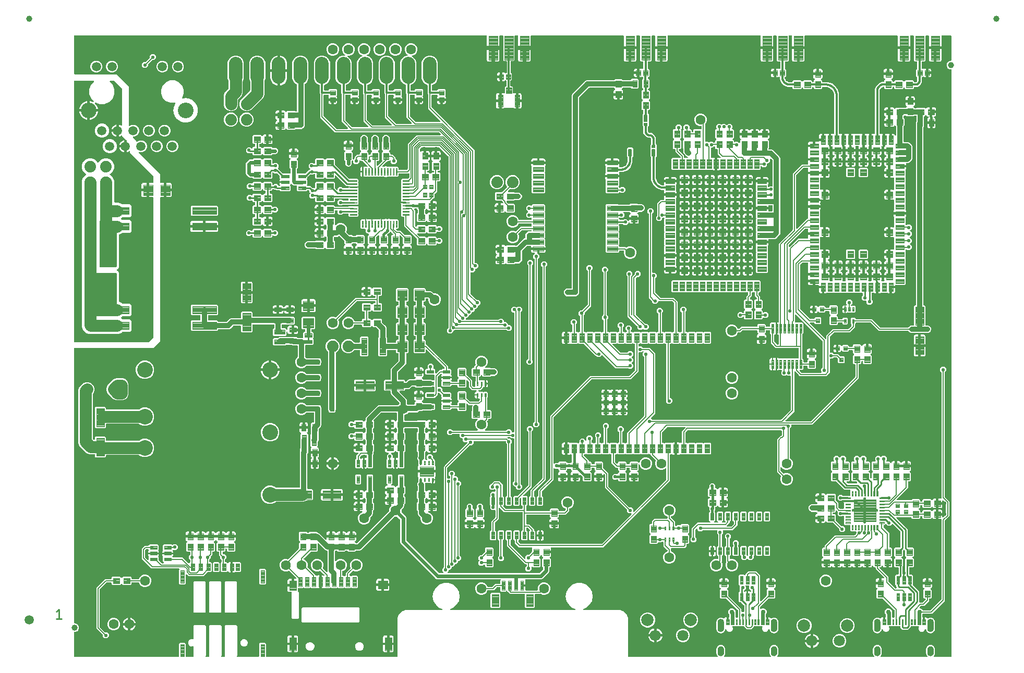
<source format=gtl>
G04 EAGLE Gerber RS-274X export*
G75*
%MOMM*%
%FSLAX34Y34*%
%LPD*%
%INTop Copper*%
%IPPOS*%
%AMOC8*
5,1,8,0,0,1.08239X$1,22.5*%
G01*
%ADD10C,0.279400*%
%ADD11C,0.100000*%
%ADD12C,0.100800*%
%ADD13C,1.000000*%
%ADD14C,0.102000*%
%ADD15C,0.654000*%
%ADD16C,0.105000*%
%ADD17C,0.096000*%
%ADD18C,0.098000*%
%ADD19C,0.099000*%
%ADD20C,1.600000*%
%ADD21C,0.104000*%
%ADD22C,0.101600*%
%ADD23C,2.550000*%
%ADD24C,1.500000*%
%ADD25C,0.099059*%
%ADD26C,1.879600*%
%ADD27C,1.800000*%
%ADD28C,2.000000*%
%ADD29C,2.200000*%
%ADD30C,0.180000*%
%ADD31C,0.111000*%
%ADD32C,0.103500*%
%ADD33C,2.540000*%
%ADD34C,0.550000*%
%ADD35C,0.554000*%
%ADD36C,0.304800*%
%ADD37C,0.609600*%
%ADD38C,0.812800*%
%ADD39C,0.406400*%
%ADD40C,0.152400*%
%ADD41C,0.754000*%
%ADD42C,0.266700*%
%ADD43C,0.348997*%
%ADD44C,0.317500*%
%ADD45C,0.254000*%
%ADD46C,0.228600*%
%ADD47C,1.905000*%
%ADD48C,1.270000*%

G36*
X216215Y3057D02*
X216215Y3057D01*
X216273Y3055D01*
X216355Y3077D01*
X216439Y3089D01*
X216492Y3112D01*
X216548Y3127D01*
X216621Y3170D01*
X216698Y3205D01*
X216743Y3243D01*
X216793Y3272D01*
X216851Y3334D01*
X216915Y3388D01*
X216947Y3437D01*
X216987Y3480D01*
X217026Y3555D01*
X217073Y3625D01*
X217090Y3681D01*
X217117Y3733D01*
X217128Y3801D01*
X217158Y3896D01*
X217161Y3996D01*
X217172Y4064D01*
X217172Y24694D01*
X218671Y26193D01*
X226739Y26193D01*
X228238Y24694D01*
X228238Y4064D01*
X228246Y4006D01*
X228244Y3948D01*
X228266Y3866D01*
X228278Y3782D01*
X228301Y3729D01*
X228316Y3673D01*
X228359Y3600D01*
X228394Y3523D01*
X228432Y3478D01*
X228461Y3428D01*
X228523Y3370D01*
X228577Y3306D01*
X228626Y3274D01*
X228669Y3234D01*
X228744Y3195D01*
X228814Y3148D01*
X228870Y3131D01*
X228922Y3104D01*
X228990Y3093D01*
X229085Y3063D01*
X229185Y3060D01*
X229253Y3049D01*
X240201Y3049D01*
X240230Y3053D01*
X240259Y3050D01*
X240370Y3073D01*
X240482Y3089D01*
X240509Y3101D01*
X240538Y3106D01*
X240638Y3159D01*
X240741Y3205D01*
X240764Y3224D01*
X240790Y3237D01*
X240872Y3315D01*
X240958Y3388D01*
X240975Y3413D01*
X240996Y3433D01*
X241053Y3531D01*
X241116Y3625D01*
X241125Y3653D01*
X241140Y3678D01*
X241168Y3788D01*
X241202Y3896D01*
X241203Y3925D01*
X241210Y3954D01*
X241206Y4067D01*
X241209Y4180D01*
X241202Y4209D01*
X241201Y4238D01*
X241166Y4346D01*
X241137Y4455D01*
X241122Y4481D01*
X241113Y4509D01*
X241068Y4572D01*
X240992Y4700D01*
X240946Y4743D01*
X240918Y4782D01*
X240852Y4848D01*
X240852Y19685D01*
X240836Y19799D01*
X240826Y19913D01*
X240816Y19939D01*
X240812Y19967D01*
X240765Y20071D01*
X240724Y20179D01*
X240708Y20201D01*
X240696Y20226D01*
X240622Y20314D01*
X240553Y20405D01*
X240530Y20422D01*
X240513Y20443D01*
X240417Y20507D01*
X240325Y20575D01*
X240299Y20585D01*
X240276Y20601D01*
X240166Y20635D01*
X240059Y20676D01*
X240031Y20678D01*
X240005Y20686D01*
X239890Y20689D01*
X239776Y20698D01*
X239751Y20693D01*
X239721Y20694D01*
X239464Y20627D01*
X239448Y20623D01*
X238855Y20377D01*
X236555Y20377D01*
X234429Y21258D01*
X232803Y22884D01*
X231922Y25010D01*
X231922Y27310D01*
X232803Y29436D01*
X234429Y31062D01*
X236555Y31943D01*
X238855Y31943D01*
X239448Y31697D01*
X239560Y31668D01*
X239669Y31634D01*
X239697Y31633D01*
X239724Y31626D01*
X239838Y31629D01*
X239953Y31626D01*
X239980Y31633D01*
X240008Y31634D01*
X240117Y31669D01*
X240228Y31698D01*
X240252Y31712D01*
X240279Y31721D01*
X240374Y31785D01*
X240473Y31843D01*
X240492Y31864D01*
X240515Y31879D01*
X240589Y31967D01*
X240667Y32051D01*
X240680Y32076D01*
X240698Y32097D01*
X240744Y32202D01*
X240797Y32304D01*
X240801Y32328D01*
X240813Y32356D01*
X240850Y32620D01*
X240852Y32635D01*
X240852Y53542D01*
X242043Y54733D01*
X259737Y54733D01*
X260928Y53542D01*
X260928Y4848D01*
X260862Y4782D01*
X260844Y4758D01*
X260822Y4739D01*
X260759Y4645D01*
X260691Y4555D01*
X260680Y4527D01*
X260664Y4503D01*
X260630Y4395D01*
X260589Y4289D01*
X260587Y4260D01*
X260578Y4232D01*
X260575Y4119D01*
X260566Y4006D01*
X260572Y3977D01*
X260571Y3948D01*
X260599Y3838D01*
X260622Y3727D01*
X260635Y3701D01*
X260643Y3673D01*
X260701Y3575D01*
X260753Y3475D01*
X260773Y3453D01*
X260788Y3428D01*
X260871Y3351D01*
X260949Y3269D01*
X260974Y3254D01*
X260995Y3234D01*
X261096Y3182D01*
X261194Y3125D01*
X261222Y3118D01*
X261248Y3104D01*
X261326Y3091D01*
X261469Y3055D01*
X261532Y3057D01*
X261579Y3049D01*
X265601Y3049D01*
X265630Y3053D01*
X265659Y3050D01*
X265770Y3073D01*
X265882Y3089D01*
X265909Y3101D01*
X265938Y3106D01*
X266038Y3159D01*
X266141Y3205D01*
X266164Y3224D01*
X266190Y3237D01*
X266272Y3315D01*
X266358Y3388D01*
X266375Y3413D01*
X266396Y3433D01*
X266453Y3531D01*
X266516Y3625D01*
X266525Y3653D01*
X266540Y3678D01*
X266568Y3788D01*
X266602Y3896D01*
X266603Y3925D01*
X266610Y3954D01*
X266606Y4067D01*
X266609Y4180D01*
X266602Y4209D01*
X266601Y4238D01*
X266566Y4346D01*
X266537Y4455D01*
X266522Y4481D01*
X266513Y4509D01*
X266468Y4572D01*
X266392Y4700D01*
X266346Y4743D01*
X266318Y4782D01*
X266252Y4848D01*
X266252Y53542D01*
X267443Y54733D01*
X285137Y54733D01*
X286328Y53542D01*
X286328Y4848D01*
X286262Y4782D01*
X286244Y4758D01*
X286222Y4739D01*
X286159Y4645D01*
X286091Y4555D01*
X286080Y4527D01*
X286064Y4503D01*
X286030Y4395D01*
X285989Y4289D01*
X285987Y4260D01*
X285978Y4232D01*
X285975Y4119D01*
X285966Y4006D01*
X285972Y3977D01*
X285971Y3948D01*
X285999Y3838D01*
X286022Y3727D01*
X286035Y3701D01*
X286043Y3673D01*
X286101Y3575D01*
X286153Y3475D01*
X286173Y3453D01*
X286188Y3428D01*
X286271Y3351D01*
X286349Y3269D01*
X286374Y3254D01*
X286395Y3234D01*
X286496Y3182D01*
X286594Y3125D01*
X286622Y3118D01*
X286648Y3104D01*
X286726Y3091D01*
X286869Y3055D01*
X286932Y3057D01*
X286979Y3049D01*
X291001Y3049D01*
X291030Y3053D01*
X291059Y3050D01*
X291170Y3073D01*
X291282Y3089D01*
X291309Y3101D01*
X291338Y3106D01*
X291438Y3159D01*
X291541Y3205D01*
X291564Y3224D01*
X291590Y3237D01*
X291672Y3315D01*
X291758Y3388D01*
X291775Y3413D01*
X291796Y3433D01*
X291853Y3531D01*
X291916Y3625D01*
X291925Y3653D01*
X291940Y3678D01*
X291968Y3788D01*
X292002Y3896D01*
X292003Y3925D01*
X292010Y3954D01*
X292006Y4067D01*
X292009Y4180D01*
X292002Y4209D01*
X292001Y4238D01*
X291966Y4346D01*
X291937Y4455D01*
X291922Y4481D01*
X291913Y4509D01*
X291868Y4572D01*
X291792Y4700D01*
X291746Y4743D01*
X291718Y4782D01*
X291652Y4848D01*
X291652Y53542D01*
X292843Y54733D01*
X310537Y54733D01*
X311728Y53542D01*
X311728Y4848D01*
X311662Y4782D01*
X311644Y4758D01*
X311622Y4739D01*
X311559Y4645D01*
X311491Y4555D01*
X311480Y4527D01*
X311464Y4503D01*
X311430Y4395D01*
X311389Y4289D01*
X311387Y4260D01*
X311378Y4232D01*
X311375Y4119D01*
X311366Y4006D01*
X311372Y3977D01*
X311371Y3948D01*
X311399Y3838D01*
X311422Y3727D01*
X311435Y3701D01*
X311443Y3673D01*
X311501Y3575D01*
X311553Y3475D01*
X311573Y3453D01*
X311588Y3428D01*
X311671Y3351D01*
X311749Y3269D01*
X311774Y3254D01*
X311795Y3234D01*
X311896Y3182D01*
X311994Y3125D01*
X312022Y3118D01*
X312048Y3104D01*
X312126Y3091D01*
X312269Y3055D01*
X312332Y3057D01*
X312379Y3049D01*
X346057Y3049D01*
X346115Y3057D01*
X346173Y3055D01*
X346255Y3077D01*
X346339Y3089D01*
X346392Y3112D01*
X346448Y3127D01*
X346521Y3170D01*
X346598Y3205D01*
X346643Y3243D01*
X346693Y3272D01*
X346751Y3334D01*
X346815Y3388D01*
X346847Y3437D01*
X346887Y3480D01*
X346926Y3555D01*
X346973Y3625D01*
X346990Y3681D01*
X347017Y3733D01*
X347028Y3801D01*
X347058Y3896D01*
X347061Y3996D01*
X347072Y4064D01*
X347072Y24694D01*
X348571Y26193D01*
X356639Y26193D01*
X358138Y24694D01*
X358138Y4064D01*
X358146Y4006D01*
X358144Y3948D01*
X358166Y3866D01*
X358178Y3782D01*
X358201Y3729D01*
X358216Y3673D01*
X358259Y3600D01*
X358294Y3523D01*
X358332Y3478D01*
X358361Y3428D01*
X358423Y3370D01*
X358477Y3306D01*
X358526Y3274D01*
X358569Y3234D01*
X358644Y3195D01*
X358714Y3148D01*
X358770Y3131D01*
X358822Y3104D01*
X358890Y3093D01*
X358985Y3063D01*
X359085Y3060D01*
X359153Y3049D01*
X570611Y3049D01*
X570669Y3057D01*
X570727Y3055D01*
X570809Y3077D01*
X570893Y3089D01*
X570946Y3112D01*
X571002Y3127D01*
X571075Y3170D01*
X571152Y3205D01*
X571197Y3243D01*
X571247Y3272D01*
X571305Y3334D01*
X571369Y3388D01*
X571401Y3437D01*
X571441Y3480D01*
X571480Y3555D01*
X571527Y3625D01*
X571544Y3681D01*
X571571Y3733D01*
X571582Y3801D01*
X571612Y3896D01*
X571615Y3996D01*
X571626Y4064D01*
X571626Y66633D01*
X574024Y72421D01*
X578454Y76851D01*
X584242Y79249D01*
X643400Y79249D01*
X643507Y79264D01*
X643614Y79272D01*
X643647Y79284D01*
X643681Y79289D01*
X643780Y79333D01*
X643881Y79370D01*
X643909Y79391D01*
X643941Y79405D01*
X644023Y79475D01*
X644110Y79538D01*
X644131Y79566D01*
X644158Y79588D01*
X644217Y79678D01*
X644283Y79764D01*
X644296Y79796D01*
X644315Y79825D01*
X644348Y79928D01*
X644387Y80028D01*
X644391Y80063D01*
X644401Y80096D01*
X644404Y80204D01*
X644414Y80311D01*
X644408Y80346D01*
X644408Y80380D01*
X644381Y80485D01*
X644361Y80591D01*
X644345Y80622D01*
X644337Y80655D01*
X644282Y80748D01*
X644233Y80844D01*
X644209Y80870D01*
X644191Y80900D01*
X644113Y80974D01*
X644039Y81053D01*
X644012Y81068D01*
X643984Y81094D01*
X643793Y81192D01*
X643747Y81218D01*
X639913Y82613D01*
X634080Y87508D01*
X630273Y94102D01*
X628951Y101600D01*
X630273Y109098D01*
X634080Y115692D01*
X639913Y120587D01*
X647068Y123191D01*
X654682Y123191D01*
X661837Y120587D01*
X667670Y115692D01*
X671477Y109098D01*
X672799Y101600D01*
X671477Y94102D01*
X667670Y87508D01*
X661837Y82613D01*
X658003Y81218D01*
X657908Y81167D01*
X657809Y81123D01*
X657783Y81101D01*
X657752Y81084D01*
X657675Y81009D01*
X657592Y80939D01*
X657573Y80911D01*
X657548Y80886D01*
X657494Y80793D01*
X657435Y80703D01*
X657424Y80670D01*
X657407Y80640D01*
X657381Y80535D01*
X657349Y80432D01*
X657348Y80397D01*
X657340Y80363D01*
X657344Y80256D01*
X657342Y80148D01*
X657350Y80114D01*
X657352Y80079D01*
X657386Y79977D01*
X657413Y79873D01*
X657431Y79843D01*
X657442Y79810D01*
X657504Y79721D01*
X657559Y79628D01*
X657584Y79604D01*
X657604Y79576D01*
X657687Y79507D01*
X657766Y79434D01*
X657797Y79418D01*
X657824Y79396D01*
X657923Y79353D01*
X658019Y79304D01*
X658050Y79299D01*
X658085Y79284D01*
X658298Y79258D01*
X658350Y79249D01*
X859300Y79249D01*
X859407Y79264D01*
X859514Y79272D01*
X859547Y79284D01*
X859581Y79289D01*
X859680Y79333D01*
X859781Y79370D01*
X859809Y79391D01*
X859841Y79405D01*
X859923Y79474D01*
X860010Y79538D01*
X860031Y79566D01*
X860058Y79588D01*
X860117Y79678D01*
X860183Y79764D01*
X860196Y79796D01*
X860215Y79825D01*
X860248Y79928D01*
X860287Y80028D01*
X860291Y80063D01*
X860301Y80096D01*
X860304Y80204D01*
X860314Y80311D01*
X860308Y80346D01*
X860308Y80380D01*
X860281Y80485D01*
X860261Y80591D01*
X860245Y80622D01*
X860237Y80655D01*
X860181Y80748D01*
X860133Y80844D01*
X860109Y80870D01*
X860091Y80900D01*
X860013Y80974D01*
X859939Y81053D01*
X859912Y81068D01*
X859884Y81094D01*
X859693Y81192D01*
X859647Y81218D01*
X855813Y82613D01*
X849980Y87508D01*
X846173Y94102D01*
X844851Y101600D01*
X846173Y109098D01*
X849980Y115692D01*
X855813Y120587D01*
X862968Y123191D01*
X870582Y123191D01*
X877737Y120587D01*
X883570Y115692D01*
X887377Y109098D01*
X888699Y101600D01*
X887377Y94102D01*
X883570Y87508D01*
X877737Y82613D01*
X873903Y81218D01*
X873808Y81167D01*
X873709Y81123D01*
X873683Y81101D01*
X873652Y81084D01*
X873575Y81009D01*
X873492Y80939D01*
X873473Y80911D01*
X873448Y80886D01*
X873394Y80793D01*
X873335Y80703D01*
X873324Y80670D01*
X873307Y80640D01*
X873281Y80535D01*
X873249Y80432D01*
X873248Y80397D01*
X873240Y80363D01*
X873244Y80256D01*
X873242Y80148D01*
X873250Y80114D01*
X873252Y80079D01*
X873286Y79977D01*
X873313Y79873D01*
X873331Y79843D01*
X873342Y79810D01*
X873404Y79721D01*
X873459Y79628D01*
X873484Y79604D01*
X873504Y79576D01*
X873587Y79507D01*
X873666Y79434D01*
X873697Y79418D01*
X873724Y79396D01*
X873823Y79353D01*
X873919Y79304D01*
X873950Y79299D01*
X873985Y79284D01*
X874198Y79258D01*
X874250Y79249D01*
X933408Y79249D01*
X939196Y76851D01*
X943626Y72421D01*
X946024Y66633D01*
X946024Y4064D01*
X946032Y4006D01*
X946030Y3948D01*
X946052Y3866D01*
X946064Y3782D01*
X946087Y3729D01*
X946102Y3673D01*
X946145Y3600D01*
X946180Y3523D01*
X946218Y3478D01*
X946247Y3428D01*
X946309Y3370D01*
X946363Y3306D01*
X946412Y3274D01*
X946455Y3234D01*
X946530Y3195D01*
X946600Y3148D01*
X946656Y3131D01*
X946708Y3104D01*
X946776Y3093D01*
X946871Y3063D01*
X946971Y3060D01*
X947039Y3049D01*
X1090565Y3049D01*
X1090623Y3057D01*
X1090681Y3055D01*
X1090763Y3077D01*
X1090847Y3089D01*
X1090900Y3112D01*
X1090956Y3127D01*
X1091029Y3170D01*
X1091106Y3205D01*
X1091151Y3242D01*
X1091200Y3272D01*
X1091259Y3334D01*
X1091323Y3388D01*
X1091355Y3437D01*
X1091395Y3479D01*
X1091434Y3554D01*
X1091481Y3625D01*
X1091498Y3680D01*
X1091525Y3732D01*
X1091541Y3815D01*
X1091567Y3896D01*
X1091568Y3954D01*
X1091579Y4011D01*
X1091572Y4096D01*
X1091574Y4180D01*
X1091559Y4236D01*
X1091554Y4294D01*
X1091527Y4358D01*
X1091502Y4455D01*
X1091451Y4541D01*
X1091425Y4604D01*
X1091158Y5029D01*
X1091062Y5143D01*
X1091016Y5207D01*
X1090521Y5702D01*
X1090290Y6363D01*
X1090226Y6486D01*
X1090221Y6496D01*
X1090191Y6568D01*
X1089818Y7161D01*
X1089740Y7857D01*
X1089702Y8002D01*
X1089689Y8079D01*
X1089512Y8585D01*
X1089518Y8621D01*
X1089548Y8715D01*
X1089551Y8816D01*
X1089562Y8884D01*
X1089562Y9376D01*
X1089553Y9440D01*
X1089556Y9490D01*
X1089473Y10225D01*
X1089485Y10246D01*
X1089493Y10276D01*
X1089507Y10303D01*
X1089520Y10380D01*
X1089556Y10521D01*
X1089554Y10585D01*
X1089562Y10634D01*
X1089562Y14466D01*
X1089558Y14496D01*
X1089560Y14527D01*
X1089538Y14637D01*
X1089522Y14747D01*
X1089510Y14775D01*
X1089504Y14806D01*
X1089472Y14863D01*
X1089556Y15610D01*
X1089554Y15675D01*
X1089562Y15724D01*
X1089562Y16216D01*
X1089554Y16275D01*
X1089555Y16334D01*
X1089536Y16400D01*
X1089522Y16497D01*
X1089513Y16518D01*
X1089689Y17021D01*
X1089718Y17167D01*
X1089740Y17243D01*
X1089818Y17939D01*
X1090191Y18532D01*
X1090252Y18668D01*
X1090290Y18737D01*
X1090521Y19398D01*
X1091016Y19893D01*
X1091106Y20013D01*
X1091158Y20071D01*
X1091531Y20664D01*
X1092124Y21037D01*
X1092238Y21133D01*
X1092302Y21179D01*
X1092797Y21674D01*
X1093458Y21905D01*
X1093591Y21974D01*
X1093663Y22004D01*
X1094256Y22377D01*
X1094952Y22455D01*
X1095097Y22492D01*
X1095174Y22506D01*
X1095835Y22737D01*
X1096531Y22659D01*
X1096681Y22663D01*
X1096759Y22659D01*
X1097455Y22737D01*
X1098116Y22506D01*
X1098262Y22477D01*
X1098338Y22455D01*
X1099034Y22377D01*
X1099627Y22004D01*
X1099763Y21943D01*
X1099832Y21905D01*
X1100493Y21674D01*
X1100988Y21179D01*
X1101108Y21089D01*
X1101166Y21037D01*
X1101759Y20664D01*
X1102132Y20071D01*
X1102228Y19957D01*
X1102274Y19893D01*
X1102769Y19398D01*
X1103000Y18737D01*
X1103069Y18604D01*
X1103099Y18532D01*
X1103472Y17939D01*
X1103550Y17243D01*
X1103587Y17098D01*
X1103601Y17021D01*
X1103778Y16515D01*
X1103772Y16479D01*
X1103742Y16385D01*
X1103739Y16284D01*
X1103728Y16216D01*
X1103728Y15724D01*
X1103737Y15660D01*
X1103734Y15610D01*
X1103817Y14875D01*
X1103805Y14854D01*
X1103797Y14824D01*
X1103783Y14797D01*
X1103770Y14720D01*
X1103734Y14579D01*
X1103736Y14515D01*
X1103728Y14466D01*
X1103728Y10634D01*
X1103732Y10604D01*
X1103730Y10573D01*
X1103752Y10463D01*
X1103768Y10353D01*
X1103780Y10325D01*
X1103786Y10294D01*
X1103818Y10237D01*
X1103734Y9490D01*
X1103736Y9425D01*
X1103728Y9376D01*
X1103728Y8884D01*
X1103736Y8825D01*
X1103735Y8766D01*
X1103754Y8700D01*
X1103768Y8603D01*
X1103777Y8582D01*
X1103601Y8079D01*
X1103572Y7933D01*
X1103550Y7857D01*
X1103472Y7161D01*
X1103099Y6568D01*
X1103038Y6432D01*
X1103000Y6363D01*
X1102769Y5702D01*
X1102274Y5207D01*
X1102184Y5087D01*
X1102132Y5029D01*
X1101865Y4604D01*
X1101841Y4551D01*
X1101809Y4503D01*
X1101784Y4422D01*
X1101749Y4345D01*
X1101741Y4287D01*
X1101723Y4232D01*
X1101721Y4147D01*
X1101709Y4063D01*
X1101718Y4006D01*
X1101716Y3948D01*
X1101737Y3866D01*
X1101749Y3782D01*
X1101773Y3729D01*
X1101788Y3673D01*
X1101831Y3600D01*
X1101866Y3522D01*
X1101904Y3478D01*
X1101933Y3428D01*
X1101995Y3370D01*
X1102050Y3306D01*
X1102098Y3273D01*
X1102140Y3234D01*
X1102216Y3195D01*
X1102287Y3148D01*
X1102342Y3131D01*
X1102394Y3104D01*
X1102462Y3093D01*
X1102558Y3063D01*
X1102657Y3060D01*
X1102725Y3049D01*
X1176925Y3049D01*
X1176983Y3057D01*
X1177041Y3055D01*
X1177123Y3077D01*
X1177207Y3089D01*
X1177260Y3112D01*
X1177316Y3127D01*
X1177389Y3170D01*
X1177466Y3205D01*
X1177511Y3242D01*
X1177560Y3272D01*
X1177619Y3334D01*
X1177683Y3388D01*
X1177715Y3437D01*
X1177755Y3479D01*
X1177794Y3554D01*
X1177841Y3625D01*
X1177858Y3680D01*
X1177885Y3732D01*
X1177901Y3815D01*
X1177927Y3896D01*
X1177928Y3954D01*
X1177939Y4011D01*
X1177932Y4096D01*
X1177934Y4180D01*
X1177919Y4236D01*
X1177914Y4294D01*
X1177887Y4358D01*
X1177862Y4455D01*
X1177811Y4541D01*
X1177785Y4604D01*
X1177518Y5029D01*
X1177422Y5143D01*
X1177376Y5207D01*
X1176881Y5702D01*
X1176650Y6363D01*
X1176586Y6486D01*
X1176581Y6496D01*
X1176551Y6568D01*
X1176178Y7161D01*
X1176100Y7857D01*
X1176062Y8002D01*
X1176049Y8079D01*
X1175872Y8585D01*
X1175878Y8621D01*
X1175908Y8715D01*
X1175911Y8816D01*
X1175922Y8884D01*
X1175922Y9376D01*
X1175913Y9440D01*
X1175916Y9490D01*
X1175833Y10225D01*
X1175845Y10246D01*
X1175853Y10276D01*
X1175867Y10303D01*
X1175880Y10380D01*
X1175916Y10521D01*
X1175914Y10585D01*
X1175922Y10634D01*
X1175922Y14466D01*
X1175918Y14496D01*
X1175920Y14527D01*
X1175898Y14637D01*
X1175882Y14747D01*
X1175870Y14775D01*
X1175864Y14806D01*
X1175832Y14863D01*
X1175916Y15610D01*
X1175914Y15675D01*
X1175922Y15724D01*
X1175922Y16216D01*
X1175914Y16275D01*
X1175915Y16334D01*
X1175896Y16400D01*
X1175882Y16497D01*
X1175873Y16518D01*
X1176049Y17021D01*
X1176078Y17167D01*
X1176100Y17243D01*
X1176178Y17939D01*
X1176551Y18532D01*
X1176612Y18668D01*
X1176650Y18737D01*
X1176881Y19398D01*
X1177376Y19893D01*
X1177466Y20013D01*
X1177518Y20071D01*
X1177891Y20664D01*
X1178484Y21037D01*
X1178598Y21133D01*
X1178662Y21179D01*
X1179157Y21674D01*
X1179818Y21905D01*
X1179951Y21974D01*
X1180023Y22004D01*
X1180616Y22377D01*
X1181312Y22455D01*
X1181457Y22492D01*
X1181534Y22506D01*
X1182195Y22737D01*
X1182891Y22659D01*
X1183041Y22663D01*
X1183119Y22659D01*
X1183815Y22737D01*
X1184476Y22506D01*
X1184622Y22477D01*
X1184698Y22455D01*
X1185394Y22377D01*
X1185987Y22004D01*
X1186123Y21943D01*
X1186192Y21905D01*
X1186853Y21674D01*
X1187348Y21179D01*
X1187468Y21089D01*
X1187526Y21037D01*
X1188119Y20664D01*
X1188492Y20071D01*
X1188588Y19957D01*
X1188634Y19893D01*
X1189129Y19398D01*
X1189360Y18737D01*
X1189429Y18604D01*
X1189459Y18532D01*
X1189832Y17939D01*
X1189910Y17243D01*
X1189947Y17098D01*
X1189961Y17021D01*
X1190138Y16515D01*
X1190132Y16479D01*
X1190102Y16385D01*
X1190099Y16284D01*
X1190088Y16216D01*
X1190088Y15724D01*
X1190097Y15660D01*
X1190094Y15610D01*
X1190177Y14875D01*
X1190165Y14854D01*
X1190157Y14824D01*
X1190143Y14797D01*
X1190130Y14720D01*
X1190094Y14579D01*
X1190096Y14515D01*
X1190088Y14466D01*
X1190088Y10634D01*
X1190092Y10604D01*
X1190090Y10573D01*
X1190112Y10463D01*
X1190128Y10353D01*
X1190140Y10325D01*
X1190146Y10294D01*
X1190178Y10237D01*
X1190094Y9490D01*
X1190096Y9425D01*
X1190088Y9376D01*
X1190088Y8884D01*
X1190096Y8825D01*
X1190095Y8766D01*
X1190114Y8700D01*
X1190128Y8603D01*
X1190137Y8582D01*
X1189961Y8079D01*
X1189932Y7933D01*
X1189910Y7857D01*
X1189832Y7161D01*
X1189459Y6568D01*
X1189398Y6432D01*
X1189360Y6363D01*
X1189129Y5702D01*
X1188634Y5207D01*
X1188544Y5088D01*
X1188492Y5029D01*
X1188225Y4604D01*
X1188201Y4551D01*
X1188169Y4503D01*
X1188144Y4422D01*
X1188109Y4345D01*
X1188101Y4287D01*
X1188083Y4232D01*
X1188081Y4147D01*
X1188069Y4063D01*
X1188078Y4006D01*
X1188076Y3948D01*
X1188098Y3866D01*
X1188109Y3782D01*
X1188133Y3729D01*
X1188148Y3673D01*
X1188191Y3600D01*
X1188226Y3522D01*
X1188264Y3478D01*
X1188293Y3428D01*
X1188355Y3370D01*
X1188410Y3305D01*
X1188458Y3273D01*
X1188500Y3234D01*
X1188576Y3195D01*
X1188647Y3148D01*
X1188702Y3131D01*
X1188754Y3104D01*
X1188822Y3093D01*
X1188918Y3063D01*
X1189017Y3060D01*
X1189085Y3049D01*
X1344565Y3049D01*
X1344623Y3057D01*
X1344681Y3055D01*
X1344763Y3077D01*
X1344847Y3089D01*
X1344900Y3112D01*
X1344956Y3127D01*
X1345029Y3170D01*
X1345106Y3205D01*
X1345151Y3242D01*
X1345200Y3272D01*
X1345259Y3334D01*
X1345323Y3388D01*
X1345355Y3437D01*
X1345395Y3479D01*
X1345434Y3554D01*
X1345481Y3625D01*
X1345498Y3680D01*
X1345525Y3732D01*
X1345541Y3815D01*
X1345567Y3896D01*
X1345568Y3954D01*
X1345579Y4011D01*
X1345572Y4096D01*
X1345574Y4180D01*
X1345559Y4236D01*
X1345554Y4294D01*
X1345527Y4358D01*
X1345502Y4455D01*
X1345451Y4541D01*
X1345425Y4604D01*
X1345158Y5029D01*
X1345062Y5143D01*
X1345016Y5207D01*
X1344521Y5702D01*
X1344290Y6363D01*
X1344226Y6486D01*
X1344221Y6496D01*
X1344191Y6568D01*
X1343818Y7161D01*
X1343740Y7857D01*
X1343702Y8002D01*
X1343689Y8079D01*
X1343512Y8585D01*
X1343518Y8621D01*
X1343548Y8715D01*
X1343551Y8816D01*
X1343562Y8884D01*
X1343562Y9376D01*
X1343553Y9440D01*
X1343556Y9490D01*
X1343473Y10225D01*
X1343485Y10246D01*
X1343493Y10276D01*
X1343507Y10303D01*
X1343520Y10380D01*
X1343556Y10521D01*
X1343554Y10585D01*
X1343562Y10634D01*
X1343562Y14466D01*
X1343558Y14496D01*
X1343560Y14527D01*
X1343538Y14637D01*
X1343522Y14747D01*
X1343510Y14775D01*
X1343504Y14806D01*
X1343472Y14863D01*
X1343556Y15610D01*
X1343554Y15675D01*
X1343562Y15724D01*
X1343562Y16216D01*
X1343554Y16275D01*
X1343555Y16334D01*
X1343536Y16400D01*
X1343522Y16497D01*
X1343513Y16518D01*
X1343689Y17021D01*
X1343718Y17167D01*
X1343740Y17243D01*
X1343818Y17939D01*
X1344191Y18532D01*
X1344252Y18668D01*
X1344290Y18737D01*
X1344521Y19398D01*
X1345016Y19893D01*
X1345106Y20013D01*
X1345158Y20071D01*
X1345531Y20664D01*
X1346124Y21037D01*
X1346238Y21133D01*
X1346302Y21179D01*
X1346797Y21674D01*
X1347458Y21905D01*
X1347591Y21974D01*
X1347663Y22004D01*
X1348256Y22377D01*
X1348952Y22455D01*
X1349097Y22492D01*
X1349174Y22506D01*
X1349835Y22737D01*
X1350531Y22659D01*
X1350681Y22663D01*
X1350759Y22659D01*
X1351455Y22737D01*
X1352116Y22506D01*
X1352262Y22477D01*
X1352338Y22455D01*
X1353034Y22377D01*
X1353627Y22004D01*
X1353763Y21943D01*
X1353832Y21905D01*
X1354493Y21674D01*
X1354988Y21179D01*
X1355108Y21089D01*
X1355166Y21037D01*
X1355759Y20664D01*
X1356132Y20071D01*
X1356228Y19957D01*
X1356274Y19893D01*
X1356769Y19398D01*
X1357000Y18737D01*
X1357069Y18604D01*
X1357099Y18532D01*
X1357472Y17939D01*
X1357550Y17243D01*
X1357587Y17098D01*
X1357601Y17021D01*
X1357778Y16515D01*
X1357772Y16479D01*
X1357742Y16385D01*
X1357739Y16284D01*
X1357728Y16216D01*
X1357728Y15724D01*
X1357737Y15660D01*
X1357734Y15610D01*
X1357817Y14875D01*
X1357805Y14854D01*
X1357797Y14824D01*
X1357783Y14797D01*
X1357770Y14720D01*
X1357734Y14579D01*
X1357736Y14515D01*
X1357728Y14466D01*
X1357728Y10634D01*
X1357732Y10604D01*
X1357730Y10573D01*
X1357752Y10463D01*
X1357768Y10353D01*
X1357780Y10325D01*
X1357786Y10294D01*
X1357818Y10237D01*
X1357734Y9490D01*
X1357736Y9425D01*
X1357728Y9376D01*
X1357728Y8884D01*
X1357736Y8825D01*
X1357735Y8766D01*
X1357754Y8700D01*
X1357768Y8603D01*
X1357777Y8582D01*
X1357601Y8079D01*
X1357572Y7933D01*
X1357550Y7857D01*
X1357472Y7161D01*
X1357099Y6568D01*
X1357038Y6432D01*
X1357000Y6363D01*
X1356769Y5702D01*
X1356274Y5207D01*
X1356184Y5088D01*
X1356132Y5029D01*
X1355865Y4604D01*
X1355841Y4551D01*
X1355809Y4503D01*
X1355784Y4422D01*
X1355749Y4345D01*
X1355741Y4287D01*
X1355723Y4232D01*
X1355721Y4147D01*
X1355709Y4063D01*
X1355718Y4006D01*
X1355716Y3948D01*
X1355738Y3866D01*
X1355749Y3782D01*
X1355773Y3729D01*
X1355788Y3673D01*
X1355831Y3600D01*
X1355866Y3522D01*
X1355904Y3478D01*
X1355933Y3428D01*
X1355995Y3370D01*
X1356050Y3305D01*
X1356098Y3273D01*
X1356140Y3234D01*
X1356216Y3195D01*
X1356287Y3148D01*
X1356342Y3131D01*
X1356394Y3104D01*
X1356462Y3093D01*
X1356558Y3063D01*
X1356657Y3060D01*
X1356725Y3049D01*
X1430925Y3049D01*
X1430983Y3057D01*
X1431041Y3055D01*
X1431123Y3077D01*
X1431207Y3089D01*
X1431260Y3112D01*
X1431316Y3127D01*
X1431389Y3170D01*
X1431466Y3205D01*
X1431511Y3242D01*
X1431560Y3272D01*
X1431619Y3334D01*
X1431683Y3388D01*
X1431715Y3437D01*
X1431755Y3479D01*
X1431794Y3554D01*
X1431841Y3625D01*
X1431858Y3680D01*
X1431885Y3732D01*
X1431901Y3815D01*
X1431927Y3896D01*
X1431928Y3954D01*
X1431939Y4011D01*
X1431932Y4096D01*
X1431934Y4180D01*
X1431919Y4236D01*
X1431914Y4294D01*
X1431887Y4358D01*
X1431862Y4455D01*
X1431811Y4541D01*
X1431785Y4604D01*
X1431518Y5029D01*
X1431422Y5143D01*
X1431376Y5207D01*
X1430881Y5702D01*
X1430650Y6363D01*
X1430586Y6486D01*
X1430581Y6496D01*
X1430551Y6568D01*
X1430178Y7161D01*
X1430100Y7857D01*
X1430063Y8002D01*
X1430049Y8079D01*
X1429872Y8585D01*
X1429878Y8621D01*
X1429908Y8715D01*
X1429911Y8816D01*
X1429922Y8884D01*
X1429922Y9376D01*
X1429913Y9440D01*
X1429916Y9490D01*
X1429833Y10225D01*
X1429845Y10246D01*
X1429853Y10276D01*
X1429867Y10303D01*
X1429880Y10380D01*
X1429916Y10521D01*
X1429914Y10585D01*
X1429922Y10634D01*
X1429922Y14466D01*
X1429918Y14496D01*
X1429920Y14527D01*
X1429898Y14637D01*
X1429882Y14747D01*
X1429870Y14775D01*
X1429864Y14806D01*
X1429832Y14863D01*
X1429916Y15610D01*
X1429914Y15675D01*
X1429922Y15724D01*
X1429922Y16216D01*
X1429914Y16275D01*
X1429915Y16334D01*
X1429896Y16400D01*
X1429882Y16497D01*
X1429873Y16518D01*
X1430049Y17021D01*
X1430078Y17167D01*
X1430100Y17243D01*
X1430178Y17939D01*
X1430551Y18532D01*
X1430612Y18668D01*
X1430650Y18737D01*
X1430881Y19398D01*
X1431376Y19893D01*
X1431466Y20013D01*
X1431518Y20071D01*
X1431891Y20664D01*
X1432484Y21037D01*
X1432598Y21133D01*
X1432662Y21179D01*
X1433157Y21674D01*
X1433818Y21905D01*
X1433951Y21974D01*
X1434023Y22004D01*
X1434616Y22377D01*
X1435312Y22455D01*
X1435457Y22492D01*
X1435534Y22506D01*
X1436195Y22737D01*
X1436891Y22659D01*
X1437041Y22663D01*
X1437119Y22659D01*
X1437815Y22737D01*
X1438476Y22506D01*
X1438622Y22477D01*
X1438698Y22455D01*
X1439394Y22377D01*
X1439987Y22004D01*
X1440123Y21943D01*
X1440192Y21905D01*
X1440853Y21674D01*
X1441348Y21179D01*
X1441467Y21089D01*
X1441526Y21037D01*
X1442119Y20664D01*
X1442492Y20071D01*
X1442588Y19957D01*
X1442634Y19893D01*
X1443129Y19398D01*
X1443360Y18737D01*
X1443429Y18604D01*
X1443459Y18532D01*
X1443832Y17939D01*
X1443910Y17243D01*
X1443948Y17098D01*
X1443961Y17021D01*
X1444138Y16515D01*
X1444132Y16479D01*
X1444102Y16385D01*
X1444099Y16284D01*
X1444088Y16216D01*
X1444088Y15724D01*
X1444097Y15660D01*
X1444094Y15610D01*
X1444177Y14875D01*
X1444165Y14854D01*
X1444157Y14824D01*
X1444143Y14797D01*
X1444130Y14720D01*
X1444094Y14579D01*
X1444096Y14515D01*
X1444088Y14466D01*
X1444088Y10634D01*
X1444092Y10604D01*
X1444090Y10573D01*
X1444112Y10463D01*
X1444128Y10353D01*
X1444140Y10325D01*
X1444146Y10294D01*
X1444178Y10237D01*
X1444094Y9490D01*
X1444096Y9425D01*
X1444088Y9376D01*
X1444088Y8884D01*
X1444096Y8825D01*
X1444095Y8766D01*
X1444114Y8700D01*
X1444128Y8603D01*
X1444137Y8582D01*
X1443961Y8079D01*
X1443932Y7933D01*
X1443910Y7857D01*
X1443832Y7161D01*
X1443459Y6568D01*
X1443398Y6432D01*
X1443360Y6363D01*
X1443129Y5702D01*
X1442634Y5207D01*
X1442544Y5088D01*
X1442492Y5029D01*
X1442225Y4604D01*
X1442201Y4551D01*
X1442169Y4503D01*
X1442144Y4422D01*
X1442109Y4345D01*
X1442101Y4287D01*
X1442083Y4232D01*
X1442081Y4147D01*
X1442069Y4063D01*
X1442078Y4006D01*
X1442076Y3948D01*
X1442098Y3866D01*
X1442109Y3782D01*
X1442133Y3729D01*
X1442148Y3673D01*
X1442191Y3600D01*
X1442226Y3522D01*
X1442264Y3478D01*
X1442293Y3428D01*
X1442355Y3370D01*
X1442410Y3305D01*
X1442458Y3273D01*
X1442500Y3234D01*
X1442576Y3195D01*
X1442647Y3148D01*
X1442702Y3131D01*
X1442754Y3104D01*
X1442822Y3093D01*
X1442918Y3063D01*
X1443017Y3060D01*
X1443085Y3049D01*
X1470025Y3049D01*
X1470083Y3057D01*
X1470141Y3055D01*
X1470223Y3077D01*
X1470307Y3089D01*
X1470360Y3112D01*
X1470416Y3127D01*
X1470489Y3170D01*
X1470566Y3205D01*
X1470611Y3243D01*
X1470661Y3272D01*
X1470719Y3334D01*
X1470783Y3388D01*
X1470815Y3437D01*
X1470855Y3480D01*
X1470894Y3555D01*
X1470941Y3625D01*
X1470958Y3681D01*
X1470985Y3733D01*
X1470996Y3801D01*
X1471026Y3896D01*
X1471029Y3996D01*
X1471040Y4064D01*
X1471040Y957152D01*
X1471032Y957210D01*
X1471034Y957268D01*
X1471012Y957350D01*
X1471000Y957434D01*
X1470977Y957487D01*
X1470962Y957543D01*
X1470919Y957616D01*
X1470884Y957693D01*
X1470846Y957738D01*
X1470817Y957788D01*
X1470755Y957846D01*
X1470701Y957910D01*
X1470652Y957942D01*
X1470609Y957982D01*
X1470534Y958021D01*
X1470464Y958068D01*
X1470408Y958085D01*
X1470356Y958112D01*
X1470288Y958123D01*
X1470193Y958153D01*
X1470093Y958156D01*
X1470025Y958167D01*
X1468626Y958167D01*
X1466041Y959238D01*
X1464063Y961216D01*
X1462992Y963801D01*
X1462992Y966599D01*
X1464063Y969184D01*
X1466041Y971162D01*
X1468626Y972233D01*
X1470025Y972233D01*
X1470083Y972241D01*
X1470141Y972239D01*
X1470223Y972261D01*
X1470307Y972273D01*
X1470360Y972296D01*
X1470416Y972311D01*
X1470489Y972354D01*
X1470566Y972389D01*
X1470611Y972427D01*
X1470661Y972456D01*
X1470719Y972518D01*
X1470783Y972572D01*
X1470815Y972621D01*
X1470855Y972664D01*
X1470894Y972739D01*
X1470941Y972809D01*
X1470958Y972865D01*
X1470985Y972917D01*
X1470996Y972985D01*
X1471026Y973080D01*
X1471029Y973180D01*
X1471040Y973248D01*
X1471040Y1011936D01*
X1471032Y1011994D01*
X1471034Y1012052D01*
X1471012Y1012134D01*
X1471000Y1012218D01*
X1470977Y1012271D01*
X1470962Y1012327D01*
X1470919Y1012400D01*
X1470884Y1012477D01*
X1470846Y1012522D01*
X1470817Y1012572D01*
X1470755Y1012630D01*
X1470701Y1012694D01*
X1470652Y1012726D01*
X1470609Y1012766D01*
X1470534Y1012805D01*
X1470464Y1012852D01*
X1470408Y1012869D01*
X1470356Y1012896D01*
X1470288Y1012907D01*
X1470193Y1012937D01*
X1470093Y1012940D01*
X1470025Y1012951D01*
X1455681Y1012951D01*
X1455623Y1012943D01*
X1455565Y1012945D01*
X1455483Y1012923D01*
X1455399Y1012911D01*
X1455346Y1012888D01*
X1455290Y1012873D01*
X1455217Y1012830D01*
X1455140Y1012795D01*
X1455095Y1012757D01*
X1455045Y1012728D01*
X1454987Y1012666D01*
X1454923Y1012612D01*
X1454891Y1012563D01*
X1454851Y1012520D01*
X1454812Y1012445D01*
X1454765Y1012375D01*
X1454748Y1012319D01*
X1454721Y1012267D01*
X1454710Y1012199D01*
X1454680Y1012104D01*
X1454677Y1012004D01*
X1454666Y1011936D01*
X1454666Y995171D01*
X1445641Y995171D01*
X1445583Y995163D01*
X1445525Y995164D01*
X1445443Y995143D01*
X1445360Y995131D01*
X1445306Y995107D01*
X1445250Y995093D01*
X1445177Y995050D01*
X1445100Y995015D01*
X1445056Y994977D01*
X1445005Y994947D01*
X1444948Y994886D01*
X1444883Y994831D01*
X1444851Y994783D01*
X1444811Y994740D01*
X1444772Y994665D01*
X1444726Y994595D01*
X1444708Y994539D01*
X1444681Y994487D01*
X1444670Y994419D01*
X1444640Y994324D01*
X1444637Y994224D01*
X1444626Y994156D01*
X1444626Y993139D01*
X1444624Y993139D01*
X1444624Y994156D01*
X1444616Y994214D01*
X1444617Y994272D01*
X1444596Y994354D01*
X1444584Y994437D01*
X1444560Y994491D01*
X1444546Y994547D01*
X1444503Y994620D01*
X1444468Y994697D01*
X1444430Y994741D01*
X1444400Y994792D01*
X1444339Y994849D01*
X1444284Y994914D01*
X1444236Y994946D01*
X1444193Y994986D01*
X1444118Y995025D01*
X1444048Y995071D01*
X1443992Y995089D01*
X1443940Y995116D01*
X1443872Y995127D01*
X1443777Y995157D01*
X1443677Y995160D01*
X1443609Y995171D01*
X1434584Y995171D01*
X1434584Y1011936D01*
X1434576Y1011994D01*
X1434578Y1012052D01*
X1434556Y1012134D01*
X1434544Y1012218D01*
X1434521Y1012271D01*
X1434506Y1012327D01*
X1434463Y1012400D01*
X1434428Y1012477D01*
X1434390Y1012522D01*
X1434361Y1012572D01*
X1434299Y1012630D01*
X1434245Y1012694D01*
X1434196Y1012726D01*
X1434153Y1012766D01*
X1434078Y1012805D01*
X1434008Y1012852D01*
X1433952Y1012869D01*
X1433900Y1012896D01*
X1433832Y1012907D01*
X1433737Y1012937D01*
X1433637Y1012940D01*
X1433569Y1012951D01*
X1429773Y1012951D01*
X1429715Y1012943D01*
X1429657Y1012945D01*
X1429575Y1012923D01*
X1429491Y1012911D01*
X1429438Y1012888D01*
X1429382Y1012873D01*
X1429309Y1012830D01*
X1429232Y1012795D01*
X1429187Y1012757D01*
X1429137Y1012728D01*
X1429079Y1012666D01*
X1429015Y1012612D01*
X1428983Y1012563D01*
X1428943Y1012520D01*
X1428904Y1012445D01*
X1428857Y1012375D01*
X1428840Y1012319D01*
X1428813Y1012267D01*
X1428802Y1012199D01*
X1428772Y1012104D01*
X1428769Y1012004D01*
X1428758Y1011936D01*
X1428758Y972606D01*
X1427259Y971107D01*
X1424018Y971107D01*
X1423960Y971099D01*
X1423902Y971101D01*
X1423820Y971079D01*
X1423736Y971067D01*
X1423683Y971044D01*
X1423627Y971029D01*
X1423554Y970986D01*
X1423477Y970951D01*
X1423432Y970913D01*
X1423382Y970884D01*
X1423324Y970822D01*
X1423260Y970768D01*
X1423228Y970719D01*
X1423188Y970676D01*
X1423149Y970601D01*
X1423102Y970531D01*
X1423085Y970475D01*
X1423058Y970423D01*
X1423047Y970355D01*
X1423017Y970260D01*
X1423014Y970160D01*
X1423003Y970092D01*
X1423003Y960048D01*
X1423011Y959990D01*
X1423009Y959932D01*
X1423031Y959850D01*
X1423043Y959766D01*
X1423066Y959713D01*
X1423081Y959657D01*
X1423124Y959584D01*
X1423159Y959507D01*
X1423197Y959462D01*
X1423226Y959412D01*
X1423288Y959354D01*
X1423342Y959290D01*
X1423391Y959258D01*
X1423434Y959218D01*
X1423509Y959179D01*
X1423579Y959132D01*
X1423635Y959115D01*
X1423687Y959088D01*
X1423755Y959077D01*
X1423850Y959047D01*
X1423950Y959044D01*
X1424018Y959033D01*
X1424582Y959033D01*
X1424621Y958993D01*
X1424686Y958956D01*
X1424746Y958911D01*
X1424809Y958887D01*
X1424869Y958854D01*
X1424942Y958837D01*
X1425011Y958810D01*
X1425079Y958805D01*
X1425146Y958789D01*
X1425220Y958793D01*
X1425295Y958787D01*
X1425362Y958800D01*
X1425430Y958804D01*
X1425488Y958825D01*
X1425573Y958842D01*
X1425675Y958895D01*
X1425744Y958921D01*
X1426457Y959333D01*
X1427233Y959541D01*
X1429344Y959541D01*
X1429344Y953516D01*
X1429352Y953458D01*
X1429350Y953400D01*
X1429372Y953318D01*
X1429384Y953235D01*
X1429408Y953181D01*
X1429422Y953125D01*
X1429465Y953052D01*
X1429500Y952975D01*
X1429538Y952931D01*
X1429568Y952880D01*
X1429629Y952823D01*
X1429684Y952758D01*
X1429732Y952726D01*
X1429775Y952686D01*
X1429850Y952647D01*
X1429920Y952601D01*
X1429976Y952583D01*
X1430028Y952556D01*
X1430096Y952545D01*
X1430191Y952515D01*
X1430291Y952512D01*
X1430359Y952501D01*
X1431376Y952501D01*
X1431376Y952499D01*
X1430359Y952499D01*
X1430301Y952491D01*
X1430243Y952492D01*
X1430161Y952471D01*
X1430078Y952459D01*
X1430024Y952435D01*
X1429968Y952421D01*
X1429895Y952378D01*
X1429818Y952343D01*
X1429773Y952305D01*
X1429723Y952275D01*
X1429665Y952214D01*
X1429601Y952159D01*
X1429569Y952111D01*
X1429529Y952068D01*
X1429490Y951993D01*
X1429444Y951923D01*
X1429426Y951867D01*
X1429399Y951815D01*
X1429388Y951747D01*
X1429358Y951652D01*
X1429355Y951552D01*
X1429344Y951484D01*
X1429344Y945459D01*
X1427233Y945459D01*
X1426457Y945667D01*
X1425744Y946079D01*
X1425681Y946105D01*
X1425622Y946139D01*
X1425550Y946157D01*
X1425480Y946185D01*
X1425413Y946192D01*
X1425347Y946209D01*
X1425272Y946207D01*
X1425198Y946214D01*
X1425131Y946202D01*
X1425062Y946200D01*
X1424991Y946177D01*
X1424918Y946164D01*
X1424857Y946133D01*
X1424792Y946113D01*
X1424741Y946076D01*
X1424663Y946038D01*
X1424586Y945967D01*
X1424018Y945967D01*
X1423960Y945959D01*
X1423902Y945961D01*
X1423820Y945939D01*
X1423736Y945927D01*
X1423683Y945904D01*
X1423627Y945889D01*
X1423554Y945846D01*
X1423477Y945811D01*
X1423432Y945773D01*
X1423382Y945744D01*
X1423324Y945682D01*
X1423260Y945628D01*
X1423228Y945579D01*
X1423188Y945536D01*
X1423149Y945461D01*
X1423102Y945391D01*
X1423085Y945335D01*
X1423058Y945283D01*
X1423047Y945215D01*
X1423017Y945120D01*
X1423014Y945020D01*
X1423003Y944952D01*
X1423003Y937086D01*
X1420289Y932386D01*
X1415589Y929672D01*
X1414860Y929672D01*
X1410873Y929672D01*
X1410815Y929664D01*
X1410757Y929666D01*
X1410675Y929644D01*
X1410591Y929632D01*
X1410538Y929609D01*
X1410482Y929594D01*
X1410409Y929551D01*
X1410332Y929516D01*
X1410287Y929478D01*
X1410237Y929449D01*
X1410179Y929387D01*
X1410115Y929333D01*
X1410083Y929284D01*
X1410043Y929241D01*
X1410004Y929166D01*
X1409957Y929096D01*
X1409940Y929040D01*
X1409913Y928988D01*
X1409902Y928920D01*
X1409872Y928825D01*
X1409869Y928725D01*
X1409858Y928657D01*
X1409858Y927901D01*
X1408374Y926417D01*
X1396276Y926417D01*
X1394543Y928150D01*
X1394496Y928185D01*
X1394456Y928228D01*
X1394383Y928271D01*
X1394316Y928321D01*
X1394261Y928342D01*
X1394211Y928372D01*
X1394129Y928392D01*
X1394050Y928422D01*
X1393992Y928427D01*
X1393935Y928442D01*
X1393851Y928439D01*
X1393767Y928446D01*
X1393709Y928434D01*
X1393651Y928433D01*
X1393571Y928407D01*
X1393488Y928390D01*
X1393436Y928363D01*
X1393380Y928345D01*
X1393324Y928305D01*
X1393236Y928259D01*
X1393163Y928190D01*
X1393107Y928150D01*
X1391374Y926417D01*
X1379276Y926417D01*
X1377792Y927901D01*
X1377792Y929047D01*
X1377784Y929105D01*
X1377786Y929163D01*
X1377764Y929245D01*
X1377752Y929329D01*
X1377729Y929382D01*
X1377714Y929438D01*
X1377671Y929511D01*
X1377636Y929588D01*
X1377598Y929633D01*
X1377569Y929683D01*
X1377507Y929741D01*
X1377453Y929805D01*
X1377404Y929837D01*
X1377361Y929877D01*
X1377286Y929916D01*
X1377216Y929963D01*
X1377160Y929980D01*
X1377108Y930007D01*
X1377040Y930018D01*
X1376945Y930048D01*
X1376845Y930051D01*
X1376777Y930062D01*
X1376473Y930062D01*
X1376415Y930054D01*
X1376357Y930056D01*
X1376275Y930034D01*
X1376191Y930022D01*
X1376138Y929999D01*
X1376082Y929984D01*
X1376009Y929941D01*
X1375932Y929906D01*
X1375887Y929868D01*
X1375837Y929839D01*
X1375779Y929777D01*
X1375715Y929723D01*
X1375683Y929674D01*
X1375643Y929631D01*
X1375604Y929556D01*
X1375557Y929486D01*
X1375540Y929430D01*
X1375513Y929378D01*
X1375502Y929310D01*
X1375472Y929215D01*
X1375469Y929115D01*
X1375458Y929047D01*
X1375458Y927791D01*
X1373974Y926307D01*
X1362876Y926307D01*
X1361392Y927791D01*
X1361392Y928966D01*
X1361384Y929023D01*
X1361386Y929073D01*
X1361374Y929118D01*
X1361369Y929181D01*
X1361357Y929214D01*
X1361352Y929248D01*
X1361322Y929315D01*
X1361314Y929348D01*
X1361298Y929375D01*
X1361271Y929448D01*
X1361250Y929476D01*
X1361236Y929507D01*
X1361179Y929575D01*
X1361169Y929593D01*
X1361155Y929605D01*
X1361102Y929677D01*
X1361075Y929698D01*
X1361053Y929724D01*
X1360968Y929781D01*
X1360961Y929787D01*
X1360954Y929791D01*
X1360877Y929850D01*
X1360845Y929863D01*
X1360816Y929882D01*
X1360713Y929915D01*
X1360708Y929916D01*
X1360708Y929917D01*
X1360612Y929954D01*
X1360582Y929956D01*
X1360545Y929968D01*
X1360330Y929973D01*
X1360278Y929977D01*
X1359968Y929946D01*
X1359692Y929879D01*
X1359686Y929875D01*
X1359679Y929874D01*
X1357597Y929011D01*
X1357570Y928996D01*
X1357541Y928986D01*
X1357477Y928941D01*
X1357352Y928867D01*
X1357308Y928820D01*
X1357268Y928791D01*
X1355674Y927197D01*
X1355655Y927173D01*
X1355632Y927153D01*
X1355590Y927086D01*
X1355503Y926970D01*
X1355480Y926910D01*
X1355454Y926868D01*
X1354591Y924786D01*
X1354520Y924510D01*
X1354520Y924503D01*
X1354519Y924497D01*
X1354408Y923370D01*
X1354410Y923314D01*
X1354403Y923270D01*
X1354403Y853961D01*
X1354411Y853903D01*
X1354409Y853844D01*
X1354431Y853763D01*
X1354443Y853679D01*
X1354466Y853626D01*
X1354481Y853569D01*
X1354524Y853497D01*
X1354559Y853420D01*
X1354597Y853375D01*
X1354626Y853325D01*
X1354688Y853267D01*
X1354742Y853203D01*
X1354791Y853170D01*
X1354834Y853130D01*
X1354909Y853092D01*
X1354979Y853045D01*
X1355035Y853028D01*
X1355087Y853001D01*
X1355155Y852990D01*
X1355250Y852959D01*
X1355350Y852957D01*
X1355418Y852945D01*
X1356195Y852945D01*
X1356291Y852959D01*
X1356388Y852964D01*
X1356426Y852978D01*
X1356476Y852985D01*
X1356634Y853056D01*
X1356703Y853081D01*
X1356964Y853232D01*
X1357742Y853441D01*
X1359626Y853441D01*
X1359626Y844384D01*
X1359634Y844326D01*
X1359632Y844268D01*
X1359654Y844186D01*
X1359666Y844103D01*
X1359689Y844049D01*
X1359704Y843993D01*
X1359747Y843920D01*
X1359782Y843843D01*
X1359820Y843799D01*
X1359849Y843748D01*
X1359911Y843691D01*
X1359965Y843626D01*
X1360014Y843594D01*
X1360057Y843554D01*
X1360132Y843515D01*
X1360202Y843469D01*
X1360258Y843451D01*
X1360310Y843424D01*
X1360378Y843413D01*
X1360420Y843400D01*
X1360359Y843391D01*
X1360306Y843367D01*
X1360250Y843353D01*
X1360177Y843309D01*
X1360100Y843275D01*
X1360055Y843237D01*
X1360005Y843207D01*
X1359947Y843146D01*
X1359883Y843091D01*
X1359851Y843043D01*
X1359811Y843000D01*
X1359772Y842925D01*
X1359725Y842855D01*
X1359708Y842799D01*
X1359681Y842747D01*
X1359670Y842679D01*
X1359640Y842584D01*
X1359637Y842484D01*
X1359626Y842416D01*
X1359626Y833359D01*
X1358072Y833359D01*
X1358024Y833352D01*
X1357975Y833355D01*
X1357884Y833333D01*
X1357791Y833319D01*
X1357746Y833299D01*
X1357699Y833288D01*
X1357617Y833242D01*
X1357531Y833203D01*
X1357494Y833172D01*
X1357452Y833148D01*
X1357386Y833080D01*
X1357314Y833020D01*
X1357287Y832979D01*
X1357253Y832944D01*
X1357209Y832861D01*
X1357157Y832783D01*
X1357142Y832736D01*
X1357119Y832693D01*
X1357099Y832601D01*
X1357071Y832512D01*
X1357070Y832463D01*
X1357060Y832415D01*
X1357067Y832341D01*
X1357064Y832228D01*
X1357086Y832144D01*
X1357092Y832081D01*
X1357166Y831805D01*
X1357166Y828431D01*
X1350141Y828431D01*
X1350083Y828423D01*
X1350025Y828424D01*
X1349943Y828403D01*
X1349860Y828391D01*
X1349806Y828367D01*
X1349750Y828353D01*
X1349677Y828310D01*
X1349600Y828275D01*
X1349556Y828237D01*
X1349505Y828207D01*
X1349448Y828146D01*
X1349383Y828091D01*
X1349351Y828043D01*
X1349311Y828000D01*
X1349272Y827925D01*
X1349226Y827855D01*
X1349208Y827799D01*
X1349181Y827747D01*
X1349170Y827679D01*
X1349140Y827584D01*
X1349137Y827484D01*
X1349126Y827416D01*
X1349126Y826399D01*
X1349124Y826399D01*
X1349124Y827416D01*
X1349116Y827474D01*
X1349117Y827532D01*
X1349096Y827614D01*
X1349084Y827697D01*
X1349060Y827751D01*
X1349046Y827807D01*
X1349003Y827880D01*
X1348968Y827957D01*
X1348930Y828001D01*
X1348900Y828052D01*
X1348839Y828109D01*
X1348784Y828174D01*
X1348736Y828206D01*
X1348693Y828246D01*
X1348618Y828285D01*
X1348548Y828331D01*
X1348492Y828349D01*
X1348440Y828376D01*
X1348372Y828387D01*
X1348277Y828417D01*
X1348177Y828420D01*
X1348109Y828431D01*
X1341084Y828431D01*
X1341084Y831805D01*
X1341291Y832577D01*
X1341488Y832918D01*
X1341525Y833008D01*
X1341569Y833095D01*
X1341575Y833134D01*
X1341595Y833182D01*
X1341612Y833353D01*
X1341624Y833426D01*
X1341624Y842416D01*
X1341616Y842474D01*
X1341618Y842532D01*
X1341596Y842614D01*
X1341584Y842697D01*
X1341561Y842751D01*
X1341546Y842807D01*
X1341503Y842880D01*
X1341468Y842957D01*
X1341430Y843001D01*
X1341401Y843052D01*
X1341339Y843109D01*
X1341285Y843174D01*
X1341236Y843206D01*
X1341193Y843246D01*
X1341118Y843285D01*
X1341048Y843331D01*
X1340992Y843349D01*
X1340940Y843376D01*
X1340872Y843387D01*
X1340830Y843400D01*
X1340891Y843409D01*
X1340944Y843433D01*
X1341000Y843447D01*
X1341073Y843491D01*
X1341150Y843525D01*
X1341195Y843563D01*
X1341245Y843593D01*
X1341303Y843654D01*
X1341367Y843709D01*
X1341399Y843757D01*
X1341439Y843800D01*
X1341478Y843875D01*
X1341525Y843945D01*
X1341542Y844001D01*
X1341569Y844053D01*
X1341580Y844121D01*
X1341610Y844216D01*
X1341613Y844316D01*
X1341624Y844384D01*
X1341624Y853441D01*
X1343508Y853441D01*
X1344286Y853232D01*
X1344547Y853081D01*
X1344637Y853045D01*
X1344724Y853001D01*
X1344764Y852994D01*
X1344811Y852975D01*
X1344982Y852958D01*
X1345055Y852945D01*
X1345832Y852945D01*
X1345890Y852954D01*
X1345948Y852952D01*
X1346030Y852973D01*
X1346114Y852985D01*
X1346167Y853009D01*
X1346223Y853024D01*
X1346296Y853067D01*
X1346373Y853102D01*
X1346418Y853139D01*
X1346468Y853169D01*
X1346526Y853231D01*
X1346590Y853285D01*
X1346622Y853334D01*
X1346662Y853376D01*
X1346701Y853452D01*
X1346748Y853522D01*
X1346765Y853578D01*
X1346792Y853630D01*
X1346803Y853698D01*
X1346833Y853793D01*
X1346836Y853893D01*
X1346847Y853961D01*
X1346847Y921285D01*
X1346847Y926124D01*
X1349032Y931397D01*
X1353068Y935433D01*
X1358341Y937618D01*
X1360377Y937618D01*
X1360435Y937626D01*
X1360493Y937624D01*
X1360575Y937646D01*
X1360659Y937658D01*
X1360712Y937681D01*
X1360768Y937696D01*
X1360841Y937739D01*
X1360918Y937774D01*
X1360963Y937812D01*
X1361013Y937841D01*
X1361071Y937903D01*
X1361135Y937957D01*
X1361167Y938006D01*
X1361207Y938049D01*
X1361246Y938124D01*
X1361293Y938194D01*
X1361310Y938250D01*
X1361337Y938302D01*
X1361348Y938370D01*
X1361378Y938465D01*
X1361381Y938565D01*
X1361392Y938633D01*
X1361392Y939889D01*
X1362930Y941427D01*
X1362960Y941466D01*
X1362996Y941499D01*
X1363045Y941579D01*
X1363101Y941654D01*
X1363119Y941700D01*
X1363144Y941742D01*
X1363169Y941832D01*
X1363203Y941920D01*
X1363207Y941969D01*
X1363220Y942016D01*
X1363218Y942110D01*
X1363226Y942203D01*
X1363217Y942251D01*
X1363216Y942300D01*
X1363189Y942390D01*
X1363170Y942482D01*
X1363148Y942525D01*
X1363134Y942572D01*
X1363083Y942651D01*
X1363039Y942735D01*
X1363006Y942770D01*
X1362979Y942811D01*
X1362922Y942858D01*
X1362844Y942941D01*
X1362801Y942966D01*
X1362780Y942985D01*
X1362748Y943002D01*
X1362720Y943024D01*
X1362058Y943407D01*
X1361492Y943973D01*
X1361091Y944666D01*
X1360884Y945440D01*
X1360884Y948809D01*
X1367409Y948809D01*
X1367467Y948817D01*
X1367525Y948815D01*
X1367607Y948837D01*
X1367690Y948849D01*
X1367744Y948873D01*
X1367800Y948887D01*
X1367873Y948930D01*
X1367950Y948965D01*
X1367994Y949003D01*
X1368045Y949033D01*
X1368102Y949094D01*
X1368167Y949149D01*
X1368199Y949197D01*
X1368239Y949240D01*
X1368278Y949315D01*
X1368324Y949385D01*
X1368342Y949441D01*
X1368369Y949493D01*
X1368380Y949561D01*
X1368410Y949656D01*
X1368413Y949756D01*
X1368424Y949824D01*
X1368424Y950841D01*
X1368426Y950841D01*
X1368426Y949824D01*
X1368434Y949766D01*
X1368433Y949708D01*
X1368454Y949626D01*
X1368466Y949543D01*
X1368490Y949489D01*
X1368504Y949433D01*
X1368547Y949360D01*
X1368582Y949283D01*
X1368620Y949238D01*
X1368650Y949188D01*
X1368711Y949130D01*
X1368766Y949066D01*
X1368814Y949034D01*
X1368857Y948994D01*
X1368932Y948955D01*
X1369002Y948909D01*
X1369058Y948891D01*
X1369110Y948864D01*
X1369178Y948853D01*
X1369273Y948823D01*
X1369373Y948820D01*
X1369441Y948809D01*
X1375966Y948809D01*
X1375966Y945440D01*
X1375759Y944666D01*
X1375358Y943973D01*
X1374792Y943407D01*
X1374130Y943024D01*
X1374121Y943017D01*
X1374113Y943014D01*
X1374088Y942993D01*
X1374048Y942972D01*
X1373980Y942907D01*
X1373906Y942849D01*
X1373877Y942810D01*
X1373842Y942776D01*
X1373794Y942695D01*
X1373739Y942619D01*
X1373723Y942573D01*
X1373698Y942531D01*
X1373675Y942440D01*
X1373643Y942351D01*
X1373640Y942302D01*
X1373628Y942255D01*
X1373631Y942162D01*
X1373625Y942068D01*
X1373636Y942020D01*
X1373637Y941971D01*
X1373666Y941882D01*
X1373686Y941790D01*
X1373710Y941747D01*
X1373725Y941701D01*
X1373768Y941640D01*
X1373822Y941540D01*
X1373883Y941478D01*
X1373920Y941427D01*
X1375458Y939889D01*
X1375458Y938633D01*
X1375466Y938575D01*
X1375464Y938517D01*
X1375486Y938435D01*
X1375498Y938351D01*
X1375521Y938298D01*
X1375536Y938242D01*
X1375579Y938169D01*
X1375614Y938092D01*
X1375652Y938047D01*
X1375681Y937997D01*
X1375743Y937939D01*
X1375797Y937875D01*
X1375846Y937843D01*
X1375889Y937803D01*
X1375964Y937764D01*
X1376034Y937717D01*
X1376090Y937700D01*
X1376142Y937673D01*
X1376210Y937662D01*
X1376305Y937632D01*
X1376405Y937629D01*
X1376473Y937618D01*
X1376777Y937618D01*
X1376835Y937626D01*
X1376893Y937624D01*
X1376975Y937646D01*
X1377059Y937658D01*
X1377112Y937681D01*
X1377168Y937696D01*
X1377241Y937739D01*
X1377318Y937774D01*
X1377363Y937812D01*
X1377413Y937841D01*
X1377471Y937903D01*
X1377535Y937957D01*
X1377567Y938006D01*
X1377607Y938049D01*
X1377646Y938124D01*
X1377693Y938194D01*
X1377710Y938250D01*
X1377737Y938302D01*
X1377748Y938370D01*
X1377778Y938465D01*
X1377781Y938565D01*
X1377792Y938633D01*
X1377792Y938999D01*
X1379276Y940483D01*
X1391374Y940483D01*
X1393107Y938750D01*
X1393154Y938715D01*
X1393194Y938672D01*
X1393267Y938629D01*
X1393334Y938579D01*
X1393389Y938558D01*
X1393439Y938528D01*
X1393521Y938508D01*
X1393600Y938478D01*
X1393658Y938473D01*
X1393715Y938458D01*
X1393799Y938461D01*
X1393883Y938454D01*
X1393941Y938466D01*
X1393999Y938467D01*
X1394079Y938493D01*
X1394162Y938510D01*
X1394214Y938537D01*
X1394270Y938555D01*
X1394326Y938595D01*
X1394414Y938641D01*
X1394487Y938710D01*
X1394543Y938750D01*
X1396276Y940483D01*
X1408374Y940483D01*
X1409858Y938999D01*
X1409858Y938243D01*
X1409866Y938185D01*
X1409864Y938127D01*
X1409886Y938045D01*
X1409898Y937961D01*
X1409921Y937908D01*
X1409936Y937852D01*
X1409979Y937779D01*
X1410014Y937702D01*
X1410052Y937657D01*
X1410081Y937607D01*
X1410143Y937549D01*
X1410197Y937485D01*
X1410246Y937453D01*
X1410289Y937413D01*
X1410364Y937374D01*
X1410434Y937327D01*
X1410490Y937310D01*
X1410542Y937283D01*
X1410610Y937272D01*
X1410705Y937242D01*
X1410805Y937239D01*
X1410873Y937228D01*
X1412875Y937228D01*
X1412951Y937238D01*
X1413008Y937236D01*
X1413411Y937289D01*
X1413440Y937298D01*
X1413471Y937299D01*
X1413545Y937327D01*
X1413684Y937366D01*
X1413739Y937399D01*
X1413786Y937417D01*
X1414484Y937820D01*
X1414560Y937880D01*
X1414642Y937932D01*
X1414667Y937964D01*
X1414707Y937995D01*
X1414808Y938135D01*
X1414855Y938191D01*
X1415258Y938889D01*
X1415270Y938918D01*
X1415287Y938943D01*
X1415310Y939019D01*
X1415364Y939153D01*
X1415371Y939217D01*
X1415386Y939264D01*
X1415439Y939667D01*
X1415438Y939744D01*
X1415447Y939800D01*
X1415447Y945081D01*
X1415435Y945168D01*
X1415432Y945255D01*
X1415415Y945308D01*
X1415407Y945363D01*
X1415372Y945443D01*
X1415345Y945526D01*
X1415317Y945565D01*
X1415291Y945622D01*
X1415195Y945735D01*
X1415150Y945799D01*
X1413492Y947457D01*
X1413492Y957543D01*
X1415150Y959201D01*
X1415202Y959271D01*
X1415262Y959335D01*
X1415288Y959384D01*
X1415321Y959428D01*
X1415352Y959510D01*
X1415392Y959588D01*
X1415400Y959635D01*
X1415422Y959694D01*
X1415434Y959841D01*
X1415447Y959919D01*
X1415447Y970092D01*
X1415439Y970150D01*
X1415441Y970208D01*
X1415419Y970290D01*
X1415407Y970374D01*
X1415384Y970427D01*
X1415369Y970483D01*
X1415326Y970556D01*
X1415291Y970633D01*
X1415253Y970678D01*
X1415224Y970728D01*
X1415162Y970786D01*
X1415108Y970850D01*
X1415059Y970882D01*
X1415016Y970922D01*
X1414941Y970961D01*
X1414871Y971008D01*
X1414815Y971025D01*
X1414763Y971052D01*
X1414695Y971063D01*
X1414600Y971093D01*
X1414500Y971096D01*
X1414432Y971107D01*
X1411191Y971107D01*
X1409692Y972606D01*
X1409692Y1011936D01*
X1409684Y1011994D01*
X1409686Y1012052D01*
X1409664Y1012134D01*
X1409652Y1012218D01*
X1409629Y1012271D01*
X1409614Y1012327D01*
X1409571Y1012400D01*
X1409536Y1012477D01*
X1409498Y1012522D01*
X1409469Y1012572D01*
X1409407Y1012630D01*
X1409353Y1012694D01*
X1409304Y1012726D01*
X1409261Y1012766D01*
X1409186Y1012805D01*
X1409116Y1012852D01*
X1409060Y1012869D01*
X1409008Y1012896D01*
X1408940Y1012907D01*
X1408845Y1012937D01*
X1408745Y1012940D01*
X1408677Y1012951D01*
X1404881Y1012951D01*
X1404823Y1012943D01*
X1404765Y1012945D01*
X1404683Y1012923D01*
X1404599Y1012911D01*
X1404546Y1012888D01*
X1404490Y1012873D01*
X1404417Y1012830D01*
X1404340Y1012795D01*
X1404295Y1012757D01*
X1404245Y1012728D01*
X1404187Y1012666D01*
X1404123Y1012612D01*
X1404091Y1012563D01*
X1404051Y1012520D01*
X1404012Y1012445D01*
X1403965Y1012375D01*
X1403948Y1012319D01*
X1403921Y1012267D01*
X1403910Y1012199D01*
X1403880Y1012104D01*
X1403877Y1012004D01*
X1403866Y1011936D01*
X1403866Y995171D01*
X1394841Y995171D01*
X1394783Y995163D01*
X1394725Y995164D01*
X1394643Y995143D01*
X1394560Y995131D01*
X1394506Y995107D01*
X1394450Y995093D01*
X1394377Y995050D01*
X1394300Y995015D01*
X1394256Y994977D01*
X1394205Y994947D01*
X1394148Y994886D01*
X1394083Y994831D01*
X1394051Y994783D01*
X1394011Y994740D01*
X1393972Y994665D01*
X1393926Y994595D01*
X1393908Y994539D01*
X1393881Y994487D01*
X1393870Y994419D01*
X1393840Y994324D01*
X1393837Y994224D01*
X1393826Y994156D01*
X1393826Y993139D01*
X1393824Y993139D01*
X1393824Y994156D01*
X1393816Y994214D01*
X1393817Y994272D01*
X1393796Y994354D01*
X1393784Y994437D01*
X1393760Y994491D01*
X1393746Y994547D01*
X1393703Y994620D01*
X1393668Y994697D01*
X1393630Y994741D01*
X1393600Y994792D01*
X1393539Y994849D01*
X1393484Y994914D01*
X1393436Y994946D01*
X1393393Y994986D01*
X1393318Y995025D01*
X1393248Y995071D01*
X1393192Y995089D01*
X1393140Y995116D01*
X1393072Y995127D01*
X1392977Y995157D01*
X1392877Y995160D01*
X1392809Y995171D01*
X1383784Y995171D01*
X1383784Y1011936D01*
X1383776Y1011994D01*
X1383778Y1012052D01*
X1383756Y1012134D01*
X1383744Y1012218D01*
X1383721Y1012271D01*
X1383706Y1012327D01*
X1383663Y1012400D01*
X1383628Y1012477D01*
X1383590Y1012522D01*
X1383561Y1012572D01*
X1383499Y1012630D01*
X1383445Y1012694D01*
X1383396Y1012726D01*
X1383353Y1012766D01*
X1383278Y1012805D01*
X1383208Y1012852D01*
X1383152Y1012869D01*
X1383100Y1012896D01*
X1383032Y1012907D01*
X1382937Y1012937D01*
X1382837Y1012940D01*
X1382769Y1012951D01*
X1233431Y1012951D01*
X1233373Y1012943D01*
X1233315Y1012945D01*
X1233233Y1012923D01*
X1233149Y1012911D01*
X1233096Y1012888D01*
X1233040Y1012873D01*
X1232967Y1012830D01*
X1232890Y1012795D01*
X1232845Y1012757D01*
X1232795Y1012728D01*
X1232737Y1012666D01*
X1232673Y1012612D01*
X1232641Y1012563D01*
X1232601Y1012520D01*
X1232562Y1012445D01*
X1232515Y1012375D01*
X1232498Y1012319D01*
X1232471Y1012267D01*
X1232460Y1012199D01*
X1232430Y1012104D01*
X1232427Y1012004D01*
X1232416Y1011936D01*
X1232416Y995171D01*
X1223391Y995171D01*
X1223333Y995163D01*
X1223275Y995164D01*
X1223193Y995143D01*
X1223110Y995131D01*
X1223056Y995107D01*
X1223000Y995093D01*
X1222927Y995050D01*
X1222850Y995015D01*
X1222806Y994977D01*
X1222755Y994947D01*
X1222698Y994886D01*
X1222633Y994831D01*
X1222601Y994783D01*
X1222561Y994740D01*
X1222522Y994665D01*
X1222476Y994595D01*
X1222458Y994539D01*
X1222431Y994487D01*
X1222420Y994419D01*
X1222390Y994324D01*
X1222387Y994224D01*
X1222376Y994156D01*
X1222376Y993139D01*
X1222374Y993139D01*
X1222374Y994156D01*
X1222366Y994214D01*
X1222367Y994272D01*
X1222346Y994354D01*
X1222334Y994437D01*
X1222310Y994491D01*
X1222296Y994547D01*
X1222253Y994620D01*
X1222218Y994697D01*
X1222180Y994741D01*
X1222150Y994792D01*
X1222089Y994849D01*
X1222034Y994914D01*
X1221986Y994946D01*
X1221943Y994986D01*
X1221868Y995025D01*
X1221798Y995071D01*
X1221742Y995089D01*
X1221690Y995116D01*
X1221622Y995127D01*
X1221527Y995157D01*
X1221427Y995160D01*
X1221359Y995171D01*
X1212334Y995171D01*
X1212334Y1011936D01*
X1212326Y1011994D01*
X1212328Y1012052D01*
X1212306Y1012134D01*
X1212294Y1012218D01*
X1212271Y1012271D01*
X1212256Y1012327D01*
X1212213Y1012400D01*
X1212178Y1012477D01*
X1212140Y1012522D01*
X1212111Y1012572D01*
X1212049Y1012630D01*
X1211995Y1012694D01*
X1211946Y1012726D01*
X1211903Y1012766D01*
X1211828Y1012805D01*
X1211758Y1012852D01*
X1211702Y1012869D01*
X1211650Y1012896D01*
X1211582Y1012907D01*
X1211487Y1012937D01*
X1211387Y1012940D01*
X1211319Y1012951D01*
X1207523Y1012951D01*
X1207465Y1012943D01*
X1207407Y1012945D01*
X1207325Y1012923D01*
X1207241Y1012911D01*
X1207188Y1012888D01*
X1207132Y1012873D01*
X1207059Y1012830D01*
X1206982Y1012795D01*
X1206937Y1012757D01*
X1206887Y1012728D01*
X1206829Y1012666D01*
X1206765Y1012612D01*
X1206733Y1012563D01*
X1206693Y1012520D01*
X1206654Y1012445D01*
X1206607Y1012375D01*
X1206590Y1012319D01*
X1206563Y1012267D01*
X1206552Y1012199D01*
X1206522Y1012104D01*
X1206519Y1012004D01*
X1206508Y1011936D01*
X1206508Y972606D01*
X1205009Y971107D01*
X1201768Y971107D01*
X1201710Y971099D01*
X1201652Y971101D01*
X1201570Y971079D01*
X1201486Y971067D01*
X1201433Y971044D01*
X1201377Y971029D01*
X1201304Y970986D01*
X1201227Y970951D01*
X1201182Y970913D01*
X1201132Y970884D01*
X1201074Y970822D01*
X1201010Y970768D01*
X1200978Y970719D01*
X1200938Y970676D01*
X1200899Y970601D01*
X1200852Y970531D01*
X1200835Y970475D01*
X1200808Y970423D01*
X1200797Y970355D01*
X1200767Y970260D01*
X1200764Y970160D01*
X1200753Y970092D01*
X1200753Y959919D01*
X1200765Y959832D01*
X1200768Y959745D01*
X1200785Y959692D01*
X1200793Y959637D01*
X1200828Y959557D01*
X1200855Y959474D01*
X1200883Y959435D01*
X1200909Y959378D01*
X1201005Y959265D01*
X1201050Y959201D01*
X1202708Y957543D01*
X1202708Y947457D01*
X1201211Y945960D01*
X1201158Y945952D01*
X1201050Y945944D01*
X1201018Y945932D01*
X1200984Y945927D01*
X1200885Y945883D01*
X1200784Y945846D01*
X1200756Y945825D01*
X1200724Y945811D01*
X1200642Y945742D01*
X1200555Y945677D01*
X1200534Y945650D01*
X1200507Y945628D01*
X1200447Y945538D01*
X1200381Y945452D01*
X1200369Y945420D01*
X1200350Y945391D01*
X1200317Y945288D01*
X1200277Y945187D01*
X1200275Y945156D01*
X1200264Y945120D01*
X1200258Y944905D01*
X1200255Y944852D01*
X1200346Y943928D01*
X1200413Y943652D01*
X1200417Y943646D01*
X1200418Y943639D01*
X1201491Y941049D01*
X1201507Y941022D01*
X1201516Y940993D01*
X1201562Y940929D01*
X1201636Y940804D01*
X1201683Y940759D01*
X1201711Y940719D01*
X1203694Y938736D01*
X1203719Y938718D01*
X1203739Y938694D01*
X1203806Y938652D01*
X1203921Y938565D01*
X1203982Y938543D01*
X1204024Y938516D01*
X1206614Y937443D01*
X1206890Y937372D01*
X1206897Y937372D01*
X1206903Y937371D01*
X1208305Y937233D01*
X1208361Y937235D01*
X1208405Y937228D01*
X1211677Y937228D01*
X1211735Y937236D01*
X1211793Y937234D01*
X1211875Y937256D01*
X1211959Y937268D01*
X1212012Y937291D01*
X1212068Y937306D01*
X1212141Y937349D01*
X1212218Y937384D01*
X1212263Y937422D01*
X1212313Y937451D01*
X1212371Y937513D01*
X1212435Y937567D01*
X1212467Y937616D01*
X1212507Y937659D01*
X1212546Y937734D01*
X1212593Y937804D01*
X1212610Y937860D01*
X1212637Y937912D01*
X1212648Y937980D01*
X1212678Y938075D01*
X1212681Y938175D01*
X1212692Y938243D01*
X1212692Y938999D01*
X1214176Y940483D01*
X1226274Y940483D01*
X1228007Y938750D01*
X1228054Y938715D01*
X1228094Y938672D01*
X1228167Y938629D01*
X1228234Y938579D01*
X1228289Y938558D01*
X1228339Y938528D01*
X1228421Y938508D01*
X1228500Y938478D01*
X1228558Y938473D01*
X1228615Y938458D01*
X1228699Y938461D01*
X1228783Y938454D01*
X1228841Y938466D01*
X1228899Y938467D01*
X1228979Y938493D01*
X1229062Y938510D01*
X1229114Y938537D01*
X1229170Y938555D01*
X1229226Y938595D01*
X1229314Y938641D01*
X1229387Y938710D01*
X1229443Y938750D01*
X1231176Y940483D01*
X1243274Y940483D01*
X1244758Y938999D01*
X1244758Y938243D01*
X1244766Y938185D01*
X1244764Y938127D01*
X1244786Y938045D01*
X1244798Y937961D01*
X1244821Y937908D01*
X1244836Y937852D01*
X1244879Y937779D01*
X1244914Y937702D01*
X1244952Y937657D01*
X1244981Y937607D01*
X1245043Y937549D01*
X1245097Y937485D01*
X1245146Y937453D01*
X1245189Y937413D01*
X1245264Y937374D01*
X1245334Y937327D01*
X1245390Y937310D01*
X1245442Y937283D01*
X1245510Y937272D01*
X1245605Y937242D01*
X1245705Y937239D01*
X1245773Y937228D01*
X1246077Y937228D01*
X1246135Y937236D01*
X1246193Y937234D01*
X1246275Y937256D01*
X1246359Y937268D01*
X1246412Y937291D01*
X1246468Y937306D01*
X1246541Y937349D01*
X1246618Y937384D01*
X1246663Y937422D01*
X1246713Y937451D01*
X1246771Y937513D01*
X1246835Y937567D01*
X1246867Y937616D01*
X1246907Y937659D01*
X1246946Y937734D01*
X1246993Y937804D01*
X1247010Y937860D01*
X1247037Y937912D01*
X1247048Y937980D01*
X1247078Y938075D01*
X1247081Y938175D01*
X1247092Y938243D01*
X1247092Y939889D01*
X1248630Y941427D01*
X1248660Y941466D01*
X1248696Y941499D01*
X1248745Y941579D01*
X1248801Y941654D01*
X1248819Y941700D01*
X1248844Y941742D01*
X1248869Y941832D01*
X1248903Y941920D01*
X1248907Y941969D01*
X1248920Y942016D01*
X1248918Y942110D01*
X1248926Y942203D01*
X1248917Y942251D01*
X1248916Y942300D01*
X1248889Y942390D01*
X1248870Y942482D01*
X1248848Y942525D01*
X1248834Y942572D01*
X1248783Y942651D01*
X1248739Y942735D01*
X1248706Y942770D01*
X1248679Y942811D01*
X1248622Y942858D01*
X1248544Y942941D01*
X1248501Y942966D01*
X1248480Y942985D01*
X1248448Y943002D01*
X1248420Y943024D01*
X1247758Y943407D01*
X1247192Y943973D01*
X1246791Y944666D01*
X1246584Y945440D01*
X1246584Y948809D01*
X1253109Y948809D01*
X1253167Y948817D01*
X1253225Y948815D01*
X1253307Y948837D01*
X1253390Y948849D01*
X1253444Y948873D01*
X1253500Y948887D01*
X1253573Y948930D01*
X1253650Y948965D01*
X1253694Y949003D01*
X1253745Y949033D01*
X1253802Y949094D01*
X1253867Y949149D01*
X1253899Y949197D01*
X1253939Y949240D01*
X1253978Y949315D01*
X1254024Y949385D01*
X1254042Y949441D01*
X1254069Y949493D01*
X1254080Y949561D01*
X1254110Y949656D01*
X1254113Y949756D01*
X1254124Y949824D01*
X1254124Y950841D01*
X1254126Y950841D01*
X1254126Y949824D01*
X1254134Y949766D01*
X1254133Y949708D01*
X1254154Y949626D01*
X1254166Y949543D01*
X1254190Y949489D01*
X1254204Y949433D01*
X1254247Y949360D01*
X1254282Y949283D01*
X1254320Y949238D01*
X1254350Y949188D01*
X1254411Y949130D01*
X1254466Y949066D01*
X1254514Y949034D01*
X1254557Y948994D01*
X1254632Y948955D01*
X1254702Y948909D01*
X1254758Y948891D01*
X1254810Y948864D01*
X1254878Y948853D01*
X1254973Y948823D01*
X1255073Y948820D01*
X1255141Y948809D01*
X1261666Y948809D01*
X1261666Y945440D01*
X1261459Y944666D01*
X1261058Y943973D01*
X1260492Y943407D01*
X1259830Y943024D01*
X1259821Y943017D01*
X1259813Y943014D01*
X1259788Y942993D01*
X1259748Y942972D01*
X1259680Y942907D01*
X1259606Y942849D01*
X1259577Y942810D01*
X1259542Y942776D01*
X1259494Y942695D01*
X1259439Y942619D01*
X1259423Y942573D01*
X1259398Y942531D01*
X1259375Y942440D01*
X1259343Y942351D01*
X1259340Y942302D01*
X1259328Y942255D01*
X1259331Y942162D01*
X1259325Y942068D01*
X1259336Y942020D01*
X1259337Y941971D01*
X1259366Y941882D01*
X1259386Y941790D01*
X1259410Y941747D01*
X1259425Y941701D01*
X1259468Y941640D01*
X1259522Y941540D01*
X1259583Y941478D01*
X1259620Y941427D01*
X1261158Y939889D01*
X1261158Y938243D01*
X1261166Y938185D01*
X1261164Y938127D01*
X1261186Y938045D01*
X1261198Y937961D01*
X1261221Y937908D01*
X1261236Y937852D01*
X1261279Y937779D01*
X1261314Y937702D01*
X1261352Y937657D01*
X1261381Y937607D01*
X1261443Y937549D01*
X1261497Y937485D01*
X1261546Y937453D01*
X1261589Y937413D01*
X1261664Y937374D01*
X1261734Y937327D01*
X1261790Y937310D01*
X1261842Y937283D01*
X1261910Y937272D01*
X1262005Y937242D01*
X1262105Y937239D01*
X1262173Y937228D01*
X1268810Y937228D01*
X1270243Y937228D01*
X1276743Y935116D01*
X1282273Y931098D01*
X1286290Y925568D01*
X1288403Y919068D01*
X1288403Y917635D01*
X1288403Y853961D01*
X1288411Y853903D01*
X1288409Y853844D01*
X1288431Y853763D01*
X1288443Y853679D01*
X1288466Y853626D01*
X1288481Y853569D01*
X1288524Y853497D01*
X1288559Y853420D01*
X1288597Y853375D01*
X1288626Y853325D01*
X1288688Y853267D01*
X1288742Y853203D01*
X1288791Y853170D01*
X1288834Y853130D01*
X1288909Y853092D01*
X1288979Y853045D01*
X1289035Y853028D01*
X1289087Y853001D01*
X1289155Y852990D01*
X1289250Y852959D01*
X1289350Y852957D01*
X1289418Y852945D01*
X1290195Y852945D01*
X1290291Y852959D01*
X1290388Y852964D01*
X1290426Y852978D01*
X1290476Y852985D01*
X1290634Y853056D01*
X1290703Y853081D01*
X1290964Y853232D01*
X1291742Y853441D01*
X1293626Y853441D01*
X1293626Y844384D01*
X1293634Y844326D01*
X1293632Y844268D01*
X1293654Y844186D01*
X1293666Y844103D01*
X1293689Y844049D01*
X1293704Y843993D01*
X1293747Y843920D01*
X1293782Y843843D01*
X1293820Y843799D01*
X1293849Y843748D01*
X1293911Y843691D01*
X1293965Y843626D01*
X1294014Y843594D01*
X1294057Y843554D01*
X1294132Y843515D01*
X1294202Y843469D01*
X1294258Y843451D01*
X1294310Y843424D01*
X1294378Y843413D01*
X1294420Y843400D01*
X1294359Y843391D01*
X1294306Y843367D01*
X1294250Y843353D01*
X1294177Y843309D01*
X1294100Y843275D01*
X1294055Y843237D01*
X1294005Y843207D01*
X1293947Y843146D01*
X1293883Y843091D01*
X1293851Y843043D01*
X1293811Y843000D01*
X1293772Y842925D01*
X1293725Y842855D01*
X1293708Y842799D01*
X1293681Y842747D01*
X1293670Y842679D01*
X1293640Y842584D01*
X1293637Y842484D01*
X1293626Y842416D01*
X1293626Y833426D01*
X1293639Y833330D01*
X1293644Y833233D01*
X1293658Y833195D01*
X1293666Y833144D01*
X1293736Y832988D01*
X1293762Y832918D01*
X1293959Y832577D01*
X1294166Y831805D01*
X1294166Y828431D01*
X1287141Y828431D01*
X1287083Y828423D01*
X1287025Y828424D01*
X1286943Y828403D01*
X1286860Y828391D01*
X1286806Y828367D01*
X1286750Y828353D01*
X1286677Y828310D01*
X1286600Y828275D01*
X1286556Y828237D01*
X1286505Y828207D01*
X1286448Y828146D01*
X1286383Y828091D01*
X1286351Y828043D01*
X1286311Y828000D01*
X1286272Y827925D01*
X1286226Y827855D01*
X1286208Y827799D01*
X1286181Y827747D01*
X1286170Y827679D01*
X1286140Y827584D01*
X1286137Y827484D01*
X1286126Y827416D01*
X1286126Y826399D01*
X1286124Y826399D01*
X1286124Y827416D01*
X1286116Y827474D01*
X1286117Y827532D01*
X1286096Y827614D01*
X1286084Y827697D01*
X1286060Y827751D01*
X1286046Y827807D01*
X1286003Y827880D01*
X1285968Y827957D01*
X1285930Y828001D01*
X1285900Y828052D01*
X1285839Y828109D01*
X1285784Y828174D01*
X1285736Y828206D01*
X1285693Y828246D01*
X1285618Y828285D01*
X1285548Y828331D01*
X1285492Y828349D01*
X1285440Y828376D01*
X1285372Y828387D01*
X1285277Y828417D01*
X1285177Y828420D01*
X1285109Y828431D01*
X1278084Y828431D01*
X1278084Y831805D01*
X1278158Y832081D01*
X1278164Y832130D01*
X1278179Y832176D01*
X1278181Y832270D01*
X1278193Y832363D01*
X1278185Y832412D01*
X1278186Y832460D01*
X1278163Y832551D01*
X1278148Y832644D01*
X1278127Y832688D01*
X1278114Y832735D01*
X1278067Y832816D01*
X1278026Y832901D01*
X1277994Y832938D01*
X1277969Y832980D01*
X1277901Y833044D01*
X1277839Y833115D01*
X1277797Y833141D01*
X1277762Y833174D01*
X1277678Y833217D01*
X1277599Y833268D01*
X1277552Y833282D01*
X1277509Y833304D01*
X1277436Y833316D01*
X1277326Y833348D01*
X1277240Y833349D01*
X1277178Y833359D01*
X1275624Y833359D01*
X1275624Y842416D01*
X1275616Y842474D01*
X1275618Y842532D01*
X1275596Y842614D01*
X1275584Y842697D01*
X1275561Y842751D01*
X1275546Y842807D01*
X1275503Y842880D01*
X1275468Y842957D01*
X1275430Y843001D01*
X1275401Y843052D01*
X1275339Y843109D01*
X1275285Y843174D01*
X1275236Y843206D01*
X1275193Y843246D01*
X1275118Y843285D01*
X1275048Y843331D01*
X1274992Y843349D01*
X1274940Y843376D01*
X1274872Y843387D01*
X1274830Y843400D01*
X1274891Y843409D01*
X1274944Y843433D01*
X1275000Y843447D01*
X1275073Y843491D01*
X1275150Y843525D01*
X1275195Y843563D01*
X1275245Y843593D01*
X1275303Y843654D01*
X1275367Y843709D01*
X1275399Y843757D01*
X1275439Y843800D01*
X1275478Y843875D01*
X1275525Y843945D01*
X1275542Y844001D01*
X1275569Y844053D01*
X1275580Y844121D01*
X1275610Y844216D01*
X1275613Y844316D01*
X1275624Y844384D01*
X1275624Y853441D01*
X1277508Y853441D01*
X1278286Y853232D01*
X1278547Y853081D01*
X1278637Y853045D01*
X1278724Y853001D01*
X1278764Y852994D01*
X1278811Y852975D01*
X1278982Y852958D01*
X1279055Y852945D01*
X1279832Y852945D01*
X1279890Y852954D01*
X1279948Y852952D01*
X1280030Y852973D01*
X1280114Y852985D01*
X1280167Y853009D01*
X1280223Y853024D01*
X1280296Y853067D01*
X1280373Y853102D01*
X1280418Y853139D01*
X1280468Y853169D01*
X1280526Y853231D01*
X1280590Y853285D01*
X1280622Y853334D01*
X1280662Y853376D01*
X1280701Y853452D01*
X1280748Y853522D01*
X1280765Y853578D01*
X1280792Y853630D01*
X1280803Y853698D01*
X1280833Y853793D01*
X1280836Y853893D01*
X1280847Y853961D01*
X1280847Y915650D01*
X1280841Y915694D01*
X1280844Y915730D01*
X1280684Y917764D01*
X1280649Y917923D01*
X1280637Y917998D01*
X1279380Y921869D01*
X1279255Y922124D01*
X1279243Y922138D01*
X1279236Y922152D01*
X1276844Y925444D01*
X1276646Y925648D01*
X1276630Y925658D01*
X1276619Y925669D01*
X1273327Y928061D01*
X1273076Y928194D01*
X1273058Y928198D01*
X1273044Y928205D01*
X1269173Y929462D01*
X1269013Y929491D01*
X1268939Y929509D01*
X1266905Y929669D01*
X1266860Y929666D01*
X1266825Y929672D01*
X1262173Y929672D01*
X1262115Y929664D01*
X1262057Y929666D01*
X1261975Y929644D01*
X1261891Y929632D01*
X1261838Y929609D01*
X1261782Y929594D01*
X1261709Y929551D01*
X1261632Y929516D01*
X1261587Y929478D01*
X1261537Y929449D01*
X1261479Y929387D01*
X1261415Y929333D01*
X1261383Y929284D01*
X1261343Y929241D01*
X1261304Y929166D01*
X1261257Y929096D01*
X1261240Y929040D01*
X1261213Y928988D01*
X1261202Y928920D01*
X1261172Y928825D01*
X1261169Y928725D01*
X1261158Y928657D01*
X1261158Y927791D01*
X1259674Y926307D01*
X1248576Y926307D01*
X1247092Y927791D01*
X1247092Y928657D01*
X1247084Y928715D01*
X1247086Y928773D01*
X1247064Y928855D01*
X1247052Y928939D01*
X1247029Y928992D01*
X1247014Y929048D01*
X1246971Y929121D01*
X1246936Y929198D01*
X1246898Y929243D01*
X1246869Y929293D01*
X1246807Y929351D01*
X1246753Y929415D01*
X1246704Y929447D01*
X1246661Y929487D01*
X1246586Y929526D01*
X1246516Y929573D01*
X1246460Y929590D01*
X1246408Y929617D01*
X1246340Y929628D01*
X1246245Y929658D01*
X1246145Y929661D01*
X1246077Y929672D01*
X1245773Y929672D01*
X1245715Y929664D01*
X1245657Y929666D01*
X1245575Y929644D01*
X1245491Y929632D01*
X1245438Y929609D01*
X1245382Y929594D01*
X1245309Y929551D01*
X1245232Y929516D01*
X1245187Y929478D01*
X1245137Y929449D01*
X1245079Y929387D01*
X1245015Y929333D01*
X1244983Y929284D01*
X1244943Y929241D01*
X1244904Y929166D01*
X1244857Y929096D01*
X1244840Y929040D01*
X1244813Y928988D01*
X1244802Y928920D01*
X1244772Y928825D01*
X1244769Y928725D01*
X1244758Y928657D01*
X1244758Y927901D01*
X1243274Y926417D01*
X1231176Y926417D01*
X1229443Y928150D01*
X1229396Y928185D01*
X1229356Y928228D01*
X1229283Y928271D01*
X1229216Y928321D01*
X1229161Y928342D01*
X1229111Y928372D01*
X1229029Y928392D01*
X1228950Y928422D01*
X1228892Y928427D01*
X1228835Y928442D01*
X1228751Y928439D01*
X1228667Y928446D01*
X1228609Y928434D01*
X1228551Y928433D01*
X1228471Y928407D01*
X1228388Y928390D01*
X1228336Y928363D01*
X1228280Y928345D01*
X1228224Y928305D01*
X1228136Y928259D01*
X1228063Y928190D01*
X1228007Y928150D01*
X1226274Y926417D01*
X1214176Y926417D01*
X1212692Y927901D01*
X1212692Y928657D01*
X1212684Y928715D01*
X1212686Y928773D01*
X1212664Y928855D01*
X1212652Y928939D01*
X1212629Y928992D01*
X1212614Y929048D01*
X1212571Y929121D01*
X1212536Y929198D01*
X1212498Y929243D01*
X1212469Y929293D01*
X1212407Y929351D01*
X1212353Y929415D01*
X1212304Y929447D01*
X1212261Y929487D01*
X1212186Y929526D01*
X1212116Y929573D01*
X1212060Y929590D01*
X1212008Y929617D01*
X1211940Y929628D01*
X1211845Y929658D01*
X1211745Y929661D01*
X1211677Y929672D01*
X1206420Y929672D01*
X1205271Y929672D01*
X1199479Y932071D01*
X1195046Y936504D01*
X1192647Y942296D01*
X1192647Y943445D01*
X1192647Y944952D01*
X1192639Y945010D01*
X1192641Y945068D01*
X1192619Y945150D01*
X1192607Y945234D01*
X1192584Y945287D01*
X1192569Y945343D01*
X1192526Y945416D01*
X1192491Y945493D01*
X1192453Y945538D01*
X1192424Y945588D01*
X1192362Y945646D01*
X1192308Y945710D01*
X1192259Y945742D01*
X1192216Y945782D01*
X1192141Y945821D01*
X1192071Y945868D01*
X1192015Y945885D01*
X1191963Y945912D01*
X1191895Y945923D01*
X1191800Y945953D01*
X1191700Y945956D01*
X1191632Y945967D01*
X1191618Y945967D01*
X1191579Y946007D01*
X1191514Y946044D01*
X1191454Y946089D01*
X1191391Y946113D01*
X1191331Y946146D01*
X1191258Y946163D01*
X1191189Y946190D01*
X1191121Y946195D01*
X1191054Y946211D01*
X1190980Y946207D01*
X1190905Y946213D01*
X1190838Y946200D01*
X1190770Y946196D01*
X1190712Y946175D01*
X1190627Y946158D01*
X1190525Y946105D01*
X1190456Y946079D01*
X1189743Y945667D01*
X1188967Y945459D01*
X1186856Y945459D01*
X1186856Y951484D01*
X1186848Y951542D01*
X1186849Y951600D01*
X1186828Y951682D01*
X1186816Y951765D01*
X1186792Y951819D01*
X1186778Y951875D01*
X1186735Y951948D01*
X1186700Y952025D01*
X1186662Y952069D01*
X1186632Y952120D01*
X1186571Y952177D01*
X1186516Y952242D01*
X1186468Y952274D01*
X1186425Y952314D01*
X1186350Y952353D01*
X1186280Y952399D01*
X1186224Y952417D01*
X1186172Y952444D01*
X1186104Y952455D01*
X1186009Y952485D01*
X1185909Y952488D01*
X1185841Y952499D01*
X1184824Y952499D01*
X1184824Y952501D01*
X1185841Y952501D01*
X1185899Y952509D01*
X1185957Y952508D01*
X1186039Y952529D01*
X1186122Y952541D01*
X1186176Y952565D01*
X1186232Y952579D01*
X1186305Y952622D01*
X1186382Y952657D01*
X1186426Y952695D01*
X1186477Y952725D01*
X1186534Y952786D01*
X1186599Y952841D01*
X1186631Y952889D01*
X1186671Y952932D01*
X1186710Y953007D01*
X1186756Y953077D01*
X1186774Y953133D01*
X1186801Y953185D01*
X1186812Y953253D01*
X1186842Y953348D01*
X1186845Y953448D01*
X1186856Y953516D01*
X1186856Y959541D01*
X1188967Y959541D01*
X1189743Y959333D01*
X1190456Y958921D01*
X1190519Y958896D01*
X1190578Y958861D01*
X1190650Y958843D01*
X1190720Y958815D01*
X1190787Y958808D01*
X1190853Y958791D01*
X1190928Y958793D01*
X1191002Y958786D01*
X1191069Y958798D01*
X1191138Y958800D01*
X1191209Y958823D01*
X1191282Y958836D01*
X1191343Y958867D01*
X1191408Y958887D01*
X1191459Y958924D01*
X1191537Y958962D01*
X1191614Y959033D01*
X1192182Y959033D01*
X1192240Y959041D01*
X1192298Y959039D01*
X1192380Y959061D01*
X1192464Y959073D01*
X1192517Y959096D01*
X1192573Y959111D01*
X1192646Y959154D01*
X1192723Y959189D01*
X1192768Y959227D01*
X1192818Y959256D01*
X1192876Y959318D01*
X1192940Y959372D01*
X1192972Y959421D01*
X1193012Y959464D01*
X1193051Y959539D01*
X1193098Y959609D01*
X1193115Y959665D01*
X1193142Y959717D01*
X1193153Y959785D01*
X1193183Y959880D01*
X1193186Y959980D01*
X1193197Y960048D01*
X1193197Y970092D01*
X1193189Y970150D01*
X1193191Y970208D01*
X1193169Y970290D01*
X1193157Y970374D01*
X1193134Y970427D01*
X1193119Y970483D01*
X1193076Y970556D01*
X1193041Y970633D01*
X1193003Y970678D01*
X1192974Y970728D01*
X1192912Y970786D01*
X1192858Y970850D01*
X1192809Y970882D01*
X1192766Y970922D01*
X1192691Y970961D01*
X1192621Y971008D01*
X1192565Y971025D01*
X1192513Y971052D01*
X1192445Y971063D01*
X1192350Y971093D01*
X1192250Y971096D01*
X1192182Y971107D01*
X1188941Y971107D01*
X1187442Y972606D01*
X1187442Y1011936D01*
X1187434Y1011994D01*
X1187436Y1012052D01*
X1187414Y1012134D01*
X1187402Y1012218D01*
X1187379Y1012271D01*
X1187364Y1012327D01*
X1187321Y1012400D01*
X1187286Y1012477D01*
X1187248Y1012522D01*
X1187219Y1012572D01*
X1187157Y1012630D01*
X1187103Y1012694D01*
X1187054Y1012726D01*
X1187011Y1012766D01*
X1186936Y1012805D01*
X1186866Y1012852D01*
X1186810Y1012869D01*
X1186758Y1012896D01*
X1186690Y1012907D01*
X1186595Y1012937D01*
X1186495Y1012940D01*
X1186427Y1012951D01*
X1182631Y1012951D01*
X1182573Y1012943D01*
X1182515Y1012945D01*
X1182433Y1012923D01*
X1182349Y1012911D01*
X1182296Y1012888D01*
X1182240Y1012873D01*
X1182167Y1012830D01*
X1182090Y1012795D01*
X1182045Y1012757D01*
X1181995Y1012728D01*
X1181937Y1012666D01*
X1181873Y1012612D01*
X1181841Y1012563D01*
X1181801Y1012520D01*
X1181762Y1012445D01*
X1181715Y1012375D01*
X1181698Y1012319D01*
X1181671Y1012267D01*
X1181660Y1012199D01*
X1181630Y1012104D01*
X1181627Y1012004D01*
X1181616Y1011936D01*
X1181616Y995171D01*
X1172591Y995171D01*
X1172533Y995163D01*
X1172475Y995164D01*
X1172393Y995143D01*
X1172310Y995131D01*
X1172256Y995107D01*
X1172200Y995093D01*
X1172127Y995050D01*
X1172050Y995015D01*
X1172006Y994977D01*
X1171955Y994947D01*
X1171898Y994886D01*
X1171833Y994831D01*
X1171801Y994783D01*
X1171761Y994740D01*
X1171722Y994665D01*
X1171676Y994595D01*
X1171658Y994539D01*
X1171631Y994487D01*
X1171620Y994419D01*
X1171590Y994324D01*
X1171587Y994224D01*
X1171576Y994156D01*
X1171576Y993139D01*
X1171574Y993139D01*
X1171574Y994156D01*
X1171566Y994214D01*
X1171567Y994272D01*
X1171546Y994354D01*
X1171534Y994437D01*
X1171510Y994491D01*
X1171496Y994547D01*
X1171453Y994620D01*
X1171418Y994697D01*
X1171380Y994741D01*
X1171350Y994792D01*
X1171289Y994849D01*
X1171234Y994914D01*
X1171186Y994946D01*
X1171143Y994986D01*
X1171068Y995025D01*
X1170998Y995071D01*
X1170942Y995089D01*
X1170890Y995116D01*
X1170822Y995127D01*
X1170727Y995157D01*
X1170627Y995160D01*
X1170559Y995171D01*
X1161534Y995171D01*
X1161534Y1011936D01*
X1161526Y1011994D01*
X1161528Y1012052D01*
X1161506Y1012134D01*
X1161494Y1012218D01*
X1161471Y1012271D01*
X1161456Y1012327D01*
X1161413Y1012400D01*
X1161378Y1012477D01*
X1161340Y1012522D01*
X1161311Y1012572D01*
X1161249Y1012630D01*
X1161195Y1012694D01*
X1161146Y1012726D01*
X1161103Y1012766D01*
X1161028Y1012805D01*
X1160958Y1012852D01*
X1160902Y1012869D01*
X1160850Y1012896D01*
X1160782Y1012907D01*
X1160687Y1012937D01*
X1160587Y1012940D01*
X1160519Y1012951D01*
X1011181Y1012951D01*
X1011123Y1012943D01*
X1011065Y1012945D01*
X1010983Y1012923D01*
X1010899Y1012911D01*
X1010846Y1012888D01*
X1010790Y1012873D01*
X1010717Y1012830D01*
X1010640Y1012795D01*
X1010595Y1012757D01*
X1010545Y1012728D01*
X1010487Y1012666D01*
X1010423Y1012612D01*
X1010391Y1012563D01*
X1010351Y1012520D01*
X1010312Y1012445D01*
X1010265Y1012375D01*
X1010248Y1012319D01*
X1010221Y1012267D01*
X1010210Y1012199D01*
X1010180Y1012104D01*
X1010177Y1012004D01*
X1010166Y1011936D01*
X1010166Y995171D01*
X1001141Y995171D01*
X1001083Y995163D01*
X1001025Y995164D01*
X1000943Y995143D01*
X1000860Y995131D01*
X1000806Y995107D01*
X1000750Y995093D01*
X1000677Y995050D01*
X1000600Y995015D01*
X1000556Y994977D01*
X1000505Y994947D01*
X1000448Y994886D01*
X1000383Y994831D01*
X1000351Y994783D01*
X1000311Y994740D01*
X1000272Y994665D01*
X1000226Y994595D01*
X1000208Y994539D01*
X1000181Y994487D01*
X1000170Y994419D01*
X1000140Y994324D01*
X1000137Y994224D01*
X1000126Y994156D01*
X1000126Y993139D01*
X1000124Y993139D01*
X1000124Y994156D01*
X1000116Y994214D01*
X1000117Y994272D01*
X1000096Y994354D01*
X1000084Y994437D01*
X1000060Y994491D01*
X1000046Y994547D01*
X1000003Y994620D01*
X999968Y994697D01*
X999930Y994741D01*
X999900Y994792D01*
X999839Y994849D01*
X999784Y994914D01*
X999736Y994946D01*
X999693Y994986D01*
X999618Y995025D01*
X999548Y995071D01*
X999492Y995089D01*
X999440Y995116D01*
X999372Y995127D01*
X999277Y995157D01*
X999177Y995160D01*
X999109Y995171D01*
X990084Y995171D01*
X990084Y1011936D01*
X990076Y1011994D01*
X990078Y1012052D01*
X990056Y1012134D01*
X990044Y1012218D01*
X990021Y1012271D01*
X990006Y1012327D01*
X989963Y1012400D01*
X989928Y1012477D01*
X989890Y1012522D01*
X989861Y1012572D01*
X989799Y1012630D01*
X989745Y1012694D01*
X989696Y1012726D01*
X989653Y1012766D01*
X989578Y1012805D01*
X989508Y1012852D01*
X989452Y1012869D01*
X989400Y1012896D01*
X989332Y1012907D01*
X989237Y1012937D01*
X989137Y1012940D01*
X989069Y1012951D01*
X985273Y1012951D01*
X985215Y1012943D01*
X985157Y1012945D01*
X985075Y1012923D01*
X984991Y1012911D01*
X984938Y1012888D01*
X984882Y1012873D01*
X984809Y1012830D01*
X984732Y1012795D01*
X984687Y1012757D01*
X984637Y1012728D01*
X984579Y1012666D01*
X984515Y1012612D01*
X984483Y1012563D01*
X984443Y1012520D01*
X984404Y1012445D01*
X984357Y1012375D01*
X984340Y1012319D01*
X984313Y1012267D01*
X984302Y1012199D01*
X984272Y1012104D01*
X984269Y1012004D01*
X984258Y1011936D01*
X984258Y972606D01*
X982759Y971107D01*
X979518Y971107D01*
X979460Y971099D01*
X979402Y971101D01*
X979320Y971079D01*
X979236Y971067D01*
X979183Y971044D01*
X979127Y971029D01*
X979054Y970986D01*
X978977Y970951D01*
X978932Y970913D01*
X978882Y970884D01*
X978824Y970822D01*
X978760Y970768D01*
X978728Y970719D01*
X978688Y970676D01*
X978649Y970601D01*
X978602Y970531D01*
X978585Y970475D01*
X978558Y970423D01*
X978547Y970355D01*
X978517Y970260D01*
X978514Y970160D01*
X978503Y970092D01*
X978503Y959919D01*
X978515Y959832D01*
X978518Y959745D01*
X978535Y959692D01*
X978543Y959637D01*
X978578Y959557D01*
X978605Y959474D01*
X978633Y959435D01*
X978659Y959378D01*
X978755Y959265D01*
X978800Y959201D01*
X980458Y957543D01*
X980458Y947457D01*
X978968Y945967D01*
X978910Y945959D01*
X978852Y945961D01*
X978770Y945939D01*
X978686Y945927D01*
X978633Y945904D01*
X978577Y945889D01*
X978504Y945846D01*
X978427Y945811D01*
X978382Y945773D01*
X978332Y945744D01*
X978274Y945682D01*
X978210Y945628D01*
X978178Y945579D01*
X978138Y945536D01*
X978099Y945461D01*
X978052Y945391D01*
X978035Y945335D01*
X978008Y945283D01*
X977997Y945215D01*
X977967Y945120D01*
X977964Y945020D01*
X977953Y944952D01*
X977953Y943768D01*
X977961Y943710D01*
X977959Y943652D01*
X977981Y943570D01*
X977993Y943486D01*
X978016Y943433D01*
X978031Y943377D01*
X978074Y943304D01*
X978109Y943227D01*
X978147Y943182D01*
X978176Y943132D01*
X978238Y943074D01*
X978292Y943010D01*
X978341Y942978D01*
X978384Y942938D01*
X978459Y942899D01*
X978529Y942852D01*
X978585Y942835D01*
X978637Y942808D01*
X978705Y942797D01*
X978800Y942767D01*
X978900Y942764D01*
X978968Y942753D01*
X979372Y942753D01*
X980868Y941257D01*
X980868Y928183D01*
X979321Y926636D01*
X979293Y926624D01*
X979237Y926609D01*
X979164Y926566D01*
X979087Y926531D01*
X979042Y926493D01*
X978992Y926464D01*
X978934Y926402D01*
X978870Y926348D01*
X978838Y926299D01*
X978798Y926256D01*
X978759Y926181D01*
X978712Y926111D01*
X978695Y926055D01*
X978668Y926003D01*
X978657Y925935D01*
X978627Y925840D01*
X978624Y925740D01*
X978613Y925672D01*
X978613Y925098D01*
X978621Y925040D01*
X978619Y924982D01*
X978641Y924900D01*
X978653Y924816D01*
X978676Y924763D01*
X978691Y924707D01*
X978734Y924634D01*
X978769Y924557D01*
X978807Y924512D01*
X978836Y924462D01*
X978898Y924404D01*
X978952Y924340D01*
X979001Y924308D01*
X979044Y924268D01*
X979119Y924229D01*
X979189Y924182D01*
X979245Y924165D01*
X979297Y924138D01*
X979365Y924127D01*
X979460Y924097D01*
X979560Y924094D01*
X979628Y924083D01*
X980274Y924083D01*
X981758Y922599D01*
X981758Y910501D01*
X980025Y908768D01*
X979990Y908721D01*
X979947Y908681D01*
X979904Y908608D01*
X979854Y908541D01*
X979833Y908486D01*
X979803Y908436D01*
X979783Y908354D01*
X979753Y908275D01*
X979748Y908217D01*
X979733Y908160D01*
X979736Y908076D01*
X979729Y907992D01*
X979741Y907934D01*
X979742Y907876D01*
X979768Y907796D01*
X979785Y907713D01*
X979812Y907661D01*
X979830Y907605D01*
X979870Y907549D01*
X979916Y907461D01*
X979985Y907388D01*
X980025Y907332D01*
X981758Y905599D01*
X981758Y893501D01*
X980274Y892017D01*
X979518Y892017D01*
X979460Y892009D01*
X979402Y892011D01*
X979320Y891989D01*
X979236Y891977D01*
X979183Y891954D01*
X979127Y891939D01*
X979054Y891896D01*
X978977Y891861D01*
X978932Y891823D01*
X978882Y891794D01*
X978824Y891732D01*
X978760Y891678D01*
X978728Y891629D01*
X978688Y891586D01*
X978649Y891511D01*
X978602Y891441D01*
X978585Y891385D01*
X978558Y891333D01*
X978547Y891265D01*
X978517Y891170D01*
X978514Y891070D01*
X978503Y891002D01*
X978503Y886890D01*
X978515Y886804D01*
X978518Y886716D01*
X978535Y886664D01*
X978543Y886609D01*
X978578Y886529D01*
X978605Y886446D01*
X978633Y886406D01*
X978659Y886349D01*
X978755Y886236D01*
X978800Y886172D01*
X979758Y885215D01*
X979758Y872395D01*
X979739Y872346D01*
X979734Y872288D01*
X979720Y872230D01*
X979722Y872146D01*
X979715Y872063D01*
X979727Y872005D01*
X979729Y871946D01*
X979755Y871866D01*
X979758Y871851D01*
X979758Y869774D01*
X979761Y869753D01*
X979759Y869732D01*
X979781Y869613D01*
X979798Y869493D01*
X979806Y869473D01*
X979810Y869452D01*
X979845Y869386D01*
X979898Y869268D01*
X979805Y868562D01*
X979806Y868465D01*
X979798Y868368D01*
X979807Y868329D01*
X979808Y868278D01*
X979857Y868113D01*
X979874Y868041D01*
X979939Y867883D01*
X979835Y867630D01*
X979827Y867600D01*
X979813Y867573D01*
X979800Y867495D01*
X979764Y867355D01*
X979766Y867291D01*
X979758Y867242D01*
X979758Y867088D01*
X979757Y867087D01*
X979753Y867076D01*
X979746Y867067D01*
X979703Y866944D01*
X979656Y866821D01*
X979655Y866810D01*
X979651Y866799D01*
X979649Y866738D01*
X979632Y866538D01*
X979635Y866522D01*
X979578Y866420D01*
X979573Y866399D01*
X979563Y866380D01*
X979558Y866348D01*
X979557Y866344D01*
X979525Y866260D01*
X979389Y866156D01*
X979328Y866094D01*
X979260Y866038D01*
X979229Y865993D01*
X979190Y865953D01*
X979148Y865876D01*
X979099Y865804D01*
X979084Y865758D01*
X979055Y865703D01*
X979023Y865558D01*
X979000Y865483D01*
X978979Y865324D01*
X978918Y865272D01*
X978897Y865238D01*
X978861Y865202D01*
X978779Y865050D01*
X978740Y864988D01*
X978696Y864880D01*
X978690Y864874D01*
X978689Y864872D01*
X978688Y864871D01*
X978624Y864747D01*
X978559Y864621D01*
X978559Y864619D01*
X978558Y864618D01*
X978555Y864600D01*
X978504Y864342D01*
X978507Y864311D01*
X978503Y864286D01*
X978503Y857250D01*
X978513Y857174D01*
X978511Y857117D01*
X978564Y856714D01*
X978573Y856685D01*
X978574Y856654D01*
X978602Y856580D01*
X978641Y856441D01*
X978674Y856386D01*
X978692Y856339D01*
X979095Y855641D01*
X979155Y855565D01*
X979207Y855483D01*
X979239Y855458D01*
X979270Y855418D01*
X979410Y855317D01*
X979466Y855270D01*
X980164Y854867D01*
X980193Y854855D01*
X980218Y854838D01*
X980294Y854815D01*
X980428Y854761D01*
X980492Y854754D01*
X980539Y854739D01*
X980942Y854686D01*
X981019Y854687D01*
X981075Y854678D01*
X983789Y854678D01*
X988489Y851964D01*
X991203Y847264D01*
X991203Y846535D01*
X991203Y837514D01*
X991203Y837512D01*
X991203Y837511D01*
X991223Y837372D01*
X991243Y837232D01*
X991243Y837231D01*
X991243Y837229D01*
X991301Y837102D01*
X991359Y836973D01*
X991360Y836971D01*
X991360Y836970D01*
X991389Y836936D01*
X991440Y836812D01*
X991490Y836729D01*
X991532Y836641D01*
X991559Y836611D01*
X991585Y836568D01*
X991679Y836479D01*
X991700Y836317D01*
X991724Y836233D01*
X991738Y836146D01*
X991762Y836096D01*
X991776Y836043D01*
X991822Y835969D01*
X991860Y835890D01*
X991893Y835854D01*
X991926Y835801D01*
X992036Y835701D01*
X992089Y835644D01*
X992227Y835538D01*
X992257Y835431D01*
X992268Y835413D01*
X992274Y835393D01*
X992294Y835366D01*
X992295Y835363D01*
X992338Y835267D01*
X992341Y835183D01*
X992342Y835052D01*
X992345Y835041D01*
X992346Y835030D01*
X992386Y834905D01*
X992423Y834780D01*
X992430Y834770D01*
X992433Y834759D01*
X992458Y834725D01*
X992458Y834558D01*
X992462Y834528D01*
X992460Y834497D01*
X992473Y834439D01*
X992473Y834422D01*
X992482Y834385D01*
X992498Y834277D01*
X992524Y834218D01*
X992535Y834170D01*
X992639Y833917D01*
X992574Y833759D01*
X992550Y833665D01*
X992517Y833573D01*
X992516Y833533D01*
X992503Y833484D01*
X992508Y833312D01*
X992505Y833238D01*
X992599Y832525D01*
X992587Y832502D01*
X992528Y832396D01*
X992523Y832376D01*
X992513Y832357D01*
X992501Y832283D01*
X992462Y832120D01*
X992465Y832067D01*
X992458Y832026D01*
X992458Y829954D01*
X992439Y829905D01*
X992434Y829846D01*
X992420Y829789D01*
X992422Y829705D01*
X992415Y829621D01*
X992427Y829564D01*
X992429Y829505D01*
X992455Y829425D01*
X992458Y829410D01*
X992458Y816585D01*
X991500Y815628D01*
X991448Y815558D01*
X991388Y815494D01*
X991362Y815444D01*
X991329Y815400D01*
X991298Y815319D01*
X991258Y815241D01*
X991250Y815193D01*
X991228Y815135D01*
X991216Y814987D01*
X991203Y814910D01*
X991203Y782320D01*
X991211Y782264D01*
X991208Y782220D01*
X991433Y779935D01*
X991500Y779658D01*
X991504Y779652D01*
X991505Y779646D01*
X993255Y775422D01*
X993270Y775395D01*
X993280Y775366D01*
X993325Y775302D01*
X993399Y775177D01*
X993446Y775133D01*
X993475Y775092D01*
X996707Y771860D01*
X996732Y771841D01*
X996752Y771818D01*
X996800Y771788D01*
X996811Y771778D01*
X996829Y771769D01*
X996935Y771689D01*
X996995Y771666D01*
X997037Y771640D01*
X1001261Y769890D01*
X1001536Y769819D01*
X1001543Y769819D01*
X1001550Y769818D01*
X1003797Y769596D01*
X1003886Y769600D01*
X1003974Y769594D01*
X1004027Y769606D01*
X1004081Y769608D01*
X1004165Y769637D01*
X1004252Y769656D01*
X1004299Y769682D01*
X1004351Y769699D01*
X1004424Y769749D01*
X1004502Y769791D01*
X1004540Y769829D01*
X1004585Y769860D01*
X1004641Y769929D01*
X1004704Y769991D01*
X1004730Y770038D01*
X1004765Y770080D01*
X1004800Y770162D01*
X1004843Y770239D01*
X1004855Y770292D01*
X1004877Y770342D01*
X1004888Y770430D01*
X1004908Y770516D01*
X1004905Y770570D01*
X1004912Y770624D01*
X1004898Y770711D01*
X1004893Y770800D01*
X1004877Y770844D01*
X1004867Y770904D01*
X1004803Y771041D01*
X1004776Y771114D01*
X1004592Y771432D01*
X1004384Y772208D01*
X1004384Y774319D01*
X1013509Y774319D01*
X1013567Y774327D01*
X1013625Y774325D01*
X1013707Y774347D01*
X1013790Y774359D01*
X1013844Y774383D01*
X1013900Y774397D01*
X1013973Y774440D01*
X1014050Y774475D01*
X1014094Y774513D01*
X1014145Y774543D01*
X1014202Y774604D01*
X1014267Y774659D01*
X1014299Y774707D01*
X1014339Y774750D01*
X1014378Y774825D01*
X1014424Y774895D01*
X1014442Y774951D01*
X1014469Y775003D01*
X1014480Y775071D01*
X1014510Y775166D01*
X1014513Y775266D01*
X1014524Y775334D01*
X1014524Y776351D01*
X1014526Y776351D01*
X1014526Y775334D01*
X1014534Y775276D01*
X1014533Y775218D01*
X1014554Y775136D01*
X1014566Y775053D01*
X1014590Y774999D01*
X1014604Y774943D01*
X1014647Y774870D01*
X1014682Y774793D01*
X1014720Y774748D01*
X1014750Y774698D01*
X1014811Y774640D01*
X1014866Y774576D01*
X1014914Y774544D01*
X1014957Y774504D01*
X1015032Y774465D01*
X1015102Y774419D01*
X1015158Y774401D01*
X1015210Y774374D01*
X1015278Y774363D01*
X1015373Y774333D01*
X1015473Y774330D01*
X1015541Y774319D01*
X1024666Y774319D01*
X1024666Y772208D01*
X1024458Y771432D01*
X1024266Y771100D01*
X1024240Y771036D01*
X1024205Y770977D01*
X1024187Y770905D01*
X1024159Y770836D01*
X1024152Y770768D01*
X1024136Y770701D01*
X1024138Y770627D01*
X1024130Y770553D01*
X1024142Y770486D01*
X1024145Y770417D01*
X1024158Y770377D01*
X1024158Y760341D01*
X1024155Y760334D01*
X1024149Y760265D01*
X1024134Y760199D01*
X1024137Y760124D01*
X1024131Y760050D01*
X1024145Y759983D01*
X1024148Y759915D01*
X1024170Y759856D01*
X1024187Y759772D01*
X1024240Y759670D01*
X1024266Y759600D01*
X1024458Y759268D01*
X1024666Y758492D01*
X1024666Y756381D01*
X1015541Y756381D01*
X1015483Y756373D01*
X1015425Y756374D01*
X1015343Y756353D01*
X1015260Y756341D01*
X1015206Y756317D01*
X1015150Y756303D01*
X1015077Y756260D01*
X1015000Y756225D01*
X1014956Y756187D01*
X1014905Y756157D01*
X1014848Y756096D01*
X1014783Y756041D01*
X1014751Y755993D01*
X1014711Y755950D01*
X1014672Y755875D01*
X1014626Y755805D01*
X1014608Y755749D01*
X1014581Y755697D01*
X1014570Y755629D01*
X1014540Y755534D01*
X1014537Y755434D01*
X1014526Y755366D01*
X1014526Y753334D01*
X1014534Y753276D01*
X1014533Y753218D01*
X1014554Y753136D01*
X1014566Y753053D01*
X1014590Y752999D01*
X1014604Y752943D01*
X1014647Y752870D01*
X1014682Y752793D01*
X1014720Y752748D01*
X1014750Y752698D01*
X1014811Y752640D01*
X1014866Y752576D01*
X1014914Y752544D01*
X1014957Y752504D01*
X1015032Y752465D01*
X1015102Y752419D01*
X1015158Y752401D01*
X1015210Y752374D01*
X1015278Y752363D01*
X1015373Y752333D01*
X1015473Y752330D01*
X1015541Y752319D01*
X1024666Y752319D01*
X1024666Y750208D01*
X1024458Y749432D01*
X1024266Y749100D01*
X1024240Y749036D01*
X1024205Y748977D01*
X1024187Y748905D01*
X1024159Y748836D01*
X1024152Y748768D01*
X1024136Y748701D01*
X1024138Y748627D01*
X1024130Y748553D01*
X1024142Y748486D01*
X1024145Y748417D01*
X1024158Y748377D01*
X1024158Y738553D01*
X1024134Y738521D01*
X1024091Y738481D01*
X1024049Y738408D01*
X1023998Y738341D01*
X1023977Y738286D01*
X1023948Y738236D01*
X1023927Y738154D01*
X1023897Y738075D01*
X1023892Y738017D01*
X1023877Y737960D01*
X1023880Y737876D01*
X1023873Y737792D01*
X1023885Y737734D01*
X1023887Y737676D01*
X1023912Y737596D01*
X1023929Y737513D01*
X1023956Y737461D01*
X1023974Y737405D01*
X1024014Y737349D01*
X1024060Y737261D01*
X1024129Y737188D01*
X1024158Y737148D01*
X1024158Y727553D01*
X1024134Y727521D01*
X1024091Y727481D01*
X1024049Y727408D01*
X1023998Y727341D01*
X1023977Y727286D01*
X1023948Y727236D01*
X1023927Y727154D01*
X1023897Y727075D01*
X1023892Y727017D01*
X1023877Y726960D01*
X1023880Y726876D01*
X1023873Y726792D01*
X1023885Y726734D01*
X1023887Y726676D01*
X1023912Y726596D01*
X1023929Y726513D01*
X1023956Y726461D01*
X1023974Y726405D01*
X1024014Y726349D01*
X1024060Y726261D01*
X1024129Y726188D01*
X1024158Y726148D01*
X1024158Y716553D01*
X1024134Y716521D01*
X1024091Y716481D01*
X1024049Y716408D01*
X1023998Y716341D01*
X1023977Y716286D01*
X1023948Y716236D01*
X1023927Y716154D01*
X1023897Y716075D01*
X1023892Y716017D01*
X1023877Y715960D01*
X1023880Y715876D01*
X1023873Y715792D01*
X1023885Y715734D01*
X1023887Y715676D01*
X1023912Y715596D01*
X1023929Y715513D01*
X1023956Y715461D01*
X1023974Y715405D01*
X1024014Y715349D01*
X1024060Y715261D01*
X1024129Y715188D01*
X1024158Y715148D01*
X1024158Y705553D01*
X1024134Y705521D01*
X1024091Y705481D01*
X1024049Y705408D01*
X1023998Y705341D01*
X1023977Y705286D01*
X1023948Y705236D01*
X1023927Y705154D01*
X1023897Y705075D01*
X1023892Y705017D01*
X1023877Y704960D01*
X1023880Y704876D01*
X1023873Y704792D01*
X1023885Y704734D01*
X1023887Y704676D01*
X1023912Y704596D01*
X1023929Y704513D01*
X1023956Y704461D01*
X1023974Y704405D01*
X1024014Y704349D01*
X1024060Y704261D01*
X1024129Y704188D01*
X1024158Y704148D01*
X1024158Y694553D01*
X1024134Y694521D01*
X1024091Y694481D01*
X1024049Y694408D01*
X1023998Y694341D01*
X1023977Y694286D01*
X1023948Y694236D01*
X1023927Y694154D01*
X1023897Y694075D01*
X1023892Y694017D01*
X1023877Y693960D01*
X1023880Y693876D01*
X1023873Y693792D01*
X1023885Y693734D01*
X1023887Y693676D01*
X1023912Y693596D01*
X1023929Y693513D01*
X1023956Y693461D01*
X1023974Y693405D01*
X1024014Y693349D01*
X1024060Y693261D01*
X1024129Y693188D01*
X1024158Y693148D01*
X1024158Y683553D01*
X1024134Y683521D01*
X1024091Y683481D01*
X1024049Y683408D01*
X1023998Y683341D01*
X1023977Y683286D01*
X1023948Y683236D01*
X1023927Y683154D01*
X1023897Y683075D01*
X1023892Y683017D01*
X1023877Y682960D01*
X1023880Y682876D01*
X1023873Y682792D01*
X1023885Y682734D01*
X1023887Y682676D01*
X1023912Y682596D01*
X1023929Y682513D01*
X1023956Y682461D01*
X1023974Y682405D01*
X1024014Y682349D01*
X1024060Y682261D01*
X1024129Y682188D01*
X1024158Y682148D01*
X1024158Y672553D01*
X1024134Y672521D01*
X1024091Y672481D01*
X1024049Y672408D01*
X1023998Y672341D01*
X1023977Y672286D01*
X1023948Y672236D01*
X1023927Y672154D01*
X1023897Y672075D01*
X1023892Y672017D01*
X1023877Y671960D01*
X1023880Y671876D01*
X1023873Y671792D01*
X1023885Y671734D01*
X1023887Y671676D01*
X1023912Y671596D01*
X1023929Y671513D01*
X1023956Y671461D01*
X1023974Y671405D01*
X1024014Y671349D01*
X1024060Y671261D01*
X1024129Y671188D01*
X1024158Y671148D01*
X1024158Y661341D01*
X1024155Y661334D01*
X1024149Y661265D01*
X1024134Y661199D01*
X1024137Y661124D01*
X1024131Y661050D01*
X1024145Y660983D01*
X1024148Y660915D01*
X1024170Y660856D01*
X1024187Y660772D01*
X1024240Y660670D01*
X1024266Y660600D01*
X1024458Y660268D01*
X1024666Y659492D01*
X1024666Y657381D01*
X1015541Y657381D01*
X1015483Y657373D01*
X1015425Y657374D01*
X1015343Y657353D01*
X1015260Y657341D01*
X1015206Y657317D01*
X1015150Y657303D01*
X1015077Y657260D01*
X1015000Y657225D01*
X1014956Y657187D01*
X1014905Y657157D01*
X1014848Y657096D01*
X1014783Y657041D01*
X1014751Y656993D01*
X1014711Y656950D01*
X1014672Y656875D01*
X1014626Y656805D01*
X1014608Y656749D01*
X1014581Y656697D01*
X1014570Y656629D01*
X1014540Y656534D01*
X1014537Y656434D01*
X1014526Y656366D01*
X1014526Y654334D01*
X1014534Y654276D01*
X1014533Y654218D01*
X1014554Y654136D01*
X1014566Y654053D01*
X1014590Y653999D01*
X1014604Y653943D01*
X1014647Y653870D01*
X1014682Y653793D01*
X1014720Y653748D01*
X1014750Y653698D01*
X1014811Y653640D01*
X1014866Y653576D01*
X1014914Y653544D01*
X1014957Y653504D01*
X1015032Y653465D01*
X1015102Y653419D01*
X1015158Y653401D01*
X1015210Y653374D01*
X1015278Y653363D01*
X1015373Y653333D01*
X1015473Y653330D01*
X1015541Y653319D01*
X1024666Y653319D01*
X1024666Y651208D01*
X1024458Y650432D01*
X1024266Y650100D01*
X1024240Y650036D01*
X1024205Y649977D01*
X1024187Y649905D01*
X1024159Y649836D01*
X1024152Y649768D01*
X1024136Y649701D01*
X1024138Y649627D01*
X1024130Y649553D01*
X1024142Y649486D01*
X1024145Y649417D01*
X1024158Y649377D01*
X1024158Y639341D01*
X1024155Y639334D01*
X1024149Y639265D01*
X1024134Y639199D01*
X1024137Y639124D01*
X1024131Y639050D01*
X1024145Y638983D01*
X1024148Y638915D01*
X1024170Y638856D01*
X1024187Y638772D01*
X1024240Y638670D01*
X1024266Y638600D01*
X1024458Y638268D01*
X1024666Y637492D01*
X1024666Y635381D01*
X1015541Y635381D01*
X1015483Y635373D01*
X1015425Y635374D01*
X1015343Y635353D01*
X1015260Y635341D01*
X1015206Y635317D01*
X1015150Y635303D01*
X1015077Y635260D01*
X1015000Y635225D01*
X1014956Y635187D01*
X1014905Y635157D01*
X1014848Y635096D01*
X1014783Y635041D01*
X1014751Y634993D01*
X1014711Y634950D01*
X1014672Y634875D01*
X1014626Y634805D01*
X1014608Y634749D01*
X1014581Y634697D01*
X1014570Y634629D01*
X1014540Y634534D01*
X1014537Y634434D01*
X1014526Y634366D01*
X1014526Y633349D01*
X1014524Y633349D01*
X1014524Y634366D01*
X1014516Y634424D01*
X1014517Y634482D01*
X1014496Y634564D01*
X1014484Y634647D01*
X1014460Y634701D01*
X1014446Y634757D01*
X1014403Y634830D01*
X1014368Y634907D01*
X1014330Y634951D01*
X1014300Y635002D01*
X1014239Y635059D01*
X1014184Y635124D01*
X1014136Y635156D01*
X1014093Y635196D01*
X1014018Y635235D01*
X1013948Y635281D01*
X1013892Y635299D01*
X1013840Y635326D01*
X1013772Y635337D01*
X1013677Y635367D01*
X1013577Y635370D01*
X1013509Y635381D01*
X1004384Y635381D01*
X1004384Y637492D01*
X1004592Y638268D01*
X1004784Y638600D01*
X1004810Y638664D01*
X1004845Y638723D01*
X1004863Y638795D01*
X1004891Y638864D01*
X1004898Y638932D01*
X1004914Y638999D01*
X1004912Y639073D01*
X1004920Y639147D01*
X1004908Y639214D01*
X1004905Y639283D01*
X1004892Y639323D01*
X1004892Y649359D01*
X1004895Y649366D01*
X1004901Y649435D01*
X1004916Y649501D01*
X1004913Y649576D01*
X1004919Y649650D01*
X1004905Y649717D01*
X1004902Y649785D01*
X1004880Y649844D01*
X1004863Y649928D01*
X1004810Y650030D01*
X1004784Y650100D01*
X1004592Y650432D01*
X1004384Y651208D01*
X1004384Y653319D01*
X1013509Y653319D01*
X1013567Y653327D01*
X1013625Y653325D01*
X1013707Y653347D01*
X1013790Y653359D01*
X1013844Y653383D01*
X1013900Y653397D01*
X1013973Y653440D01*
X1014050Y653475D01*
X1014094Y653513D01*
X1014145Y653543D01*
X1014202Y653604D01*
X1014267Y653659D01*
X1014299Y653707D01*
X1014339Y653750D01*
X1014378Y653825D01*
X1014424Y653895D01*
X1014442Y653951D01*
X1014469Y654003D01*
X1014480Y654071D01*
X1014510Y654166D01*
X1014513Y654266D01*
X1014524Y654334D01*
X1014524Y656366D01*
X1014516Y656424D01*
X1014517Y656482D01*
X1014496Y656564D01*
X1014484Y656647D01*
X1014460Y656701D01*
X1014446Y656757D01*
X1014403Y656830D01*
X1014368Y656907D01*
X1014330Y656951D01*
X1014300Y657002D01*
X1014239Y657059D01*
X1014184Y657124D01*
X1014136Y657156D01*
X1014093Y657196D01*
X1014018Y657235D01*
X1013948Y657281D01*
X1013892Y657299D01*
X1013840Y657326D01*
X1013772Y657337D01*
X1013677Y657367D01*
X1013577Y657370D01*
X1013509Y657381D01*
X1004384Y657381D01*
X1004384Y659492D01*
X1004592Y660268D01*
X1004784Y660600D01*
X1004810Y660664D01*
X1004845Y660723D01*
X1004863Y660795D01*
X1004891Y660864D01*
X1004898Y660932D01*
X1004914Y660999D01*
X1004912Y661073D01*
X1004920Y661147D01*
X1004908Y661214D01*
X1004905Y661283D01*
X1004892Y661323D01*
X1004892Y671147D01*
X1004916Y671179D01*
X1004959Y671219D01*
X1005001Y671292D01*
X1005052Y671359D01*
X1005073Y671414D01*
X1005102Y671464D01*
X1005123Y671546D01*
X1005153Y671625D01*
X1005158Y671683D01*
X1005173Y671740D01*
X1005170Y671824D01*
X1005177Y671908D01*
X1005165Y671966D01*
X1005163Y672024D01*
X1005138Y672104D01*
X1005121Y672187D01*
X1005094Y672239D01*
X1005076Y672295D01*
X1005036Y672351D01*
X1004990Y672439D01*
X1004921Y672512D01*
X1004892Y672552D01*
X1004892Y682147D01*
X1004916Y682179D01*
X1004959Y682219D01*
X1005001Y682292D01*
X1005052Y682359D01*
X1005073Y682414D01*
X1005102Y682464D01*
X1005123Y682546D01*
X1005153Y682625D01*
X1005158Y682683D01*
X1005173Y682740D01*
X1005170Y682824D01*
X1005177Y682908D01*
X1005165Y682966D01*
X1005163Y683024D01*
X1005138Y683104D01*
X1005121Y683187D01*
X1005094Y683239D01*
X1005076Y683295D01*
X1005036Y683351D01*
X1004990Y683439D01*
X1004921Y683512D01*
X1004892Y683552D01*
X1004892Y693147D01*
X1004916Y693179D01*
X1004959Y693219D01*
X1005001Y693292D01*
X1005052Y693359D01*
X1005073Y693414D01*
X1005102Y693464D01*
X1005123Y693546D01*
X1005153Y693625D01*
X1005158Y693683D01*
X1005173Y693740D01*
X1005170Y693824D01*
X1005177Y693908D01*
X1005165Y693966D01*
X1005163Y694024D01*
X1005138Y694104D01*
X1005121Y694187D01*
X1005094Y694239D01*
X1005076Y694295D01*
X1005036Y694351D01*
X1004990Y694439D01*
X1004921Y694512D01*
X1004892Y694552D01*
X1004892Y704147D01*
X1004916Y704179D01*
X1004959Y704219D01*
X1005001Y704292D01*
X1005052Y704359D01*
X1005073Y704414D01*
X1005102Y704464D01*
X1005123Y704546D01*
X1005153Y704625D01*
X1005158Y704683D01*
X1005173Y704740D01*
X1005170Y704824D01*
X1005177Y704908D01*
X1005165Y704966D01*
X1005163Y705024D01*
X1005138Y705104D01*
X1005121Y705187D01*
X1005094Y705239D01*
X1005076Y705295D01*
X1005036Y705351D01*
X1004990Y705439D01*
X1004921Y705512D01*
X1004892Y705552D01*
X1004892Y715147D01*
X1004916Y715179D01*
X1004959Y715220D01*
X1005002Y715292D01*
X1005052Y715359D01*
X1005073Y715414D01*
X1005103Y715465D01*
X1005123Y715546D01*
X1005153Y715625D01*
X1005158Y715684D01*
X1005173Y715741D01*
X1005170Y715825D01*
X1005177Y715908D01*
X1005165Y715966D01*
X1005163Y716025D01*
X1005137Y716105D01*
X1005121Y716187D01*
X1005094Y716239D01*
X1005076Y716295D01*
X1005036Y716351D01*
X1004990Y716439D01*
X1004921Y716512D01*
X1004881Y716568D01*
X1004855Y716594D01*
X1004814Y716625D01*
X1004794Y716645D01*
X1004791Y716647D01*
X1004769Y716671D01*
X1004696Y716713D01*
X1004628Y716764D01*
X1004574Y716785D01*
X1004524Y716814D01*
X1004442Y716835D01*
X1004362Y716865D01*
X1004305Y716870D01*
X1004248Y716884D01*
X1004163Y716882D01*
X1004079Y716889D01*
X1004022Y716877D01*
X1003964Y716875D01*
X1003883Y716849D01*
X1003800Y716833D01*
X1003749Y716806D01*
X1003693Y716788D01*
X1003637Y716748D01*
X1003548Y716702D01*
X1003476Y716633D01*
X1003420Y716593D01*
X1003384Y716557D01*
X1002133Y716557D01*
X1002075Y716549D01*
X1002017Y716551D01*
X1001935Y716529D01*
X1001851Y716517D01*
X1001798Y716494D01*
X1001742Y716479D01*
X1001669Y716436D01*
X1001592Y716401D01*
X1001547Y716363D01*
X1001497Y716334D01*
X1001439Y716272D01*
X1001375Y716218D01*
X1001343Y716169D01*
X1001303Y716126D01*
X1001264Y716051D01*
X1001217Y715981D01*
X1001200Y715925D01*
X1001173Y715873D01*
X1001162Y715805D01*
X1001132Y715710D01*
X1001129Y715610D01*
X1001118Y715542D01*
X1001118Y714291D01*
X998304Y711477D01*
X994326Y711477D01*
X991512Y714291D01*
X991512Y718269D01*
X993223Y719980D01*
X993275Y720050D01*
X993335Y720114D01*
X993361Y720163D01*
X993394Y720207D01*
X993425Y720289D01*
X993465Y720367D01*
X993473Y720414D01*
X993495Y720473D01*
X993507Y720621D01*
X993520Y720698D01*
X993520Y740298D01*
X999367Y746145D01*
X1003877Y746145D01*
X1003935Y746153D01*
X1003993Y746151D01*
X1004075Y746173D01*
X1004159Y746185D01*
X1004212Y746208D01*
X1004268Y746223D01*
X1004341Y746266D01*
X1004418Y746301D01*
X1004463Y746339D01*
X1004513Y746368D01*
X1004571Y746430D01*
X1004635Y746484D01*
X1004667Y746533D01*
X1004707Y746576D01*
X1004746Y746651D01*
X1004793Y746721D01*
X1004810Y746777D01*
X1004837Y746829D01*
X1004848Y746897D01*
X1004878Y746992D01*
X1004881Y747092D01*
X1004892Y747160D01*
X1004892Y748359D01*
X1004895Y748366D01*
X1004901Y748435D01*
X1004916Y748501D01*
X1004913Y748576D01*
X1004919Y748650D01*
X1004905Y748717D01*
X1004902Y748785D01*
X1004880Y748844D01*
X1004863Y748928D01*
X1004810Y749030D01*
X1004784Y749100D01*
X1004592Y749432D01*
X1004384Y750208D01*
X1004384Y752319D01*
X1013509Y752319D01*
X1013567Y752327D01*
X1013625Y752325D01*
X1013707Y752347D01*
X1013790Y752359D01*
X1013844Y752383D01*
X1013900Y752397D01*
X1013973Y752440D01*
X1014050Y752475D01*
X1014094Y752513D01*
X1014145Y752543D01*
X1014202Y752604D01*
X1014267Y752659D01*
X1014299Y752707D01*
X1014339Y752750D01*
X1014378Y752825D01*
X1014424Y752895D01*
X1014442Y752951D01*
X1014469Y753003D01*
X1014480Y753071D01*
X1014510Y753166D01*
X1014513Y753266D01*
X1014524Y753334D01*
X1014524Y755366D01*
X1014516Y755421D01*
X1014517Y755465D01*
X1014517Y755467D01*
X1014517Y755482D01*
X1014496Y755564D01*
X1014484Y755647D01*
X1014460Y755701D01*
X1014446Y755757D01*
X1014403Y755830D01*
X1014368Y755907D01*
X1014330Y755951D01*
X1014300Y756002D01*
X1014239Y756059D01*
X1014184Y756124D01*
X1014136Y756156D01*
X1014093Y756196D01*
X1014018Y756235D01*
X1013948Y756281D01*
X1013892Y756299D01*
X1013840Y756326D01*
X1013772Y756337D01*
X1013677Y756367D01*
X1013577Y756370D01*
X1013509Y756381D01*
X1004384Y756381D01*
X1004384Y758492D01*
X1004592Y759268D01*
X1004784Y759600D01*
X1004810Y759664D01*
X1004845Y759723D01*
X1004863Y759795D01*
X1004891Y759864D01*
X1004898Y759932D01*
X1004914Y759999D01*
X1004912Y760073D01*
X1004920Y760147D01*
X1004908Y760214D01*
X1004905Y760283D01*
X1004892Y760323D01*
X1004892Y761017D01*
X1004884Y761075D01*
X1004886Y761133D01*
X1004864Y761215D01*
X1004852Y761299D01*
X1004829Y761352D01*
X1004814Y761408D01*
X1004771Y761481D01*
X1004736Y761558D01*
X1004698Y761603D01*
X1004669Y761653D01*
X1004607Y761711D01*
X1004553Y761775D01*
X1004504Y761807D01*
X1004461Y761847D01*
X1004386Y761886D01*
X1004316Y761933D01*
X1004260Y761950D01*
X1004208Y761977D01*
X1004140Y761988D01*
X1004045Y762018D01*
X1003945Y762021D01*
X1003877Y762032D01*
X1001950Y762032D01*
X999900Y762032D01*
X992443Y765121D01*
X986736Y770828D01*
X983647Y778285D01*
X983647Y780335D01*
X983647Y814910D01*
X983635Y814996D01*
X983632Y815084D01*
X983615Y815136D01*
X983607Y815191D01*
X983572Y815271D01*
X983545Y815354D01*
X983517Y815393D01*
X983491Y815451D01*
X983395Y815564D01*
X983350Y815628D01*
X982392Y816585D01*
X982392Y829405D01*
X982411Y829454D01*
X982416Y829512D01*
X982430Y829570D01*
X982428Y829654D01*
X982435Y829737D01*
X982423Y829795D01*
X982421Y829854D01*
X982395Y829934D01*
X982392Y829949D01*
X982392Y832026D01*
X982389Y832047D01*
X982391Y832068D01*
X982369Y832187D01*
X982352Y832307D01*
X982344Y832327D01*
X982340Y832348D01*
X982305Y832414D01*
X982252Y832532D01*
X982345Y833238D01*
X982344Y833335D01*
X982352Y833432D01*
X982343Y833471D01*
X982342Y833522D01*
X982293Y833687D01*
X982276Y833759D01*
X982211Y833917D01*
X982315Y834170D01*
X982323Y834200D01*
X982337Y834227D01*
X982350Y834305D01*
X982352Y834313D01*
X982370Y834371D01*
X982371Y834385D01*
X982386Y834445D01*
X982384Y834509D01*
X982392Y834558D01*
X982392Y834712D01*
X982393Y834713D01*
X982397Y834724D01*
X982404Y834733D01*
X982447Y834856D01*
X982494Y834979D01*
X982495Y834990D01*
X982499Y835001D01*
X982501Y835062D01*
X982518Y835262D01*
X982515Y835278D01*
X982572Y835380D01*
X982577Y835401D01*
X982587Y835420D01*
X982592Y835452D01*
X982593Y835456D01*
X982625Y835540D01*
X982761Y835644D01*
X982822Y835706D01*
X982890Y835762D01*
X982921Y835807D01*
X982960Y835847D01*
X983002Y835924D01*
X983051Y835996D01*
X983066Y836042D01*
X983095Y836097D01*
X983127Y836242D01*
X983150Y836317D01*
X983171Y836476D01*
X983232Y836528D01*
X983253Y836562D01*
X983289Y836598D01*
X983371Y836750D01*
X983410Y836812D01*
X983454Y836920D01*
X983461Y836927D01*
X983461Y836928D01*
X983462Y836929D01*
X983525Y837053D01*
X983591Y837180D01*
X983591Y837181D01*
X983592Y837182D01*
X983594Y837196D01*
X983646Y837459D01*
X983643Y837489D01*
X983647Y837514D01*
X983647Y844550D01*
X983637Y844626D01*
X983639Y844683D01*
X983586Y845086D01*
X983577Y845115D01*
X983576Y845146D01*
X983548Y845220D01*
X983509Y845359D01*
X983476Y845414D01*
X983458Y845461D01*
X983055Y846159D01*
X982995Y846235D01*
X982943Y846317D01*
X982911Y846342D01*
X982880Y846382D01*
X982740Y846483D01*
X982684Y846530D01*
X981986Y846933D01*
X981957Y846945D01*
X981932Y846962D01*
X981856Y846985D01*
X981722Y847039D01*
X981658Y847046D01*
X981611Y847061D01*
X981208Y847114D01*
X981131Y847113D01*
X981075Y847122D01*
X978361Y847122D01*
X973661Y849836D01*
X970947Y854536D01*
X970947Y855265D01*
X970947Y864286D01*
X970947Y864288D01*
X970947Y864290D01*
X970927Y864430D01*
X970907Y864568D01*
X970907Y864570D01*
X970906Y864572D01*
X970849Y864699D01*
X970791Y864827D01*
X970790Y864829D01*
X970789Y864831D01*
X970761Y864864D01*
X970710Y864988D01*
X970660Y865071D01*
X970618Y865159D01*
X970591Y865189D01*
X970565Y865232D01*
X970471Y865321D01*
X970450Y865483D01*
X970426Y865567D01*
X970412Y865654D01*
X970388Y865704D01*
X970374Y865757D01*
X970328Y865831D01*
X970290Y865910D01*
X970257Y865946D01*
X970224Y865999D01*
X970114Y866099D01*
X970061Y866156D01*
X969923Y866262D01*
X969893Y866369D01*
X969882Y866387D01*
X969876Y866407D01*
X969856Y866434D01*
X969855Y866437D01*
X969812Y866533D01*
X969809Y866617D01*
X969808Y866748D01*
X969805Y866759D01*
X969804Y866770D01*
X969764Y866894D01*
X969727Y867020D01*
X969720Y867030D01*
X969717Y867041D01*
X969692Y867075D01*
X969692Y867242D01*
X969688Y867272D01*
X969690Y867303D01*
X969673Y867380D01*
X969652Y867523D01*
X969626Y867582D01*
X969615Y867630D01*
X969511Y867883D01*
X969576Y868041D01*
X969600Y868135D01*
X969633Y868227D01*
X969634Y868267D01*
X969647Y868316D01*
X969642Y868488D01*
X969645Y868562D01*
X969551Y869275D01*
X969563Y869298D01*
X969622Y869404D01*
X969627Y869424D01*
X969637Y869443D01*
X969649Y869517D01*
X969688Y869680D01*
X969685Y869733D01*
X969692Y869774D01*
X969692Y871846D01*
X969711Y871895D01*
X969716Y871954D01*
X969730Y872011D01*
X969728Y872095D01*
X969735Y872179D01*
X969723Y872236D01*
X969721Y872295D01*
X969695Y872375D01*
X969692Y872390D01*
X969692Y885215D01*
X970650Y886172D01*
X970702Y886242D01*
X970762Y886306D01*
X970788Y886355D01*
X970821Y886400D01*
X970852Y886481D01*
X970892Y886559D01*
X970900Y886607D01*
X970922Y886665D01*
X970934Y886813D01*
X970947Y886890D01*
X970947Y891002D01*
X970939Y891060D01*
X970941Y891118D01*
X970919Y891200D01*
X970907Y891284D01*
X970884Y891337D01*
X970869Y891393D01*
X970826Y891466D01*
X970791Y891543D01*
X970753Y891588D01*
X970724Y891638D01*
X970662Y891696D01*
X970608Y891760D01*
X970559Y891792D01*
X970516Y891832D01*
X970441Y891871D01*
X970371Y891918D01*
X970315Y891935D01*
X970263Y891962D01*
X970195Y891973D01*
X970100Y892003D01*
X970000Y892006D01*
X969932Y892017D01*
X969176Y892017D01*
X967692Y893501D01*
X967692Y905599D01*
X969425Y907332D01*
X969460Y907379D01*
X969503Y907419D01*
X969546Y907492D01*
X969596Y907559D01*
X969617Y907614D01*
X969647Y907664D01*
X969667Y907746D01*
X969697Y907825D01*
X969702Y907883D01*
X969717Y907940D01*
X969714Y908024D01*
X969721Y908108D01*
X969709Y908166D01*
X969708Y908224D01*
X969682Y908304D01*
X969665Y908387D01*
X969638Y908439D01*
X969620Y908495D01*
X969580Y908551D01*
X969534Y908639D01*
X969465Y908712D01*
X969425Y908768D01*
X967692Y910501D01*
X967692Y922599D01*
X969176Y924083D01*
X970042Y924083D01*
X970100Y924091D01*
X970158Y924089D01*
X970240Y924111D01*
X970324Y924123D01*
X970377Y924146D01*
X970433Y924161D01*
X970506Y924204D01*
X970583Y924239D01*
X970628Y924277D01*
X970678Y924306D01*
X970736Y924368D01*
X970800Y924422D01*
X970832Y924471D01*
X970872Y924514D01*
X970911Y924589D01*
X970958Y924659D01*
X970975Y924715D01*
X971002Y924767D01*
X971013Y924835D01*
X971043Y924930D01*
X971046Y925030D01*
X971057Y925098D01*
X971057Y925672D01*
X971049Y925730D01*
X971051Y925788D01*
X971029Y925870D01*
X971017Y925954D01*
X970994Y926007D01*
X970979Y926063D01*
X970936Y926136D01*
X970901Y926213D01*
X970863Y926258D01*
X970834Y926308D01*
X970772Y926366D01*
X970718Y926430D01*
X970669Y926462D01*
X970626Y926502D01*
X970551Y926541D01*
X970481Y926588D01*
X970425Y926605D01*
X970373Y926632D01*
X970349Y926636D01*
X968802Y928183D01*
X968802Y941257D01*
X970100Y942555D01*
X970153Y942625D01*
X970212Y942689D01*
X970238Y942738D01*
X970271Y942782D01*
X970302Y942864D01*
X970342Y942942D01*
X970350Y942989D01*
X970372Y943048D01*
X970384Y943196D01*
X970397Y943273D01*
X970397Y944952D01*
X970389Y945010D01*
X970391Y945068D01*
X970369Y945150D01*
X970357Y945234D01*
X970334Y945287D01*
X970319Y945343D01*
X970276Y945416D01*
X970241Y945493D01*
X970203Y945538D01*
X970174Y945588D01*
X970112Y945646D01*
X970058Y945710D01*
X970009Y945742D01*
X969966Y945782D01*
X969891Y945821D01*
X969821Y945868D01*
X969765Y945885D01*
X969713Y945912D01*
X969645Y945923D01*
X969550Y945953D01*
X969450Y945956D01*
X969382Y945967D01*
X969368Y945967D01*
X969329Y946007D01*
X969264Y946044D01*
X969204Y946089D01*
X969141Y946113D01*
X969081Y946146D01*
X969008Y946163D01*
X968939Y946190D01*
X968871Y946195D01*
X968804Y946211D01*
X968730Y946207D01*
X968655Y946213D01*
X968588Y946200D01*
X968520Y946196D01*
X968462Y946175D01*
X968377Y946158D01*
X968275Y946105D01*
X968206Y946079D01*
X967493Y945667D01*
X966717Y945459D01*
X964606Y945459D01*
X964606Y951484D01*
X964598Y951542D01*
X964599Y951600D01*
X964578Y951682D01*
X964566Y951765D01*
X964542Y951819D01*
X964528Y951875D01*
X964485Y951948D01*
X964450Y952025D01*
X964412Y952069D01*
X964382Y952120D01*
X964321Y952177D01*
X964266Y952242D01*
X964218Y952274D01*
X964175Y952314D01*
X964100Y952353D01*
X964030Y952399D01*
X963974Y952417D01*
X963922Y952444D01*
X963854Y952455D01*
X963759Y952485D01*
X963659Y952488D01*
X963591Y952499D01*
X962574Y952499D01*
X962574Y952501D01*
X963591Y952501D01*
X963649Y952509D01*
X963707Y952508D01*
X963789Y952529D01*
X963872Y952541D01*
X963926Y952565D01*
X963982Y952579D01*
X964055Y952622D01*
X964132Y952657D01*
X964176Y952695D01*
X964227Y952725D01*
X964284Y952786D01*
X964349Y952841D01*
X964381Y952889D01*
X964421Y952932D01*
X964460Y953007D01*
X964506Y953077D01*
X964524Y953133D01*
X964551Y953185D01*
X964562Y953253D01*
X964592Y953348D01*
X964595Y953448D01*
X964606Y953516D01*
X964606Y959541D01*
X966717Y959541D01*
X967493Y959333D01*
X968206Y958921D01*
X968269Y958895D01*
X968328Y958861D01*
X968400Y958843D01*
X968470Y958815D01*
X968537Y958808D01*
X968603Y958791D01*
X968678Y958793D01*
X968752Y958786D01*
X968819Y958798D01*
X968888Y958800D01*
X968959Y958823D01*
X969032Y958836D01*
X969093Y958867D01*
X969158Y958887D01*
X969209Y958924D01*
X969287Y958962D01*
X969364Y959033D01*
X969932Y959033D01*
X969990Y959041D01*
X970048Y959039D01*
X970130Y959061D01*
X970214Y959073D01*
X970267Y959096D01*
X970323Y959111D01*
X970396Y959154D01*
X970473Y959189D01*
X970518Y959227D01*
X970568Y959256D01*
X970626Y959318D01*
X970690Y959372D01*
X970722Y959421D01*
X970762Y959464D01*
X970801Y959539D01*
X970848Y959609D01*
X970865Y959665D01*
X970892Y959717D01*
X970903Y959785D01*
X970933Y959880D01*
X970936Y959980D01*
X970947Y960048D01*
X970947Y970092D01*
X970939Y970150D01*
X970941Y970208D01*
X970919Y970290D01*
X970907Y970374D01*
X970884Y970427D01*
X970869Y970483D01*
X970826Y970556D01*
X970791Y970633D01*
X970753Y970678D01*
X970724Y970728D01*
X970662Y970786D01*
X970608Y970850D01*
X970559Y970882D01*
X970516Y970922D01*
X970441Y970961D01*
X970371Y971008D01*
X970315Y971025D01*
X970263Y971052D01*
X970195Y971063D01*
X970100Y971093D01*
X970000Y971096D01*
X969932Y971107D01*
X966691Y971107D01*
X965192Y972606D01*
X965192Y1011936D01*
X965184Y1011994D01*
X965186Y1012052D01*
X965164Y1012134D01*
X965152Y1012218D01*
X965129Y1012271D01*
X965114Y1012327D01*
X965071Y1012400D01*
X965036Y1012477D01*
X964998Y1012522D01*
X964969Y1012572D01*
X964907Y1012630D01*
X964853Y1012694D01*
X964804Y1012726D01*
X964761Y1012766D01*
X964686Y1012805D01*
X964616Y1012852D01*
X964560Y1012869D01*
X964508Y1012896D01*
X964440Y1012907D01*
X964345Y1012937D01*
X964245Y1012940D01*
X964177Y1012951D01*
X960381Y1012951D01*
X960323Y1012943D01*
X960265Y1012945D01*
X960183Y1012923D01*
X960099Y1012911D01*
X960046Y1012888D01*
X959990Y1012873D01*
X959917Y1012830D01*
X959840Y1012795D01*
X959795Y1012757D01*
X959745Y1012728D01*
X959687Y1012666D01*
X959623Y1012612D01*
X959591Y1012563D01*
X959551Y1012520D01*
X959512Y1012445D01*
X959465Y1012375D01*
X959448Y1012319D01*
X959421Y1012267D01*
X959410Y1012199D01*
X959380Y1012104D01*
X959377Y1012004D01*
X959366Y1011936D01*
X959366Y995171D01*
X950341Y995171D01*
X950283Y995163D01*
X950225Y995164D01*
X950143Y995143D01*
X950060Y995131D01*
X950006Y995107D01*
X949950Y995093D01*
X949877Y995050D01*
X949800Y995015D01*
X949756Y994977D01*
X949705Y994947D01*
X949648Y994886D01*
X949583Y994831D01*
X949551Y994783D01*
X949511Y994740D01*
X949472Y994665D01*
X949426Y994595D01*
X949408Y994539D01*
X949381Y994487D01*
X949370Y994419D01*
X949340Y994324D01*
X949337Y994224D01*
X949326Y994156D01*
X949326Y993139D01*
X949324Y993139D01*
X949324Y994156D01*
X949316Y994214D01*
X949317Y994272D01*
X949296Y994354D01*
X949284Y994437D01*
X949260Y994491D01*
X949246Y994547D01*
X949203Y994620D01*
X949168Y994697D01*
X949130Y994741D01*
X949100Y994792D01*
X949039Y994849D01*
X948984Y994914D01*
X948936Y994946D01*
X948893Y994986D01*
X948818Y995025D01*
X948748Y995071D01*
X948692Y995089D01*
X948640Y995116D01*
X948572Y995127D01*
X948477Y995157D01*
X948377Y995160D01*
X948309Y995171D01*
X939284Y995171D01*
X939284Y1011936D01*
X939276Y1011994D01*
X939278Y1012052D01*
X939256Y1012134D01*
X939244Y1012218D01*
X939221Y1012271D01*
X939206Y1012327D01*
X939163Y1012400D01*
X939128Y1012477D01*
X939090Y1012522D01*
X939061Y1012572D01*
X938999Y1012630D01*
X938945Y1012694D01*
X938896Y1012726D01*
X938853Y1012766D01*
X938778Y1012805D01*
X938708Y1012852D01*
X938652Y1012869D01*
X938600Y1012896D01*
X938532Y1012907D01*
X938437Y1012937D01*
X938337Y1012940D01*
X938269Y1012951D01*
X795228Y1012951D01*
X795219Y1012956D01*
X795072Y1013049D01*
X795070Y1013049D01*
X795069Y1013050D01*
X794905Y1013107D01*
X794736Y1013166D01*
X794734Y1013166D01*
X794733Y1013167D01*
X794385Y1013205D01*
X789502Y1013205D01*
X789501Y1013205D01*
X789500Y1013205D01*
X789319Y1013185D01*
X789149Y1013165D01*
X789148Y1013165D01*
X789146Y1013165D01*
X788966Y1013101D01*
X788813Y1013048D01*
X788812Y1013047D01*
X788811Y1013047D01*
X788655Y1012948D01*
X788512Y1012858D01*
X788511Y1012857D01*
X788510Y1012857D01*
X788507Y1012853D01*
X788467Y1012830D01*
X788390Y1012795D01*
X788345Y1012757D01*
X788295Y1012728D01*
X788237Y1012666D01*
X788173Y1012612D01*
X788141Y1012563D01*
X788101Y1012520D01*
X788062Y1012445D01*
X788015Y1012375D01*
X787998Y1012319D01*
X787971Y1012267D01*
X787960Y1012199D01*
X787930Y1012104D01*
X787927Y1012004D01*
X787916Y1011936D01*
X787916Y996314D01*
X779463Y996314D01*
X779461Y996314D01*
X779460Y996314D01*
X779279Y996294D01*
X779109Y996274D01*
X779108Y996274D01*
X779106Y996274D01*
X778924Y996209D01*
X778773Y996157D01*
X778772Y996156D01*
X778771Y996155D01*
X778615Y996057D01*
X778472Y995967D01*
X778471Y995966D01*
X778470Y995965D01*
X778344Y995838D01*
X778221Y995715D01*
X778220Y995714D01*
X778219Y995713D01*
X778125Y995562D01*
X778032Y995414D01*
X778032Y995413D01*
X778031Y995411D01*
X777974Y995248D01*
X777915Y995078D01*
X777915Y995077D01*
X777914Y995075D01*
X777876Y994727D01*
X777876Y993139D01*
X777874Y993139D01*
X777874Y994727D01*
X777874Y994729D01*
X777874Y994730D01*
X777853Y994911D01*
X777834Y995081D01*
X777834Y995082D01*
X777834Y995084D01*
X777770Y995264D01*
X777717Y995417D01*
X777716Y995418D01*
X777715Y995419D01*
X777617Y995575D01*
X777527Y995718D01*
X777526Y995719D01*
X777525Y995720D01*
X777398Y995846D01*
X777275Y995969D01*
X777274Y995970D01*
X777273Y995971D01*
X777122Y996065D01*
X776974Y996158D01*
X776973Y996158D01*
X776971Y996159D01*
X776808Y996216D01*
X776638Y996275D01*
X776637Y996275D01*
X776635Y996276D01*
X776287Y996314D01*
X767834Y996314D01*
X767834Y1011936D01*
X767826Y1011994D01*
X767828Y1012052D01*
X767806Y1012134D01*
X767794Y1012218D01*
X767771Y1012271D01*
X767756Y1012327D01*
X767713Y1012400D01*
X767678Y1012477D01*
X767640Y1012522D01*
X767611Y1012572D01*
X767549Y1012630D01*
X767495Y1012694D01*
X767446Y1012726D01*
X767403Y1012766D01*
X767328Y1012805D01*
X767258Y1012852D01*
X767238Y1012858D01*
X767236Y1012860D01*
X767234Y1012861D01*
X767233Y1012862D01*
X767082Y1012956D01*
X766934Y1013049D01*
X766933Y1013049D01*
X766932Y1013050D01*
X766768Y1013107D01*
X766598Y1013166D01*
X766597Y1013166D01*
X766595Y1013167D01*
X766248Y1013205D01*
X762832Y1013205D01*
X762831Y1013205D01*
X762830Y1013205D01*
X762649Y1013185D01*
X762479Y1013165D01*
X762478Y1013165D01*
X762476Y1013165D01*
X762296Y1013101D01*
X762143Y1013048D01*
X762142Y1013047D01*
X762141Y1013047D01*
X761985Y1012948D01*
X761842Y1012858D01*
X761841Y1012857D01*
X761840Y1012857D01*
X761709Y1012725D01*
X761591Y1012607D01*
X761590Y1012605D01*
X761589Y1012604D01*
X761495Y1012453D01*
X761402Y1012305D01*
X761402Y1012304D01*
X761401Y1012303D01*
X761344Y1012139D01*
X761285Y1011969D01*
X761285Y1011968D01*
X761284Y1011966D01*
X761246Y1011619D01*
X761246Y972921D01*
X760194Y971869D01*
X756920Y971869D01*
X756919Y971869D01*
X756917Y971869D01*
X756737Y971849D01*
X756567Y971829D01*
X756565Y971829D01*
X756564Y971829D01*
X756383Y971765D01*
X756231Y971712D01*
X756230Y971711D01*
X756228Y971711D01*
X756073Y971612D01*
X755930Y971522D01*
X755929Y971521D01*
X755927Y971521D01*
X755801Y971393D01*
X755678Y971271D01*
X755678Y971269D01*
X755677Y971268D01*
X755582Y971117D01*
X755489Y970969D01*
X755489Y970968D01*
X755488Y970967D01*
X755432Y970803D01*
X755372Y970633D01*
X755372Y970632D01*
X755372Y970630D01*
X755333Y970283D01*
X755333Y953507D01*
X755333Y953506D01*
X755333Y953505D01*
X755354Y953322D01*
X755373Y953154D01*
X755374Y953153D01*
X755374Y953151D01*
X755437Y952971D01*
X755491Y952818D01*
X755491Y952817D01*
X755492Y952816D01*
X755591Y952659D01*
X755680Y952517D01*
X755681Y952516D01*
X755682Y952515D01*
X755812Y952385D01*
X755932Y952266D01*
X755933Y952265D01*
X755934Y952264D01*
X756086Y952170D01*
X756233Y952077D01*
X756235Y952077D01*
X756236Y952076D01*
X756254Y952070D01*
X757446Y950878D01*
X757446Y941422D01*
X756403Y940379D01*
X756370Y940379D01*
X756369Y940379D01*
X756367Y940379D01*
X756187Y940359D01*
X756017Y940339D01*
X756015Y940339D01*
X756014Y940339D01*
X755833Y940275D01*
X755681Y940222D01*
X755680Y940221D01*
X755678Y940221D01*
X755523Y940122D01*
X755380Y940032D01*
X755379Y940031D01*
X755377Y940031D01*
X755251Y939903D01*
X755128Y939781D01*
X755128Y939779D01*
X755127Y939778D01*
X755027Y939618D01*
X754939Y939479D01*
X754939Y939478D01*
X754938Y939477D01*
X754882Y939313D01*
X754822Y939143D01*
X754822Y939142D01*
X754822Y939140D01*
X754783Y938793D01*
X754783Y931907D01*
X754783Y931906D01*
X754783Y931905D01*
X754804Y931724D01*
X754823Y931554D01*
X754824Y931553D01*
X754824Y931551D01*
X754888Y931369D01*
X754941Y931218D01*
X754941Y931217D01*
X754942Y931216D01*
X755041Y931059D01*
X755130Y930917D01*
X755131Y930916D01*
X755132Y930915D01*
X755263Y930785D01*
X755382Y930666D01*
X755383Y930665D01*
X755384Y930664D01*
X755536Y930570D01*
X755683Y930477D01*
X755685Y930477D01*
X755686Y930476D01*
X755850Y930419D01*
X756019Y930360D01*
X756021Y930360D01*
X756022Y930359D01*
X756370Y930321D01*
X757708Y930321D01*
X758746Y929283D01*
X758746Y920652D01*
X758753Y920592D01*
X758750Y920531D01*
X758772Y920416D01*
X758786Y920299D01*
X758806Y920242D01*
X758817Y920182D01*
X758864Y920074D01*
X758903Y919963D01*
X758935Y919912D01*
X758960Y919856D01*
X759030Y919762D01*
X759093Y919662D01*
X759136Y919619D01*
X759172Y919570D01*
X759261Y919494D01*
X759344Y919411D01*
X759396Y919378D01*
X759442Y919339D01*
X759546Y919284D01*
X759646Y919222D01*
X759703Y919202D01*
X759757Y919174D01*
X759870Y919143D01*
X759982Y919105D01*
X760042Y919098D01*
X760101Y919082D01*
X760218Y919078D01*
X760335Y919065D01*
X760396Y919072D01*
X760456Y919070D01*
X760572Y919092D01*
X760592Y919095D01*
X760639Y919094D01*
X760677Y919104D01*
X760716Y919106D01*
X760789Y919133D01*
X760914Y919165D01*
X760978Y919203D01*
X761031Y919223D01*
X761307Y919383D01*
X762083Y919591D01*
X764101Y919591D01*
X764101Y907588D01*
X764101Y907586D01*
X764101Y907585D01*
X764121Y907404D01*
X764141Y907234D01*
X764141Y907233D01*
X764141Y907231D01*
X764205Y907050D01*
X764199Y907033D01*
X764140Y906863D01*
X764140Y906862D01*
X764139Y906860D01*
X764101Y906512D01*
X764101Y894509D01*
X762083Y894509D01*
X761307Y894717D01*
X760581Y895137D01*
X760526Y895160D01*
X760481Y895189D01*
X760479Y895189D01*
X760472Y895194D01*
X760362Y895232D01*
X760255Y895279D01*
X760194Y895290D01*
X760135Y895311D01*
X760017Y895324D01*
X759905Y895345D01*
X759847Y895343D01*
X759787Y895349D01*
X745163Y895349D01*
X745101Y895342D01*
X745039Y895344D01*
X744925Y895322D01*
X744809Y895309D01*
X744751Y895289D01*
X744690Y895277D01*
X744580Y895229D01*
X744473Y895192D01*
X744466Y895187D01*
X744464Y895187D01*
X744422Y895160D01*
X744369Y895137D01*
X743643Y894717D01*
X743266Y894616D01*
X742867Y894509D01*
X740849Y894509D01*
X740849Y906512D01*
X740849Y906514D01*
X740849Y906515D01*
X740829Y906696D01*
X740809Y906866D01*
X740809Y906867D01*
X740809Y906869D01*
X740746Y907046D01*
X740745Y907050D01*
X740751Y907067D01*
X740810Y907237D01*
X740810Y907238D01*
X740811Y907240D01*
X740849Y907588D01*
X740849Y919591D01*
X742867Y919591D01*
X743643Y919383D01*
X743919Y919223D01*
X743956Y919208D01*
X743988Y919187D01*
X744087Y919155D01*
X744183Y919117D01*
X744222Y919113D01*
X744259Y919101D01*
X744313Y919100D01*
X744384Y919092D01*
X744500Y919070D01*
X744560Y919072D01*
X744620Y919065D01*
X744738Y919079D01*
X744855Y919083D01*
X744913Y919099D01*
X744974Y919106D01*
X745085Y919145D01*
X745199Y919176D01*
X745252Y919204D01*
X745309Y919224D01*
X745409Y919287D01*
X745513Y919342D01*
X745559Y919382D01*
X745610Y919414D01*
X745693Y919498D01*
X745782Y919575D01*
X745818Y919623D01*
X745861Y919666D01*
X745923Y919766D01*
X745993Y919861D01*
X746017Y919917D01*
X746049Y919968D01*
X746088Y920079D01*
X746135Y920187D01*
X746146Y920247D01*
X746166Y920304D01*
X746179Y920424D01*
X746200Y920537D01*
X746198Y920594D01*
X746204Y920652D01*
X746204Y929283D01*
X747242Y930321D01*
X747480Y930321D01*
X747481Y930321D01*
X747483Y930321D01*
X747663Y930341D01*
X747833Y930361D01*
X747835Y930361D01*
X747836Y930361D01*
X748017Y930425D01*
X748169Y930478D01*
X748170Y930479D01*
X748172Y930479D01*
X748327Y930578D01*
X748470Y930668D01*
X748471Y930669D01*
X748473Y930669D01*
X748599Y930797D01*
X748722Y930919D01*
X748722Y930921D01*
X748723Y930922D01*
X748818Y931073D01*
X748911Y931221D01*
X748911Y931222D01*
X748912Y931223D01*
X748967Y931384D01*
X749028Y931557D01*
X749028Y931558D01*
X749028Y931560D01*
X749067Y931907D01*
X749067Y938793D01*
X749067Y938794D01*
X749067Y938795D01*
X749047Y938969D01*
X749027Y939146D01*
X749026Y939147D01*
X749026Y939149D01*
X748966Y939319D01*
X748909Y939482D01*
X748909Y939483D01*
X748908Y939484D01*
X748810Y939639D01*
X748720Y939783D01*
X748719Y939784D01*
X748718Y939785D01*
X748591Y939912D01*
X748468Y940034D01*
X748467Y940035D01*
X748466Y940036D01*
X748316Y940129D01*
X748167Y940223D01*
X748165Y940223D01*
X748164Y940224D01*
X748000Y940281D01*
X747831Y940340D01*
X747829Y940340D01*
X747828Y940341D01*
X747480Y940379D01*
X747256Y940379D01*
X747165Y940369D01*
X747074Y940369D01*
X746989Y940349D01*
X746902Y940339D01*
X746816Y940309D01*
X746727Y940289D01*
X746649Y940251D01*
X746567Y940222D01*
X746490Y940173D01*
X746407Y940133D01*
X746338Y940078D01*
X746266Y940032D01*
X746204Y939971D01*
X746134Y939915D01*
X745938Y939719D01*
X745243Y939317D01*
X744467Y939109D01*
X742449Y939109D01*
X742449Y945612D01*
X742449Y945614D01*
X742449Y945615D01*
X742429Y945796D01*
X742409Y945966D01*
X742409Y945967D01*
X742409Y945969D01*
X742345Y946149D01*
X742345Y946150D01*
X742348Y946160D01*
X742410Y946337D01*
X742410Y946338D01*
X742411Y946340D01*
X742449Y946688D01*
X742449Y953191D01*
X744467Y953191D01*
X745243Y952983D01*
X745938Y952581D01*
X746134Y952385D01*
X746205Y952329D01*
X746270Y952264D01*
X746344Y952218D01*
X746412Y952164D01*
X746494Y952124D01*
X746572Y952076D01*
X746654Y952047D01*
X746733Y952010D01*
X746822Y951989D01*
X746908Y951959D01*
X746996Y951950D01*
X747079Y951931D01*
X747167Y951931D01*
X747256Y951921D01*
X748030Y951921D01*
X748031Y951921D01*
X748033Y951921D01*
X748213Y951941D01*
X748383Y951961D01*
X748385Y951961D01*
X748386Y951961D01*
X748567Y952025D01*
X748719Y952078D01*
X748720Y952079D01*
X748722Y952079D01*
X748877Y952178D01*
X749020Y952268D01*
X749021Y952269D01*
X749023Y952269D01*
X749149Y952397D01*
X749272Y952519D01*
X749272Y952521D01*
X749273Y952522D01*
X749368Y952673D01*
X749461Y952821D01*
X749461Y952822D01*
X749462Y952823D01*
X749518Y952987D01*
X749578Y953157D01*
X749578Y953158D01*
X749578Y953160D01*
X749617Y953507D01*
X749617Y970283D01*
X749617Y970284D01*
X749617Y970285D01*
X749597Y970459D01*
X749577Y970636D01*
X749576Y970637D01*
X749576Y970639D01*
X749514Y970816D01*
X749459Y970972D01*
X749459Y970973D01*
X749458Y970974D01*
X749361Y971127D01*
X749270Y971273D01*
X749269Y971274D01*
X749268Y971275D01*
X749146Y971396D01*
X749018Y971524D01*
X749017Y971525D01*
X749016Y971526D01*
X748864Y971620D01*
X748717Y971713D01*
X748715Y971713D01*
X748714Y971714D01*
X748550Y971771D01*
X748381Y971830D01*
X748379Y971830D01*
X748378Y971831D01*
X748030Y971869D01*
X744756Y971869D01*
X743704Y972921D01*
X743704Y1011619D01*
X743704Y1011620D01*
X743704Y1011621D01*
X743684Y1011802D01*
X743664Y1011972D01*
X743664Y1011973D01*
X743664Y1011975D01*
X743600Y1012155D01*
X743547Y1012308D01*
X743546Y1012309D01*
X743546Y1012310D01*
X743447Y1012466D01*
X743357Y1012609D01*
X743356Y1012610D01*
X743356Y1012611D01*
X743228Y1012738D01*
X743106Y1012860D01*
X743104Y1012861D01*
X743103Y1012862D01*
X742952Y1012956D01*
X742804Y1013049D01*
X742803Y1013049D01*
X742802Y1013050D01*
X742638Y1013107D01*
X742468Y1013166D01*
X742467Y1013166D01*
X742465Y1013167D01*
X742118Y1013205D01*
X738702Y1013205D01*
X738701Y1013205D01*
X738700Y1013205D01*
X738519Y1013185D01*
X738349Y1013165D01*
X738348Y1013165D01*
X738346Y1013165D01*
X738166Y1013101D01*
X738013Y1013048D01*
X738012Y1013047D01*
X738011Y1013047D01*
X737855Y1012948D01*
X737712Y1012858D01*
X737711Y1012857D01*
X737710Y1012857D01*
X737707Y1012853D01*
X737667Y1012830D01*
X737590Y1012795D01*
X737545Y1012757D01*
X737495Y1012728D01*
X737437Y1012666D01*
X737373Y1012612D01*
X737341Y1012563D01*
X737301Y1012520D01*
X737262Y1012445D01*
X737215Y1012375D01*
X737198Y1012319D01*
X737171Y1012267D01*
X737160Y1012199D01*
X737130Y1012104D01*
X737127Y1012004D01*
X737116Y1011936D01*
X737116Y996314D01*
X728663Y996314D01*
X728661Y996314D01*
X728660Y996314D01*
X728479Y996294D01*
X728309Y996274D01*
X728308Y996274D01*
X728306Y996274D01*
X728124Y996209D01*
X727973Y996157D01*
X727972Y996156D01*
X727971Y996155D01*
X727815Y996057D01*
X727672Y995967D01*
X727671Y995966D01*
X727670Y995965D01*
X727544Y995838D01*
X727421Y995715D01*
X727420Y995714D01*
X727419Y995713D01*
X727325Y995562D01*
X727232Y995414D01*
X727232Y995413D01*
X727231Y995411D01*
X727174Y995248D01*
X727115Y995078D01*
X727115Y995077D01*
X727114Y995075D01*
X727076Y994727D01*
X727076Y993139D01*
X727074Y993139D01*
X727074Y994727D01*
X727074Y994729D01*
X727074Y994730D01*
X727053Y994911D01*
X727034Y995081D01*
X727034Y995082D01*
X727034Y995084D01*
X726970Y995264D01*
X726917Y995417D01*
X726916Y995418D01*
X726915Y995419D01*
X726817Y995575D01*
X726727Y995718D01*
X726726Y995719D01*
X726725Y995720D01*
X726598Y995846D01*
X726475Y995969D01*
X726474Y995970D01*
X726473Y995971D01*
X726322Y996065D01*
X726174Y996158D01*
X726173Y996158D01*
X726171Y996159D01*
X726008Y996216D01*
X725838Y996275D01*
X725837Y996275D01*
X725835Y996276D01*
X725487Y996314D01*
X717034Y996314D01*
X717034Y1011936D01*
X717026Y1011994D01*
X717028Y1012052D01*
X717006Y1012134D01*
X716994Y1012218D01*
X716971Y1012271D01*
X716956Y1012327D01*
X716913Y1012400D01*
X716878Y1012477D01*
X716840Y1012522D01*
X716811Y1012572D01*
X716749Y1012630D01*
X716695Y1012694D01*
X716646Y1012726D01*
X716603Y1012766D01*
X716528Y1012805D01*
X716458Y1012852D01*
X716438Y1012858D01*
X716436Y1012860D01*
X716434Y1012861D01*
X716433Y1012862D01*
X716282Y1012956D01*
X716134Y1013049D01*
X716133Y1013049D01*
X716132Y1013050D01*
X715968Y1013107D01*
X715798Y1013166D01*
X715797Y1013166D01*
X715795Y1013167D01*
X715448Y1013205D01*
X710565Y1013205D01*
X710564Y1013205D01*
X710562Y1013205D01*
X710382Y1013185D01*
X710212Y1013165D01*
X710210Y1013165D01*
X710209Y1013165D01*
X710028Y1013101D01*
X709876Y1013048D01*
X709875Y1013047D01*
X709873Y1013047D01*
X709722Y1012951D01*
X47625Y1012951D01*
X47567Y1012943D01*
X47509Y1012945D01*
X47427Y1012923D01*
X47344Y1012911D01*
X47290Y1012888D01*
X47234Y1012873D01*
X47161Y1012830D01*
X47084Y1012795D01*
X47039Y1012757D01*
X46989Y1012728D01*
X46931Y1012666D01*
X46867Y1012612D01*
X46835Y1012563D01*
X46795Y1012520D01*
X46756Y1012445D01*
X46710Y1012375D01*
X46692Y1012319D01*
X46665Y1012267D01*
X46654Y1012199D01*
X46624Y1012104D01*
X46621Y1012004D01*
X46610Y1011936D01*
X46610Y951230D01*
X46617Y951182D01*
X46616Y951176D01*
X46618Y951170D01*
X46616Y951114D01*
X46638Y951032D01*
X46650Y950949D01*
X46674Y950895D01*
X46688Y950839D01*
X46731Y950766D01*
X46766Y950689D01*
X46804Y950644D01*
X46834Y950594D01*
X46895Y950536D01*
X46950Y950472D01*
X46998Y950440D01*
X47041Y950400D01*
X47116Y950361D01*
X47186Y950315D01*
X47242Y950297D01*
X47294Y950270D01*
X47362Y950259D01*
X47457Y950229D01*
X47557Y950226D01*
X47625Y950215D01*
X115785Y950215D01*
X135510Y930490D01*
X135510Y867087D01*
X135514Y867058D01*
X135511Y867029D01*
X135534Y866918D01*
X135550Y866806D01*
X135562Y866779D01*
X135567Y866750D01*
X135620Y866649D01*
X135666Y866546D01*
X135685Y866524D01*
X135698Y866498D01*
X135776Y866416D01*
X135850Y866329D01*
X135874Y866313D01*
X135894Y866292D01*
X135992Y866234D01*
X136086Y866172D01*
X136114Y866163D01*
X136139Y866148D01*
X136249Y866120D01*
X136357Y866086D01*
X136386Y866085D01*
X136415Y866078D01*
X136528Y866081D01*
X136641Y866079D01*
X136670Y866086D01*
X136699Y866087D01*
X136807Y866122D01*
X136916Y866150D01*
X136942Y866165D01*
X136970Y866174D01*
X137033Y866220D01*
X137161Y866296D01*
X137204Y866341D01*
X137243Y866369D01*
X137475Y866601D01*
X140979Y868053D01*
X144771Y868053D01*
X148275Y866601D01*
X150956Y863920D01*
X152408Y860416D01*
X152408Y856624D01*
X150956Y853120D01*
X148275Y850439D01*
X144771Y848987D01*
X143602Y848987D01*
X143561Y848981D01*
X143519Y848984D01*
X143421Y848962D01*
X143321Y848947D01*
X143283Y848930D01*
X143242Y848921D01*
X143154Y848872D01*
X143062Y848831D01*
X143030Y848804D01*
X142993Y848784D01*
X142921Y848713D01*
X142845Y848648D01*
X142821Y848613D01*
X142792Y848583D01*
X142743Y848495D01*
X142687Y848411D01*
X142674Y848371D01*
X142654Y848334D01*
X142632Y848236D01*
X142601Y848140D01*
X142600Y848098D01*
X142591Y848057D01*
X142596Y847957D01*
X142594Y847856D01*
X142604Y847815D01*
X142607Y847773D01*
X142640Y847678D01*
X142666Y847581D01*
X142687Y847545D01*
X142701Y847505D01*
X142747Y847443D01*
X142811Y847336D01*
X142868Y847283D01*
X142902Y847237D01*
X147810Y842565D01*
X147810Y841287D01*
X147814Y841258D01*
X147811Y841229D01*
X147834Y841118D01*
X147850Y841006D01*
X147862Y840979D01*
X147867Y840950D01*
X147920Y840849D01*
X147966Y840746D01*
X147985Y840724D01*
X147998Y840698D01*
X148076Y840616D01*
X148150Y840529D01*
X148174Y840513D01*
X148194Y840492D01*
X148292Y840434D01*
X148386Y840372D01*
X148414Y840363D01*
X148439Y840348D01*
X148549Y840320D01*
X148657Y840286D01*
X148687Y840285D01*
X148715Y840278D01*
X148828Y840281D01*
X148941Y840279D01*
X148970Y840286D01*
X148999Y840287D01*
X149107Y840322D01*
X149216Y840350D01*
X149242Y840365D01*
X149270Y840374D01*
X149334Y840420D01*
X149461Y840496D01*
X149504Y840541D01*
X149543Y840569D01*
X150175Y841201D01*
X153679Y842653D01*
X157471Y842653D01*
X160975Y841201D01*
X163656Y838520D01*
X165108Y835016D01*
X165108Y831224D01*
X163656Y827720D01*
X160975Y825039D01*
X157471Y823587D01*
X153679Y823587D01*
X153483Y823668D01*
X153400Y823690D01*
X153320Y823720D01*
X153263Y823725D01*
X153208Y823739D01*
X153122Y823737D01*
X153036Y823744D01*
X152981Y823733D01*
X152924Y823731D01*
X152842Y823705D01*
X152758Y823688D01*
X152707Y823662D01*
X152653Y823645D01*
X152582Y823597D01*
X152505Y823557D01*
X152464Y823518D01*
X152417Y823486D01*
X152361Y823420D01*
X152299Y823361D01*
X152270Y823312D01*
X152234Y823269D01*
X152199Y823190D01*
X152155Y823116D01*
X152141Y823061D01*
X152118Y823009D01*
X152107Y822924D01*
X152085Y822840D01*
X152087Y822784D01*
X152079Y822727D01*
X152092Y822642D01*
X152094Y822556D01*
X152112Y822502D01*
X152120Y822446D01*
X152155Y822368D01*
X152182Y822286D01*
X152211Y822246D01*
X152237Y822187D01*
X152331Y822076D01*
X152377Y822012D01*
X186310Y788080D01*
X186310Y774556D01*
X186318Y774498D01*
X186316Y774440D01*
X186338Y774358D01*
X186350Y774274D01*
X186374Y774221D01*
X186388Y774165D01*
X186431Y774092D01*
X186466Y774015D01*
X186504Y773970D01*
X186534Y773920D01*
X186595Y773862D01*
X186650Y773798D01*
X186698Y773766D01*
X186741Y773726D01*
X186816Y773687D01*
X186886Y773640D01*
X186942Y773623D01*
X186994Y773596D01*
X187062Y773585D01*
X187157Y773555D01*
X187257Y773552D01*
X187325Y773541D01*
X192794Y773541D01*
X192794Y763016D01*
X192802Y762958D01*
X192800Y762900D01*
X192822Y762818D01*
X192834Y762735D01*
X192858Y762681D01*
X192872Y762625D01*
X192915Y762552D01*
X192950Y762475D01*
X192988Y762431D01*
X193018Y762380D01*
X193079Y762323D01*
X193134Y762258D01*
X193182Y762226D01*
X193225Y762186D01*
X193300Y762147D01*
X193370Y762101D01*
X193426Y762083D01*
X193478Y762056D01*
X193546Y762045D01*
X193641Y762015D01*
X193741Y762012D01*
X193809Y762001D01*
X194826Y762001D01*
X194826Y761999D01*
X193809Y761999D01*
X193751Y761991D01*
X193693Y761992D01*
X193611Y761971D01*
X193528Y761959D01*
X193474Y761935D01*
X193418Y761921D01*
X193345Y761878D01*
X193268Y761843D01*
X193223Y761805D01*
X193173Y761775D01*
X193115Y761714D01*
X193051Y761659D01*
X193019Y761611D01*
X192979Y761568D01*
X192940Y761493D01*
X192894Y761423D01*
X192876Y761367D01*
X192849Y761315D01*
X192838Y761247D01*
X192808Y761152D01*
X192805Y761052D01*
X192794Y760984D01*
X192794Y750459D01*
X187325Y750459D01*
X187267Y750451D01*
X187209Y750453D01*
X187127Y750431D01*
X187044Y750419D01*
X186990Y750396D01*
X186934Y750381D01*
X186861Y750338D01*
X186784Y750303D01*
X186739Y750265D01*
X186689Y750236D01*
X186631Y750174D01*
X186567Y750120D01*
X186535Y750071D01*
X186495Y750028D01*
X186456Y749953D01*
X186410Y749883D01*
X186392Y749827D01*
X186365Y749775D01*
X186354Y749707D01*
X186324Y749612D01*
X186321Y749512D01*
X186310Y749444D01*
X186310Y516041D01*
X175475Y505205D01*
X47625Y505205D01*
X47567Y505197D01*
X47509Y505199D01*
X47427Y505177D01*
X47344Y505165D01*
X47290Y505142D01*
X47234Y505127D01*
X47161Y505084D01*
X47084Y505049D01*
X47039Y505011D01*
X46989Y504982D01*
X46931Y504920D01*
X46867Y504866D01*
X46835Y504817D01*
X46795Y504774D01*
X46756Y504699D01*
X46710Y504629D01*
X46692Y504573D01*
X46665Y504521D01*
X46654Y504453D01*
X46624Y504358D01*
X46621Y504258D01*
X46610Y504190D01*
X46610Y58848D01*
X46617Y58796D01*
X46616Y58771D01*
X46617Y58768D01*
X46616Y58732D01*
X46638Y58650D01*
X46650Y58566D01*
X46674Y58513D01*
X46688Y58457D01*
X46731Y58384D01*
X46766Y58307D01*
X46804Y58262D01*
X46834Y58212D01*
X46895Y58154D01*
X46950Y58090D01*
X46998Y58058D01*
X47041Y58018D01*
X47116Y57979D01*
X47186Y57932D01*
X47242Y57915D01*
X47294Y57888D01*
X47362Y57877D01*
X47457Y57847D01*
X47557Y57844D01*
X47625Y57833D01*
X49024Y57833D01*
X51609Y56762D01*
X53587Y54784D01*
X54658Y52199D01*
X54658Y49401D01*
X53587Y46816D01*
X51609Y44838D01*
X49024Y43767D01*
X47625Y43767D01*
X47567Y43759D01*
X47509Y43761D01*
X47427Y43739D01*
X47344Y43727D01*
X47290Y43704D01*
X47234Y43689D01*
X47161Y43646D01*
X47084Y43611D01*
X47039Y43573D01*
X46989Y43544D01*
X46931Y43482D01*
X46867Y43428D01*
X46835Y43379D01*
X46795Y43336D01*
X46756Y43261D01*
X46710Y43191D01*
X46692Y43135D01*
X46665Y43083D01*
X46654Y43015D01*
X46624Y42920D01*
X46621Y42820D01*
X46610Y42752D01*
X46610Y4064D01*
X46618Y4006D01*
X46616Y3948D01*
X46638Y3866D01*
X46650Y3782D01*
X46674Y3729D01*
X46688Y3673D01*
X46731Y3600D01*
X46766Y3523D01*
X46804Y3478D01*
X46834Y3428D01*
X46895Y3370D01*
X46950Y3306D01*
X46998Y3274D01*
X47041Y3234D01*
X47116Y3195D01*
X47186Y3148D01*
X47242Y3131D01*
X47294Y3104D01*
X47362Y3093D01*
X47457Y3063D01*
X47557Y3060D01*
X47625Y3049D01*
X216157Y3049D01*
X216215Y3057D01*
G37*
%LPC*%
G36*
X401583Y65287D02*
X401583Y65287D01*
X400392Y66478D01*
X400392Y107764D01*
X400384Y107822D01*
X400386Y107880D01*
X400364Y107962D01*
X400352Y108046D01*
X400329Y108099D01*
X400314Y108155D01*
X400271Y108228D01*
X400236Y108305D01*
X400198Y108350D01*
X400169Y108400D01*
X400107Y108458D01*
X400053Y108522D01*
X400004Y108554D01*
X399961Y108594D01*
X399886Y108633D01*
X399816Y108680D01*
X399760Y108697D01*
X399708Y108724D01*
X399640Y108735D01*
X399545Y108765D01*
X399445Y108768D01*
X399377Y108779D01*
X396007Y108779D01*
X395239Y108985D01*
X394550Y109383D01*
X393988Y109945D01*
X393590Y110634D01*
X393384Y111402D01*
X393384Y117289D01*
X400909Y117289D01*
X400967Y117297D01*
X401025Y117295D01*
X401107Y117317D01*
X401190Y117329D01*
X401244Y117353D01*
X401300Y117367D01*
X401373Y117410D01*
X401450Y117445D01*
X401494Y117483D01*
X401545Y117513D01*
X401602Y117574D01*
X401667Y117629D01*
X401699Y117677D01*
X401739Y117720D01*
X401778Y117795D01*
X401824Y117865D01*
X401842Y117921D01*
X401869Y117973D01*
X401880Y118041D01*
X401910Y118136D01*
X401913Y118236D01*
X401924Y118304D01*
X401924Y119321D01*
X402941Y119321D01*
X402999Y119329D01*
X403057Y119328D01*
X403139Y119349D01*
X403222Y119361D01*
X403276Y119385D01*
X403332Y119399D01*
X403405Y119442D01*
X403482Y119477D01*
X403526Y119515D01*
X403577Y119545D01*
X403634Y119606D01*
X403699Y119661D01*
X403731Y119709D01*
X403771Y119752D01*
X403810Y119827D01*
X403856Y119897D01*
X403874Y119953D01*
X403901Y120005D01*
X403912Y120073D01*
X403942Y120168D01*
X403945Y120268D01*
X403956Y120336D01*
X403956Y129861D01*
X406661Y129861D01*
X406690Y129865D01*
X406719Y129862D01*
X406830Y129885D01*
X406942Y129901D01*
X406969Y129913D01*
X406998Y129918D01*
X407098Y129970D01*
X407202Y130017D01*
X407224Y130036D01*
X407250Y130049D01*
X407332Y130127D01*
X407419Y130200D01*
X407435Y130225D01*
X407456Y130245D01*
X407514Y130343D01*
X407576Y130437D01*
X407585Y130465D01*
X407600Y130490D01*
X407628Y130600D01*
X407662Y130708D01*
X407663Y130738D01*
X407670Y130766D01*
X407667Y130879D01*
X407669Y130992D01*
X407662Y131021D01*
X407661Y131050D01*
X407626Y131158D01*
X407598Y131267D01*
X407583Y131293D01*
X407574Y131321D01*
X407528Y131384D01*
X407452Y131512D01*
X407407Y131555D01*
X407379Y131594D01*
X395889Y143084D01*
X395887Y143085D01*
X395886Y143086D01*
X395768Y143175D01*
X395661Y143255D01*
X395660Y143255D01*
X395659Y143256D01*
X395525Y143307D01*
X395396Y143356D01*
X395394Y143356D01*
X395393Y143357D01*
X395248Y143368D01*
X395112Y143380D01*
X395111Y143379D01*
X395109Y143380D01*
X395094Y143376D01*
X394834Y143324D01*
X394807Y143310D01*
X394782Y143304D01*
X392521Y142367D01*
X388529Y142367D01*
X384842Y143895D01*
X382020Y146717D01*
X380492Y150404D01*
X380492Y154396D01*
X382020Y158083D01*
X384842Y160905D01*
X388529Y162433D01*
X392521Y162433D01*
X393608Y161982D01*
X393610Y161982D01*
X393611Y161981D01*
X393746Y161947D01*
X393884Y161911D01*
X393885Y161911D01*
X393887Y161911D01*
X394027Y161915D01*
X394168Y161919D01*
X394169Y161920D01*
X394171Y161920D01*
X394304Y161963D01*
X394439Y162006D01*
X394440Y162007D01*
X394441Y162007D01*
X394454Y162016D01*
X394675Y162164D01*
X394695Y162188D01*
X394715Y162202D01*
X411135Y178622D01*
X411187Y178692D01*
X411247Y178756D01*
X411273Y178805D01*
X411306Y178849D01*
X411337Y178931D01*
X411377Y179009D01*
X411385Y179057D01*
X411407Y179115D01*
X411419Y179263D01*
X411432Y179340D01*
X411432Y188049D01*
X413165Y189782D01*
X413200Y189829D01*
X413243Y189869D01*
X413286Y189942D01*
X413336Y190009D01*
X413357Y190064D01*
X413387Y190114D01*
X413407Y190196D01*
X413437Y190275D01*
X413442Y190333D01*
X413457Y190390D01*
X413454Y190474D01*
X413461Y190558D01*
X413449Y190616D01*
X413448Y190674D01*
X413422Y190754D01*
X413405Y190837D01*
X413378Y190889D01*
X413360Y190945D01*
X413320Y191001D01*
X413274Y191089D01*
X413205Y191162D01*
X413165Y191218D01*
X411432Y192951D01*
X411432Y205049D01*
X412916Y206533D01*
X424014Y206533D01*
X425153Y205394D01*
X425223Y205342D01*
X425286Y205282D01*
X425336Y205256D01*
X425380Y205223D01*
X425462Y205192D01*
X425540Y205152D01*
X425587Y205144D01*
X425646Y205122D01*
X425793Y205110D01*
X425871Y205097D01*
X427569Y205097D01*
X427656Y205109D01*
X427743Y205112D01*
X427796Y205129D01*
X427851Y205137D01*
X427931Y205172D01*
X428014Y205199D01*
X428053Y205227D01*
X428110Y205253D01*
X428223Y205349D01*
X428287Y205394D01*
X429426Y206533D01*
X440524Y206533D01*
X441663Y205394D01*
X441733Y205342D01*
X441796Y205282D01*
X441846Y205256D01*
X441890Y205223D01*
X441972Y205192D01*
X442050Y205152D01*
X442097Y205144D01*
X442156Y205122D01*
X442274Y205112D01*
X444552Y204169D01*
X454911Y193809D01*
X454935Y193792D01*
X454954Y193769D01*
X455048Y193707D01*
X455138Y193638D01*
X455166Y193628D01*
X455190Y193612D01*
X455298Y193578D01*
X455404Y193537D01*
X455433Y193535D01*
X455461Y193526D01*
X455575Y193523D01*
X455687Y193514D01*
X455716Y193519D01*
X455745Y193519D01*
X455855Y193547D01*
X455966Y193570D01*
X455992Y193583D01*
X456020Y193591D01*
X456118Y193648D01*
X456218Y193701D01*
X456240Y193721D01*
X456265Y193736D01*
X456342Y193818D01*
X456424Y193896D01*
X456439Y193922D01*
X456459Y193943D01*
X456511Y194044D01*
X456568Y194142D01*
X456575Y194170D01*
X456589Y194196D01*
X456602Y194274D01*
X456638Y194417D01*
X456636Y194480D01*
X456644Y194527D01*
X456644Y196969D01*
X463169Y196969D01*
X463227Y196977D01*
X463285Y196975D01*
X463367Y196997D01*
X463450Y197009D01*
X463504Y197033D01*
X463560Y197047D01*
X463633Y197090D01*
X463710Y197125D01*
X463754Y197163D01*
X463805Y197193D01*
X463862Y197254D01*
X463927Y197309D01*
X463959Y197357D01*
X463999Y197400D01*
X464038Y197475D01*
X464084Y197545D01*
X464102Y197601D01*
X464129Y197653D01*
X464140Y197721D01*
X464170Y197816D01*
X464173Y197916D01*
X464184Y197984D01*
X464184Y199001D01*
X464186Y199001D01*
X464186Y197984D01*
X464194Y197926D01*
X464193Y197868D01*
X464214Y197786D01*
X464226Y197703D01*
X464250Y197649D01*
X464264Y197593D01*
X464307Y197520D01*
X464342Y197443D01*
X464380Y197398D01*
X464410Y197348D01*
X464471Y197290D01*
X464526Y197226D01*
X464574Y197194D01*
X464617Y197154D01*
X464692Y197115D01*
X464762Y197069D01*
X464818Y197051D01*
X464870Y197024D01*
X464938Y197013D01*
X465033Y196983D01*
X465133Y196980D01*
X465201Y196969D01*
X479679Y196969D01*
X479737Y196977D01*
X479795Y196975D01*
X479877Y196997D01*
X479960Y197009D01*
X480014Y197033D01*
X480070Y197047D01*
X480143Y197090D01*
X480220Y197125D01*
X480264Y197163D01*
X480315Y197193D01*
X480372Y197254D01*
X480437Y197309D01*
X480469Y197357D01*
X480509Y197400D01*
X480548Y197475D01*
X480594Y197545D01*
X480612Y197601D01*
X480639Y197653D01*
X480650Y197721D01*
X480680Y197816D01*
X480683Y197916D01*
X480694Y197984D01*
X480694Y199001D01*
X480696Y199001D01*
X480696Y197984D01*
X480704Y197926D01*
X480703Y197868D01*
X480724Y197786D01*
X480736Y197703D01*
X480760Y197649D01*
X480774Y197593D01*
X480817Y197520D01*
X480852Y197443D01*
X480890Y197398D01*
X480920Y197348D01*
X480981Y197290D01*
X481036Y197226D01*
X481084Y197194D01*
X481127Y197154D01*
X481202Y197115D01*
X481272Y197069D01*
X481328Y197051D01*
X481380Y197024D01*
X481448Y197013D01*
X481543Y196983D01*
X481643Y196980D01*
X481711Y196969D01*
X496189Y196969D01*
X496247Y196977D01*
X496305Y196975D01*
X496387Y196997D01*
X496470Y197009D01*
X496524Y197033D01*
X496580Y197047D01*
X496653Y197090D01*
X496730Y197125D01*
X496774Y197163D01*
X496825Y197193D01*
X496882Y197254D01*
X496947Y197309D01*
X496979Y197357D01*
X497019Y197400D01*
X497058Y197475D01*
X497104Y197545D01*
X497122Y197601D01*
X497149Y197653D01*
X497160Y197721D01*
X497190Y197816D01*
X497193Y197916D01*
X497204Y197984D01*
X497204Y199001D01*
X497206Y199001D01*
X497206Y197984D01*
X497214Y197926D01*
X497213Y197868D01*
X497234Y197786D01*
X497246Y197703D01*
X497270Y197649D01*
X497284Y197593D01*
X497327Y197520D01*
X497362Y197443D01*
X497400Y197398D01*
X497430Y197348D01*
X497491Y197290D01*
X497546Y197226D01*
X497594Y197194D01*
X497637Y197154D01*
X497712Y197115D01*
X497782Y197069D01*
X497838Y197051D01*
X497890Y197024D01*
X497958Y197013D01*
X498053Y196983D01*
X498153Y196980D01*
X498221Y196969D01*
X504746Y196969D01*
X504746Y193600D01*
X504539Y192826D01*
X504138Y192133D01*
X503572Y191567D01*
X502910Y191184D01*
X502871Y191154D01*
X502828Y191132D01*
X502760Y191067D01*
X502686Y191009D01*
X502657Y190970D01*
X502622Y190936D01*
X502574Y190855D01*
X502519Y190779D01*
X502503Y190733D01*
X502478Y190691D01*
X502455Y190600D01*
X502423Y190511D01*
X502420Y190462D01*
X502408Y190415D01*
X502411Y190322D01*
X502405Y190228D01*
X502416Y190180D01*
X502417Y190131D01*
X502446Y190042D01*
X502466Y189950D01*
X502490Y189907D01*
X502505Y189861D01*
X502548Y189800D01*
X502602Y189700D01*
X502663Y189638D01*
X502700Y189587D01*
X503893Y188394D01*
X503963Y188342D01*
X504026Y188282D01*
X504076Y188256D01*
X504120Y188223D01*
X504202Y188192D01*
X504280Y188152D01*
X504327Y188144D01*
X504386Y188122D01*
X504533Y188110D01*
X504611Y188097D01*
X506079Y188097D01*
X506166Y188109D01*
X506253Y188112D01*
X506306Y188129D01*
X506361Y188137D01*
X506440Y188172D01*
X506524Y188199D01*
X506563Y188227D01*
X506620Y188253D01*
X506733Y188349D01*
X506797Y188394D01*
X557995Y239592D01*
X558047Y239662D01*
X558107Y239726D01*
X558133Y239775D01*
X558166Y239819D01*
X558197Y239901D01*
X558237Y239979D01*
X558245Y240026D01*
X558267Y240085D01*
X558279Y240233D01*
X558292Y240310D01*
X558292Y243296D01*
X559820Y246983D01*
X561559Y248722D01*
X561611Y248792D01*
X561671Y248856D01*
X561697Y248905D01*
X561730Y248949D01*
X561761Y249031D01*
X561801Y249109D01*
X561809Y249157D01*
X561831Y249215D01*
X561843Y249363D01*
X561856Y249440D01*
X561856Y256794D01*
X561848Y256852D01*
X561849Y256910D01*
X561828Y256992D01*
X561816Y257075D01*
X561792Y257129D01*
X561778Y257185D01*
X561735Y257258D01*
X561700Y257335D01*
X561662Y257379D01*
X561632Y257430D01*
X561571Y257487D01*
X561516Y257552D01*
X561468Y257584D01*
X561425Y257624D01*
X561350Y257663D01*
X561280Y257709D01*
X561224Y257727D01*
X561172Y257754D01*
X561104Y257765D01*
X561009Y257795D01*
X560909Y257798D01*
X560841Y257809D01*
X559824Y257809D01*
X559824Y257811D01*
X560841Y257811D01*
X560899Y257819D01*
X560957Y257818D01*
X561039Y257839D01*
X561122Y257851D01*
X561176Y257875D01*
X561232Y257889D01*
X561305Y257932D01*
X561382Y257967D01*
X561426Y258005D01*
X561477Y258035D01*
X561534Y258096D01*
X561599Y258151D01*
X561631Y258199D01*
X561671Y258242D01*
X561710Y258317D01*
X561756Y258387D01*
X561774Y258443D01*
X561801Y258495D01*
X561812Y258563D01*
X561842Y258658D01*
X561845Y258758D01*
X561856Y258826D01*
X561856Y273304D01*
X561848Y273362D01*
X561849Y273420D01*
X561828Y273502D01*
X561816Y273585D01*
X561792Y273639D01*
X561778Y273695D01*
X561735Y273768D01*
X561700Y273845D01*
X561662Y273889D01*
X561632Y273940D01*
X561571Y273997D01*
X561516Y274062D01*
X561468Y274094D01*
X561425Y274134D01*
X561350Y274173D01*
X561280Y274219D01*
X561224Y274237D01*
X561172Y274264D01*
X561104Y274275D01*
X561009Y274305D01*
X560909Y274308D01*
X560841Y274319D01*
X559824Y274319D01*
X559824Y275336D01*
X559816Y275394D01*
X559817Y275452D01*
X559796Y275534D01*
X559784Y275617D01*
X559760Y275671D01*
X559746Y275727D01*
X559703Y275800D01*
X559668Y275877D01*
X559630Y275921D01*
X559600Y275972D01*
X559539Y276029D01*
X559484Y276094D01*
X559436Y276126D01*
X559393Y276166D01*
X559318Y276205D01*
X559248Y276251D01*
X559192Y276269D01*
X559140Y276296D01*
X559072Y276307D01*
X558977Y276337D01*
X558877Y276340D01*
X558809Y276351D01*
X551784Y276351D01*
X551784Y279220D01*
X551991Y279994D01*
X552392Y280687D01*
X552958Y281253D01*
X553651Y281654D01*
X554425Y281861D01*
X554978Y281861D01*
X555007Y281865D01*
X555036Y281862D01*
X555147Y281885D01*
X555259Y281901D01*
X555286Y281913D01*
X555315Y281918D01*
X555415Y281971D01*
X555518Y282017D01*
X555541Y282036D01*
X555567Y282049D01*
X555649Y282127D01*
X555735Y282200D01*
X555752Y282225D01*
X555773Y282245D01*
X555830Y282343D01*
X555893Y282437D01*
X555902Y282465D01*
X555917Y282490D01*
X555945Y282600D01*
X555979Y282708D01*
X555980Y282738D01*
X555987Y282766D01*
X555983Y282879D01*
X555986Y282992D01*
X555979Y283021D01*
X555978Y283050D01*
X555943Y283158D01*
X555914Y283267D01*
X555899Y283293D01*
X555890Y283321D01*
X555845Y283384D01*
X555769Y283512D01*
X555723Y283555D01*
X555695Y283594D01*
X554042Y285247D01*
X554042Y298351D01*
X555523Y299832D01*
X562127Y299832D01*
X563608Y298351D01*
X563608Y285247D01*
X561955Y283594D01*
X561937Y283570D01*
X561915Y283551D01*
X561852Y283457D01*
X561784Y283367D01*
X561773Y283339D01*
X561757Y283315D01*
X561723Y283207D01*
X561682Y283101D01*
X561680Y283072D01*
X561671Y283044D01*
X561668Y282930D01*
X561659Y282818D01*
X561665Y282789D01*
X561664Y282760D01*
X561693Y282650D01*
X561715Y282539D01*
X561728Y282513D01*
X561736Y282485D01*
X561794Y282387D01*
X561846Y282287D01*
X561866Y282265D01*
X561881Y282240D01*
X561964Y282163D01*
X562042Y282081D01*
X562067Y282066D01*
X562088Y282046D01*
X562189Y281994D01*
X562287Y281937D01*
X562315Y281930D01*
X562341Y281916D01*
X562419Y281903D01*
X562562Y281867D01*
X562625Y281869D01*
X562672Y281861D01*
X565225Y281861D01*
X565999Y281654D01*
X566692Y281253D01*
X567258Y280687D01*
X567641Y280025D01*
X567671Y279986D01*
X567693Y279943D01*
X567758Y279875D01*
X567816Y279801D01*
X567855Y279772D01*
X567889Y279737D01*
X567970Y279689D01*
X568046Y279634D01*
X568092Y279618D01*
X568134Y279593D01*
X568225Y279570D01*
X568314Y279538D01*
X568363Y279535D01*
X568410Y279523D01*
X568503Y279526D01*
X568597Y279520D01*
X568645Y279531D01*
X568694Y279532D01*
X568783Y279561D01*
X568875Y279581D01*
X568918Y279605D01*
X568964Y279620D01*
X569025Y279663D01*
X569125Y279717D01*
X569187Y279778D01*
X569238Y279815D01*
X570776Y281353D01*
X571729Y281353D01*
X571787Y281361D01*
X571845Y281359D01*
X571927Y281381D01*
X572011Y281393D01*
X572064Y281416D01*
X572120Y281431D01*
X572193Y281474D01*
X572270Y281509D01*
X572315Y281547D01*
X572365Y281576D01*
X572423Y281638D01*
X572487Y281692D01*
X572519Y281741D01*
X572559Y281784D01*
X572598Y281859D01*
X572645Y281929D01*
X572662Y281985D01*
X572689Y282037D01*
X572700Y282105D01*
X572730Y282200D01*
X572733Y282300D01*
X572744Y282368D01*
X572744Y292810D01*
X572965Y293342D01*
X572973Y293372D01*
X572987Y293400D01*
X573000Y293477D01*
X573036Y293618D01*
X573034Y293682D01*
X573042Y293731D01*
X573042Y298351D01*
X574523Y299832D01*
X581127Y299832D01*
X582608Y298351D01*
X582608Y293731D01*
X582612Y293700D01*
X582610Y293670D01*
X582627Y293593D01*
X582648Y293449D01*
X582674Y293391D01*
X582685Y293342D01*
X582906Y292810D01*
X582906Y281742D01*
X582918Y281655D01*
X582921Y281568D01*
X582938Y281515D01*
X582946Y281460D01*
X582981Y281380D01*
X583008Y281297D01*
X583036Y281258D01*
X583062Y281201D01*
X583158Y281087D01*
X583203Y281024D01*
X584358Y279869D01*
X584358Y268771D01*
X583219Y267632D01*
X583167Y267562D01*
X583107Y267499D01*
X583081Y267449D01*
X583048Y267405D01*
X583017Y267323D01*
X582977Y267245D01*
X582969Y267198D01*
X582947Y267139D01*
X582935Y266992D01*
X582922Y266914D01*
X582922Y265216D01*
X582934Y265129D01*
X582937Y265042D01*
X582954Y264989D01*
X582962Y264934D01*
X582997Y264854D01*
X583024Y264771D01*
X583052Y264732D01*
X583078Y264675D01*
X583174Y264561D01*
X583219Y264498D01*
X584358Y263359D01*
X584358Y252261D01*
X583219Y251122D01*
X583167Y251052D01*
X583107Y250989D01*
X583081Y250939D01*
X583048Y250895D01*
X583017Y250813D01*
X582977Y250735D01*
X582969Y250688D01*
X582947Y250629D01*
X582935Y250482D01*
X582922Y250404D01*
X582922Y248587D01*
X581994Y246346D01*
X578655Y243008D01*
X578603Y242938D01*
X578543Y242874D01*
X578517Y242825D01*
X578484Y242781D01*
X578453Y242699D01*
X578413Y242621D01*
X578405Y242574D01*
X578383Y242515D01*
X578371Y242367D01*
X578358Y242290D01*
X578358Y239291D01*
X578331Y239187D01*
X578297Y239053D01*
X578297Y239052D01*
X578297Y239050D01*
X578301Y238907D01*
X578305Y238769D01*
X578306Y238768D01*
X578306Y238766D01*
X578348Y238634D01*
X578392Y238498D01*
X578393Y238497D01*
X578393Y238496D01*
X578401Y238484D01*
X578550Y238262D01*
X578573Y238243D01*
X578588Y238222D01*
X583760Y233050D01*
X585332Y231478D01*
X586106Y229611D01*
X586106Y193025D01*
X586118Y192938D01*
X586121Y192851D01*
X586138Y192798D01*
X586146Y192744D01*
X586181Y192664D01*
X586208Y192581D01*
X586236Y192541D01*
X586262Y192484D01*
X586358Y192371D01*
X586403Y192307D01*
X638712Y139998D01*
X638782Y139946D01*
X638846Y139886D01*
X638895Y139860D01*
X638939Y139827D01*
X639021Y139796D01*
X639099Y139756D01*
X639147Y139748D01*
X639205Y139726D01*
X639353Y139714D01*
X639430Y139701D01*
X645283Y139701D01*
X645312Y139705D01*
X645341Y139702D01*
X645453Y139725D01*
X645565Y139741D01*
X645591Y139753D01*
X645620Y139758D01*
X645721Y139811D01*
X645824Y139857D01*
X645846Y139876D01*
X645873Y139889D01*
X645955Y139967D01*
X646041Y140040D01*
X646057Y140065D01*
X646079Y140085D01*
X646136Y140183D01*
X646199Y140277D01*
X646208Y140305D01*
X646222Y140330D01*
X646250Y140440D01*
X646284Y140548D01*
X646285Y140578D01*
X646292Y140606D01*
X646289Y140719D01*
X646292Y140832D01*
X646284Y140861D01*
X646283Y140890D01*
X646248Y140998D01*
X646220Y141107D01*
X646205Y141133D01*
X646196Y141161D01*
X646150Y141225D01*
X646075Y141352D01*
X646029Y141395D01*
X646001Y141434D01*
X644802Y142633D01*
X644802Y146611D01*
X646513Y148322D01*
X646565Y148392D01*
X646625Y148456D01*
X646651Y148505D01*
X646684Y148549D01*
X646715Y148631D01*
X646755Y148709D01*
X646763Y148756D01*
X646785Y148815D01*
X646797Y148963D01*
X646810Y149040D01*
X646810Y312308D01*
X648745Y314242D01*
X684837Y350334D01*
X684854Y350358D01*
X684877Y350377D01*
X684940Y350471D01*
X685008Y350561D01*
X685018Y350589D01*
X685034Y350613D01*
X685069Y350721D01*
X685109Y350827D01*
X685111Y350856D01*
X685120Y350884D01*
X685123Y350998D01*
X685132Y351110D01*
X685127Y351139D01*
X685127Y351168D01*
X685099Y351278D01*
X685077Y351389D01*
X685063Y351415D01*
X685056Y351443D01*
X684998Y351541D01*
X684946Y351641D01*
X684925Y351663D01*
X684910Y351688D01*
X684828Y351765D01*
X684750Y351847D01*
X684724Y351862D01*
X684703Y351882D01*
X684602Y351934D01*
X684505Y351991D01*
X684476Y351998D01*
X684450Y352012D01*
X684373Y352025D01*
X684229Y352061D01*
X684167Y352059D01*
X684119Y352067D01*
X680636Y352067D01*
X677822Y354881D01*
X677822Y357402D01*
X677815Y357455D01*
X677816Y357487D01*
X677815Y357490D01*
X677816Y357518D01*
X677794Y357600D01*
X677782Y357684D01*
X677759Y357737D01*
X677744Y357793D01*
X677701Y357866D01*
X677666Y357943D01*
X677628Y357988D01*
X677599Y358038D01*
X677537Y358096D01*
X677483Y358160D01*
X677434Y358192D01*
X677391Y358232D01*
X677316Y358271D01*
X677246Y358318D01*
X677190Y358335D01*
X677138Y358362D01*
X677070Y358373D01*
X676975Y358403D01*
X676875Y358406D01*
X676807Y358417D01*
X675556Y358417D01*
X672742Y361231D01*
X672742Y364490D01*
X672734Y364546D01*
X672736Y364594D01*
X672735Y364595D01*
X672736Y364606D01*
X672714Y364688D01*
X672702Y364772D01*
X672679Y364825D01*
X672664Y364881D01*
X672621Y364954D01*
X672586Y365031D01*
X672548Y365076D01*
X672519Y365126D01*
X672457Y365184D01*
X672403Y365248D01*
X672354Y365280D01*
X672311Y365320D01*
X672236Y365359D01*
X672166Y365406D01*
X672110Y365423D01*
X672058Y365450D01*
X671990Y365461D01*
X671895Y365491D01*
X671795Y365494D01*
X671727Y365505D01*
X661643Y365505D01*
X661556Y365493D01*
X661469Y365490D01*
X661416Y365473D01*
X661361Y365465D01*
X661282Y365430D01*
X661198Y365403D01*
X661159Y365375D01*
X661102Y365349D01*
X660989Y365253D01*
X660925Y365208D01*
X659214Y363497D01*
X655236Y363497D01*
X652422Y366311D01*
X652422Y370289D01*
X655236Y373103D01*
X659214Y373103D01*
X660925Y371392D01*
X660995Y371340D01*
X661059Y371280D01*
X661108Y371254D01*
X661152Y371221D01*
X661234Y371190D01*
X661312Y371150D01*
X661359Y371142D01*
X661418Y371120D01*
X661566Y371108D01*
X661643Y371095D01*
X701291Y371095D01*
X701320Y371099D01*
X701349Y371096D01*
X701460Y371119D01*
X701572Y371135D01*
X701599Y371147D01*
X701628Y371152D01*
X701728Y371205D01*
X701832Y371251D01*
X701854Y371270D01*
X701880Y371283D01*
X701962Y371361D01*
X702049Y371434D01*
X702065Y371459D01*
X702086Y371479D01*
X702143Y371577D01*
X702206Y371671D01*
X702215Y371699D01*
X702230Y371724D01*
X702258Y371834D01*
X702292Y371942D01*
X702293Y371972D01*
X702300Y372000D01*
X702296Y372113D01*
X702299Y372226D01*
X702292Y372255D01*
X702291Y372284D01*
X702256Y372392D01*
X702228Y372501D01*
X702213Y372527D01*
X702204Y372555D01*
X702158Y372618D01*
X702082Y372746D01*
X702037Y372789D01*
X702009Y372828D01*
X699520Y375317D01*
X697992Y379004D01*
X697992Y382996D01*
X699520Y386683D01*
X701581Y388744D01*
X701598Y388768D01*
X701621Y388787D01*
X701683Y388881D01*
X701752Y388971D01*
X701762Y388999D01*
X701778Y389023D01*
X701813Y389131D01*
X701853Y389237D01*
X701855Y389266D01*
X701864Y389294D01*
X701867Y389408D01*
X701876Y389520D01*
X701871Y389549D01*
X701871Y389578D01*
X701843Y389688D01*
X701821Y389799D01*
X701807Y389825D01*
X701800Y389853D01*
X701742Y389951D01*
X701690Y390051D01*
X701669Y390073D01*
X701654Y390098D01*
X701572Y390175D01*
X701494Y390257D01*
X701468Y390272D01*
X701447Y390292D01*
X701346Y390344D01*
X701248Y390401D01*
X701220Y390408D01*
X701194Y390422D01*
X701117Y390435D01*
X700973Y390471D01*
X700910Y390469D01*
X700863Y390477D01*
X693476Y390477D01*
X691992Y391961D01*
X691992Y403059D01*
X692741Y403808D01*
X692793Y403878D01*
X692853Y403941D01*
X692879Y403991D01*
X692912Y404035D01*
X692943Y404117D01*
X692983Y404195D01*
X692991Y404242D01*
X693013Y404301D01*
X693025Y404448D01*
X693038Y404526D01*
X693038Y410153D01*
X693427Y411091D01*
X693456Y411203D01*
X693490Y411312D01*
X693491Y411340D01*
X693498Y411367D01*
X693495Y411481D01*
X693498Y411596D01*
X693491Y411623D01*
X693490Y411651D01*
X693455Y411760D01*
X693426Y411871D01*
X693412Y411895D01*
X693403Y411922D01*
X693339Y412017D01*
X693281Y412116D01*
X693261Y412135D01*
X693245Y412158D01*
X693157Y412232D01*
X693073Y412310D01*
X693049Y412323D01*
X693027Y412341D01*
X692923Y412387D01*
X692820Y412440D01*
X692796Y412444D01*
X692768Y412456D01*
X692504Y412493D01*
X692489Y412495D01*
X687427Y412495D01*
X685493Y414430D01*
X685041Y414882D01*
X685017Y414899D01*
X684998Y414922D01*
X684904Y414985D01*
X684814Y415053D01*
X684786Y415063D01*
X684762Y415079D01*
X684654Y415114D01*
X684548Y415154D01*
X684519Y415156D01*
X684491Y415165D01*
X684378Y415168D01*
X684265Y415177D01*
X684236Y415172D01*
X684207Y415172D01*
X684097Y415144D01*
X683986Y415122D01*
X683960Y415108D01*
X683932Y415101D01*
X683834Y415043D01*
X683734Y414991D01*
X683712Y414970D01*
X683687Y414955D01*
X683610Y414873D01*
X683528Y414795D01*
X683513Y414770D01*
X683493Y414748D01*
X683441Y414647D01*
X683384Y414550D01*
X683377Y414521D01*
X683363Y414495D01*
X683350Y414418D01*
X683314Y414274D01*
X683316Y414212D01*
X683308Y414164D01*
X683308Y404551D01*
X681824Y403067D01*
X670726Y403067D01*
X669242Y404551D01*
X669242Y405790D01*
X669234Y405848D01*
X669236Y405906D01*
X669214Y405988D01*
X669202Y406072D01*
X669179Y406125D01*
X669164Y406181D01*
X669121Y406254D01*
X669086Y406331D01*
X669048Y406376D01*
X669019Y406426D01*
X668957Y406484D01*
X668903Y406548D01*
X668854Y406580D01*
X668811Y406620D01*
X668736Y406659D01*
X668666Y406706D01*
X668610Y406723D01*
X668558Y406750D01*
X668490Y406761D01*
X668395Y406791D01*
X668295Y406794D01*
X668227Y406805D01*
X660137Y406805D01*
X660050Y406793D01*
X659963Y406790D01*
X659910Y406773D01*
X659855Y406765D01*
X659775Y406730D01*
X659692Y406703D01*
X659653Y406675D01*
X659596Y406649D01*
X659482Y406553D01*
X659419Y406508D01*
X657728Y404817D01*
X644624Y404817D01*
X643143Y406298D01*
X643143Y412902D01*
X643514Y413273D01*
X643549Y413320D01*
X643592Y413360D01*
X643634Y413433D01*
X643685Y413500D01*
X643706Y413555D01*
X643735Y413605D01*
X643756Y413687D01*
X643786Y413766D01*
X643791Y413824D01*
X643806Y413881D01*
X643803Y413965D01*
X643810Y414049D01*
X643798Y414106D01*
X643796Y414165D01*
X643771Y414245D01*
X643754Y414328D01*
X643727Y414380D01*
X643709Y414435D01*
X643669Y414491D01*
X643623Y414580D01*
X643554Y414653D01*
X643514Y414709D01*
X643242Y414981D01*
X642842Y415673D01*
X642635Y416445D01*
X642635Y417726D01*
X650817Y417726D01*
X650875Y417734D01*
X650933Y417732D01*
X651015Y417754D01*
X651098Y417766D01*
X651152Y417789D01*
X651176Y417796D01*
X651204Y417781D01*
X651272Y417770D01*
X651367Y417740D01*
X651467Y417737D01*
X651535Y417726D01*
X659717Y417726D01*
X659717Y416445D01*
X659510Y415673D01*
X659110Y414981D01*
X658838Y414709D01*
X658803Y414662D01*
X658760Y414622D01*
X658718Y414549D01*
X658667Y414481D01*
X658646Y414427D01*
X658617Y414376D01*
X658596Y414295D01*
X658566Y414216D01*
X658561Y414157D01*
X658546Y414101D01*
X658549Y414017D01*
X658542Y413932D01*
X658554Y413875D01*
X658556Y413817D01*
X658581Y413736D01*
X658598Y413654D01*
X658625Y413602D01*
X658643Y413546D01*
X658683Y413490D01*
X658729Y413401D01*
X658798Y413329D01*
X658838Y413273D01*
X659419Y412692D01*
X659489Y412639D01*
X659552Y412580D01*
X659602Y412554D01*
X659646Y412521D01*
X659728Y412490D01*
X659805Y412450D01*
X659853Y412442D01*
X659912Y412420D01*
X660059Y412408D01*
X660137Y412395D01*
X668227Y412395D01*
X668285Y412403D01*
X668343Y412401D01*
X668425Y412423D01*
X668509Y412435D01*
X668562Y412458D01*
X668618Y412473D01*
X668691Y412516D01*
X668768Y412551D01*
X668813Y412589D01*
X668863Y412618D01*
X668921Y412680D01*
X668985Y412734D01*
X669017Y412783D01*
X669057Y412826D01*
X669096Y412901D01*
X669143Y412971D01*
X669160Y413027D01*
X669187Y413079D01*
X669198Y413147D01*
X669228Y413242D01*
X669231Y413342D01*
X669242Y413410D01*
X669242Y416649D01*
X670975Y418382D01*
X671010Y418429D01*
X671053Y418469D01*
X671096Y418542D01*
X671146Y418609D01*
X671167Y418664D01*
X671197Y418714D01*
X671217Y418796D01*
X671247Y418875D01*
X671252Y418933D01*
X671267Y418990D01*
X671264Y419074D01*
X671271Y419158D01*
X671259Y419216D01*
X671258Y419274D01*
X671232Y419354D01*
X671215Y419437D01*
X671188Y419489D01*
X671170Y419545D01*
X671130Y419601D01*
X671084Y419689D01*
X671015Y419762D01*
X670975Y419818D01*
X669242Y421551D01*
X669242Y433649D01*
X670726Y435133D01*
X681824Y435133D01*
X683308Y433649D01*
X683308Y424940D01*
X683320Y424854D01*
X683323Y424766D01*
X683340Y424713D01*
X683348Y424659D01*
X683383Y424579D01*
X683410Y424496D01*
X683438Y424456D01*
X683464Y424399D01*
X683560Y424286D01*
X683605Y424222D01*
X689445Y418382D01*
X689515Y418330D01*
X689579Y418270D01*
X689628Y418244D01*
X689672Y418211D01*
X689754Y418180D01*
X689832Y418140D01*
X689880Y418132D01*
X689938Y418110D01*
X690086Y418098D01*
X690163Y418085D01*
X702637Y418085D01*
X702723Y418097D01*
X702811Y418100D01*
X702864Y418117D01*
X702918Y418125D01*
X702998Y418160D01*
X703081Y418187D01*
X703121Y418215D01*
X703178Y418241D01*
X703291Y418337D01*
X703355Y418382D01*
X704933Y419960D01*
X704985Y420030D01*
X705045Y420094D01*
X705071Y420143D01*
X705104Y420187D01*
X705135Y420269D01*
X705175Y420347D01*
X705183Y420395D01*
X705205Y420453D01*
X705217Y420601D01*
X705230Y420678D01*
X705230Y422447D01*
X705225Y422485D01*
X705227Y422524D01*
X705205Y422626D01*
X705190Y422728D01*
X705174Y422764D01*
X705166Y422802D01*
X705117Y422893D01*
X705074Y422987D01*
X705049Y423017D01*
X705030Y423052D01*
X704957Y423125D01*
X704891Y423204D01*
X704858Y423226D01*
X704831Y423254D01*
X704740Y423305D01*
X704654Y423362D01*
X704617Y423374D01*
X704583Y423393D01*
X704482Y423417D01*
X704383Y423448D01*
X704344Y423449D01*
X704306Y423458D01*
X704202Y423452D01*
X704099Y423455D01*
X704061Y423445D01*
X704022Y423443D01*
X703949Y423416D01*
X703824Y423383D01*
X703760Y423345D01*
X703707Y423326D01*
X703693Y423317D01*
X702917Y423109D01*
X702540Y423109D01*
X702540Y428950D01*
X702532Y429008D01*
X702534Y429066D01*
X702512Y429148D01*
X702501Y429231D01*
X702477Y429285D01*
X702462Y429341D01*
X702419Y429414D01*
X702384Y429491D01*
X702347Y429535D01*
X702317Y429585D01*
X702316Y429586D01*
X702255Y429643D01*
X702201Y429708D01*
X702200Y429708D01*
X702152Y429740D01*
X702109Y429780D01*
X702034Y429819D01*
X701964Y429866D01*
X701908Y429883D01*
X701856Y429910D01*
X701788Y429921D01*
X701693Y429951D01*
X701593Y429954D01*
X701525Y429965D01*
X697484Y429965D01*
X697484Y432142D01*
X697692Y432918D01*
X698094Y433613D01*
X698662Y434181D01*
X699357Y434583D01*
X699531Y434629D01*
X699540Y434633D01*
X699550Y434635D01*
X699671Y434689D01*
X699793Y434741D01*
X699800Y434747D01*
X699809Y434751D01*
X699911Y434837D01*
X700013Y434920D01*
X700019Y434928D01*
X700026Y434935D01*
X700100Y435045D01*
X700175Y435154D01*
X700178Y435163D01*
X700184Y435171D01*
X700224Y435298D01*
X700266Y435423D01*
X700267Y435433D01*
X700270Y435442D01*
X700273Y435574D01*
X700279Y435707D01*
X700277Y435717D01*
X700277Y435726D01*
X700244Y435854D01*
X700213Y435983D01*
X700208Y435992D01*
X700205Y436001D01*
X700137Y436116D01*
X700072Y436230D01*
X700065Y436237D01*
X700060Y436246D01*
X699963Y436337D01*
X699868Y436429D01*
X699860Y436434D01*
X699853Y436440D01*
X699735Y436501D01*
X699618Y436563D01*
X699608Y436565D01*
X699599Y436570D01*
X699544Y436579D01*
X699340Y436623D01*
X699304Y436619D01*
X699268Y436625D01*
X692897Y436625D01*
X687450Y442072D01*
X687450Y450152D01*
X687438Y450238D01*
X687435Y450326D01*
X687418Y450379D01*
X687410Y450433D01*
X687375Y450513D01*
X687348Y450596D01*
X687320Y450636D01*
X687294Y450693D01*
X687198Y450806D01*
X687153Y450870D01*
X685041Y452982D01*
X685017Y452999D01*
X684998Y453022D01*
X684904Y453085D01*
X684814Y453153D01*
X684786Y453163D01*
X684762Y453179D01*
X684654Y453214D01*
X684548Y453254D01*
X684519Y453256D01*
X684491Y453265D01*
X684377Y453268D01*
X684265Y453277D01*
X684236Y453272D01*
X684207Y453272D01*
X684097Y453244D01*
X683986Y453222D01*
X683960Y453208D01*
X683932Y453201D01*
X683834Y453143D01*
X683734Y453091D01*
X683712Y453070D01*
X683687Y453055D01*
X683610Y452973D01*
X683528Y452895D01*
X683513Y452869D01*
X683493Y452848D01*
X683441Y452747D01*
X683384Y452650D01*
X683377Y452621D01*
X683363Y452595D01*
X683350Y452518D01*
X683314Y452374D01*
X683316Y452312D01*
X683308Y452264D01*
X683308Y442651D01*
X681824Y441167D01*
X670726Y441167D01*
X669242Y442651D01*
X669242Y443890D01*
X669234Y443948D01*
X669236Y444006D01*
X669214Y444088D01*
X669202Y444172D01*
X669179Y444225D01*
X669164Y444281D01*
X669121Y444354D01*
X669086Y444431D01*
X669048Y444476D01*
X669019Y444526D01*
X668957Y444584D01*
X668903Y444648D01*
X668854Y444680D01*
X668811Y444720D01*
X668736Y444759D01*
X668666Y444806D01*
X668610Y444823D01*
X668558Y444850D01*
X668490Y444861D01*
X668395Y444891D01*
X668295Y444894D01*
X668227Y444905D01*
X660137Y444905D01*
X660050Y444893D01*
X659962Y444890D01*
X659910Y444873D01*
X659855Y444865D01*
X659775Y444830D01*
X659692Y444803D01*
X659653Y444775D01*
X659596Y444749D01*
X659482Y444653D01*
X659419Y444608D01*
X657728Y442917D01*
X644624Y442917D01*
X643143Y444398D01*
X643143Y451002D01*
X643514Y451373D01*
X643549Y451420D01*
X643592Y451460D01*
X643634Y451533D01*
X643685Y451600D01*
X643706Y451655D01*
X643735Y451705D01*
X643756Y451787D01*
X643786Y451866D01*
X643791Y451924D01*
X643806Y451981D01*
X643803Y452065D01*
X643810Y452149D01*
X643798Y452206D01*
X643796Y452265D01*
X643771Y452345D01*
X643754Y452428D01*
X643727Y452480D01*
X643709Y452535D01*
X643669Y452591D01*
X643623Y452680D01*
X643554Y452753D01*
X643514Y452809D01*
X643242Y453081D01*
X642842Y453773D01*
X642635Y454545D01*
X642635Y455826D01*
X650817Y455826D01*
X650875Y455834D01*
X650933Y455832D01*
X651015Y455854D01*
X651098Y455866D01*
X651152Y455889D01*
X651176Y455896D01*
X651204Y455881D01*
X651272Y455870D01*
X651367Y455840D01*
X651467Y455837D01*
X651535Y455826D01*
X659717Y455826D01*
X659717Y454545D01*
X659510Y453773D01*
X659110Y453081D01*
X658838Y452809D01*
X658803Y452762D01*
X658760Y452722D01*
X658718Y452649D01*
X658667Y452581D01*
X658646Y452527D01*
X658617Y452476D01*
X658596Y452395D01*
X658566Y452316D01*
X658561Y452257D01*
X658546Y452201D01*
X658549Y452117D01*
X658542Y452032D01*
X658554Y451975D01*
X658556Y451917D01*
X658581Y451836D01*
X658598Y451754D01*
X658625Y451702D01*
X658643Y451646D01*
X658683Y451590D01*
X658729Y451501D01*
X658798Y451429D01*
X658838Y451373D01*
X659419Y450792D01*
X659488Y450740D01*
X659552Y450680D01*
X659602Y450654D01*
X659646Y450621D01*
X659728Y450590D01*
X659805Y450550D01*
X659853Y450542D01*
X659911Y450520D01*
X660059Y450508D01*
X660137Y450495D01*
X668227Y450495D01*
X668285Y450503D01*
X668343Y450501D01*
X668425Y450523D01*
X668509Y450535D01*
X668562Y450558D01*
X668618Y450573D01*
X668691Y450616D01*
X668768Y450651D01*
X668813Y450689D01*
X668863Y450718D01*
X668921Y450780D01*
X668985Y450834D01*
X669017Y450883D01*
X669057Y450926D01*
X669096Y451001D01*
X669143Y451071D01*
X669160Y451127D01*
X669187Y451179D01*
X669198Y451247D01*
X669228Y451342D01*
X669231Y451442D01*
X669242Y451510D01*
X669242Y454749D01*
X670975Y456482D01*
X671010Y456529D01*
X671053Y456569D01*
X671096Y456642D01*
X671146Y456709D01*
X671167Y456764D01*
X671197Y456814D01*
X671217Y456896D01*
X671247Y456975D01*
X671252Y457033D01*
X671267Y457090D01*
X671264Y457174D01*
X671271Y457258D01*
X671259Y457316D01*
X671258Y457374D01*
X671232Y457454D01*
X671215Y457537D01*
X671188Y457589D01*
X671170Y457645D01*
X671130Y457701D01*
X671084Y457789D01*
X671015Y457862D01*
X670975Y457918D01*
X669242Y459651D01*
X669242Y471749D01*
X670726Y473233D01*
X681824Y473233D01*
X683308Y471749D01*
X683308Y463040D01*
X683320Y462954D01*
X683323Y462866D01*
X683340Y462813D01*
X683348Y462759D01*
X683383Y462679D01*
X683410Y462596D01*
X683438Y462556D01*
X683464Y462499D01*
X683560Y462386D01*
X683605Y462322D01*
X693040Y452888D01*
X693040Y444808D01*
X693052Y444722D01*
X693055Y444634D01*
X693072Y444581D01*
X693080Y444527D01*
X693115Y444447D01*
X693142Y444364D01*
X693170Y444324D01*
X693196Y444267D01*
X693292Y444154D01*
X693337Y444090D01*
X694915Y442512D01*
X694985Y442460D01*
X695049Y442400D01*
X695098Y442374D01*
X695142Y442341D01*
X695224Y442310D01*
X695302Y442270D01*
X695350Y442262D01*
X695408Y442240D01*
X695556Y442228D01*
X695633Y442215D01*
X696977Y442215D01*
X697035Y442223D01*
X697093Y442221D01*
X697175Y442243D01*
X697259Y442255D01*
X697312Y442278D01*
X697368Y442293D01*
X697441Y442336D01*
X697518Y442371D01*
X697563Y442409D01*
X697613Y442438D01*
X697671Y442500D01*
X697735Y442554D01*
X697767Y442603D01*
X697807Y442646D01*
X697846Y442721D01*
X697893Y442791D01*
X697910Y442847D01*
X697937Y442899D01*
X697948Y442967D01*
X697978Y443062D01*
X697981Y443162D01*
X697992Y443230D01*
X697992Y451193D01*
X698433Y451634D01*
X698485Y451704D01*
X698545Y451768D01*
X698571Y451817D01*
X698604Y451861D01*
X698635Y451943D01*
X698675Y452021D01*
X698683Y452068D01*
X698705Y452127D01*
X698717Y452274D01*
X698730Y452352D01*
X698730Y458042D01*
X698722Y458100D01*
X698724Y458158D01*
X698702Y458240D01*
X698690Y458324D01*
X698667Y458377D01*
X698652Y458433D01*
X698609Y458506D01*
X698574Y458583D01*
X698536Y458628D01*
X698507Y458678D01*
X698445Y458736D01*
X698391Y458800D01*
X698342Y458832D01*
X698299Y458872D01*
X698224Y458911D01*
X698154Y458958D01*
X698098Y458975D01*
X698046Y459002D01*
X697978Y459013D01*
X697883Y459043D01*
X697783Y459046D01*
X697715Y459057D01*
X693476Y459057D01*
X691992Y460541D01*
X691992Y471639D01*
X693476Y473123D01*
X695715Y473123D01*
X695773Y473131D01*
X695831Y473129D01*
X695913Y473151D01*
X695997Y473163D01*
X696050Y473186D01*
X696106Y473201D01*
X696179Y473244D01*
X696256Y473279D01*
X696301Y473317D01*
X696351Y473346D01*
X696409Y473408D01*
X696473Y473462D01*
X696505Y473511D01*
X696545Y473554D01*
X696584Y473629D01*
X696631Y473699D01*
X696648Y473755D01*
X696675Y473807D01*
X696686Y473875D01*
X696716Y473970D01*
X696719Y474070D01*
X696730Y474138D01*
X696730Y475258D01*
X698664Y477192D01*
X698709Y477236D01*
X698710Y477237D01*
X698711Y477239D01*
X698795Y477350D01*
X698880Y477463D01*
X698880Y477465D01*
X698881Y477466D01*
X698931Y477598D01*
X698981Y477729D01*
X698981Y477731D01*
X698982Y477732D01*
X698993Y477876D01*
X699005Y478012D01*
X699004Y478014D01*
X699005Y478016D01*
X699001Y478032D01*
X698949Y478291D01*
X698935Y478318D01*
X698929Y478343D01*
X697992Y480604D01*
X697992Y484596D01*
X699520Y488283D01*
X702342Y491105D01*
X706029Y492633D01*
X710021Y492633D01*
X713708Y491105D01*
X716530Y488283D01*
X718058Y484596D01*
X718058Y480604D01*
X716530Y476917D01*
X714469Y474856D01*
X714452Y474832D01*
X714429Y474813D01*
X714366Y474719D01*
X714298Y474629D01*
X714288Y474601D01*
X714272Y474577D01*
X714237Y474469D01*
X714197Y474363D01*
X714195Y474334D01*
X714186Y474306D01*
X714183Y474192D01*
X714174Y474080D01*
X714179Y474051D01*
X714179Y474022D01*
X714207Y473912D01*
X714229Y473801D01*
X714243Y473775D01*
X714250Y473747D01*
X714308Y473649D01*
X714360Y473549D01*
X714381Y473527D01*
X714396Y473502D01*
X714478Y473425D01*
X714556Y473343D01*
X714582Y473328D01*
X714603Y473308D01*
X714704Y473256D01*
X714802Y473199D01*
X714830Y473192D01*
X714856Y473178D01*
X714933Y473165D01*
X715077Y473129D01*
X715140Y473131D01*
X715187Y473123D01*
X722574Y473123D01*
X723213Y472484D01*
X723283Y472432D01*
X723346Y472372D01*
X723396Y472346D01*
X723440Y472313D01*
X723522Y472282D01*
X723600Y472242D01*
X723647Y472234D01*
X723706Y472212D01*
X723853Y472200D01*
X723931Y472187D01*
X729558Y472187D01*
X731799Y471259D01*
X733514Y469544D01*
X734442Y467303D01*
X734442Y464877D01*
X733514Y462636D01*
X731799Y460921D01*
X729558Y459993D01*
X723931Y459993D01*
X723844Y459981D01*
X723757Y459978D01*
X723704Y459961D01*
X723649Y459953D01*
X723569Y459918D01*
X723486Y459891D01*
X723447Y459863D01*
X723390Y459837D01*
X723276Y459741D01*
X723213Y459696D01*
X722574Y459057D01*
X710476Y459057D01*
X708743Y460790D01*
X708696Y460825D01*
X708656Y460868D01*
X708583Y460911D01*
X708516Y460961D01*
X708461Y460982D01*
X708411Y461012D01*
X708329Y461032D01*
X708250Y461062D01*
X708192Y461067D01*
X708135Y461082D01*
X708051Y461079D01*
X707967Y461086D01*
X707909Y461074D01*
X707851Y461073D01*
X707771Y461047D01*
X707688Y461030D01*
X707636Y461003D01*
X707580Y460985D01*
X707524Y460945D01*
X707436Y460899D01*
X707363Y460830D01*
X707307Y460790D01*
X705574Y459057D01*
X705335Y459057D01*
X705277Y459049D01*
X705219Y459051D01*
X705137Y459029D01*
X705053Y459017D01*
X705000Y458994D01*
X704944Y458979D01*
X704871Y458936D01*
X704794Y458901D01*
X704749Y458863D01*
X704699Y458834D01*
X704641Y458772D01*
X704577Y458718D01*
X704545Y458669D01*
X704505Y458626D01*
X704466Y458551D01*
X704419Y458481D01*
X704402Y458425D01*
X704375Y458373D01*
X704364Y458305D01*
X704334Y458210D01*
X704331Y458110D01*
X704320Y458042D01*
X704320Y453472D01*
X704324Y453443D01*
X704321Y453413D01*
X704344Y453302D01*
X704360Y453190D01*
X704372Y453163D01*
X704377Y453135D01*
X704429Y453034D01*
X704476Y452931D01*
X704495Y452908D01*
X704508Y452882D01*
X704586Y452800D01*
X704659Y452714D01*
X704684Y452698D01*
X704704Y452676D01*
X704802Y452619D01*
X704896Y452556D01*
X704924Y452547D01*
X704949Y452533D01*
X705059Y452505D01*
X705167Y452470D01*
X705196Y452470D01*
X705225Y452462D01*
X705338Y452466D01*
X705451Y452463D01*
X705480Y452471D01*
X705509Y452471D01*
X705617Y452506D01*
X705726Y452535D01*
X705752Y452550D01*
X705780Y452559D01*
X705843Y452605D01*
X705971Y452680D01*
X705973Y452683D01*
X710068Y452683D01*
X710198Y452553D01*
X710245Y452518D01*
X710285Y452475D01*
X710358Y452433D01*
X710425Y452382D01*
X710480Y452361D01*
X710530Y452332D01*
X710612Y452311D01*
X710691Y452281D01*
X710749Y452276D01*
X710806Y452262D01*
X710890Y452264D01*
X710974Y452257D01*
X711031Y452269D01*
X711090Y452271D01*
X711170Y452297D01*
X711253Y452313D01*
X711305Y452340D01*
X711360Y452358D01*
X711417Y452398D01*
X711505Y452444D01*
X711577Y452513D01*
X711634Y452553D01*
X711662Y452581D01*
X712357Y452983D01*
X713133Y453191D01*
X713510Y453191D01*
X713510Y447350D01*
X713510Y441509D01*
X713133Y441509D01*
X712358Y441717D01*
X712343Y441726D01*
X712307Y441740D01*
X712274Y441762D01*
X712175Y441793D01*
X712079Y441832D01*
X712040Y441836D01*
X712003Y441848D01*
X711899Y441850D01*
X711796Y441861D01*
X711758Y441854D01*
X711719Y441855D01*
X711618Y441829D01*
X711517Y441811D01*
X711481Y441793D01*
X711444Y441783D01*
X711355Y441731D01*
X711262Y441685D01*
X711233Y441658D01*
X711199Y441638D01*
X711128Y441563D01*
X711052Y441493D01*
X711031Y441459D01*
X711005Y441431D01*
X710958Y441339D01*
X710903Y441250D01*
X710893Y441212D01*
X710875Y441178D01*
X710862Y441101D01*
X710828Y440976D01*
X710829Y440902D01*
X710820Y440847D01*
X710820Y440802D01*
X706643Y436625D01*
X703782Y436625D01*
X703772Y436624D01*
X703762Y436625D01*
X703631Y436604D01*
X703500Y436585D01*
X703491Y436581D01*
X703481Y436580D01*
X703361Y436523D01*
X703241Y436469D01*
X703233Y436463D01*
X703224Y436459D01*
X703124Y436370D01*
X703024Y436286D01*
X703018Y436277D01*
X703011Y436271D01*
X702940Y436159D01*
X702866Y436049D01*
X702863Y436039D01*
X702858Y436031D01*
X702820Y435904D01*
X702780Y435778D01*
X702780Y435768D01*
X702777Y435759D01*
X702776Y435627D01*
X702773Y435494D01*
X702776Y435484D01*
X702775Y435474D01*
X702811Y435347D01*
X702845Y435219D01*
X702850Y435210D01*
X702853Y435201D01*
X702923Y435088D01*
X702990Y434974D01*
X702997Y434967D01*
X703002Y434959D01*
X703101Y434870D01*
X703197Y434780D01*
X703206Y434775D01*
X703213Y434769D01*
X703265Y434745D01*
X703451Y434650D01*
X703486Y434644D01*
X703519Y434629D01*
X703693Y434583D01*
X704388Y434181D01*
X704416Y434153D01*
X704463Y434118D01*
X704503Y434075D01*
X704576Y434033D01*
X704644Y433982D01*
X704698Y433961D01*
X704749Y433932D01*
X704830Y433911D01*
X704909Y433881D01*
X704967Y433876D01*
X705024Y433862D01*
X705109Y433864D01*
X705193Y433857D01*
X705250Y433869D01*
X705308Y433871D01*
X705389Y433897D01*
X705471Y433913D01*
X705523Y433940D01*
X705579Y433958D01*
X705635Y433998D01*
X705724Y434044D01*
X705796Y434113D01*
X705852Y434153D01*
X705982Y434283D01*
X710068Y434283D01*
X710557Y433794D01*
X710604Y433759D01*
X710644Y433716D01*
X710717Y433674D01*
X710784Y433623D01*
X710839Y433602D01*
X710889Y433573D01*
X710971Y433552D01*
X711050Y433522D01*
X711108Y433517D01*
X711165Y433502D01*
X711249Y433505D01*
X711333Y433498D01*
X711391Y433510D01*
X711449Y433512D01*
X711529Y433537D01*
X711612Y433554D01*
X711664Y433581D01*
X711720Y433599D01*
X711776Y433639D01*
X711864Y433685D01*
X711937Y433754D01*
X711993Y433794D01*
X712482Y434283D01*
X716568Y434283D01*
X718058Y432793D01*
X718058Y425107D01*
X717617Y424666D01*
X717565Y424596D01*
X717505Y424532D01*
X717479Y424483D01*
X717446Y424439D01*
X717415Y424357D01*
X717375Y424279D01*
X717367Y424232D01*
X717345Y424173D01*
X717333Y424026D01*
X717320Y423948D01*
X717320Y405558D01*
X717328Y405500D01*
X717326Y405442D01*
X717348Y405360D01*
X717360Y405276D01*
X717383Y405223D01*
X717398Y405167D01*
X717441Y405094D01*
X717476Y405017D01*
X717514Y404972D01*
X717543Y404922D01*
X717605Y404864D01*
X717659Y404800D01*
X717708Y404768D01*
X717751Y404728D01*
X717826Y404689D01*
X717896Y404642D01*
X717952Y404625D01*
X718004Y404598D01*
X718072Y404587D01*
X718167Y404557D01*
X718267Y404554D01*
X718335Y404543D01*
X722574Y404543D01*
X724058Y403059D01*
X724058Y391961D01*
X722574Y390477D01*
X720335Y390477D01*
X720277Y390469D01*
X720219Y390471D01*
X720137Y390449D01*
X720053Y390437D01*
X720000Y390414D01*
X719944Y390399D01*
X719871Y390356D01*
X719794Y390321D01*
X719749Y390283D01*
X719699Y390254D01*
X719641Y390192D01*
X719577Y390138D01*
X719545Y390089D01*
X719505Y390046D01*
X719466Y389971D01*
X719419Y389901D01*
X719402Y389845D01*
X719375Y389793D01*
X719364Y389725D01*
X719334Y389630D01*
X719331Y389530D01*
X719320Y389462D01*
X719320Y388342D01*
X717341Y386364D01*
X717340Y386362D01*
X717339Y386361D01*
X717251Y386244D01*
X717170Y386136D01*
X717170Y386135D01*
X717169Y386134D01*
X717118Y385999D01*
X717069Y385871D01*
X717069Y385869D01*
X717068Y385868D01*
X717056Y385719D01*
X717045Y385587D01*
X717046Y385586D01*
X717046Y385584D01*
X717049Y385569D01*
X717101Y385309D01*
X717115Y385282D01*
X717121Y385257D01*
X718058Y382996D01*
X718058Y379004D01*
X716530Y375317D01*
X714041Y372828D01*
X714024Y372804D01*
X714001Y372785D01*
X713938Y372691D01*
X713870Y372601D01*
X713860Y372573D01*
X713844Y372549D01*
X713809Y372441D01*
X713769Y372335D01*
X713767Y372306D01*
X713758Y372278D01*
X713755Y372164D01*
X713746Y372052D01*
X713751Y372023D01*
X713751Y371994D01*
X713779Y371884D01*
X713801Y371773D01*
X713815Y371747D01*
X713822Y371719D01*
X713880Y371621D01*
X713932Y371521D01*
X713953Y371499D01*
X713968Y371474D01*
X714050Y371397D01*
X714128Y371315D01*
X714154Y371300D01*
X714175Y371280D01*
X714276Y371228D01*
X714374Y371171D01*
X714402Y371164D01*
X714428Y371150D01*
X714505Y371137D01*
X714649Y371101D01*
X714712Y371103D01*
X714759Y371095D01*
X748057Y371095D01*
X748144Y371107D01*
X748231Y371110D01*
X748284Y371127D01*
X748339Y371135D01*
X748418Y371170D01*
X748502Y371197D01*
X748541Y371225D01*
X748598Y371251D01*
X748711Y371347D01*
X748775Y371392D01*
X750486Y373103D01*
X754464Y373103D01*
X757278Y370289D01*
X757278Y369038D01*
X757286Y368980D01*
X757284Y368922D01*
X757306Y368840D01*
X757318Y368756D01*
X757341Y368703D01*
X757356Y368647D01*
X757399Y368574D01*
X757434Y368497D01*
X757472Y368452D01*
X757501Y368402D01*
X757563Y368344D01*
X757617Y368280D01*
X757666Y368248D01*
X757709Y368208D01*
X757784Y368169D01*
X757854Y368122D01*
X757910Y368105D01*
X757962Y368078D01*
X758030Y368067D01*
X758125Y368037D01*
X758225Y368034D01*
X758293Y368023D01*
X760095Y368023D01*
X760153Y368031D01*
X760211Y368029D01*
X760293Y368051D01*
X760377Y368063D01*
X760430Y368086D01*
X760486Y368101D01*
X760559Y368144D01*
X760636Y368179D01*
X760681Y368217D01*
X760731Y368246D01*
X760789Y368308D01*
X760853Y368362D01*
X760885Y368411D01*
X760925Y368454D01*
X760964Y368529D01*
X761011Y368599D01*
X761028Y368655D01*
X761055Y368707D01*
X761066Y368775D01*
X761096Y368870D01*
X761099Y368970D01*
X761110Y369038D01*
X761110Y561872D01*
X761102Y561930D01*
X761104Y561988D01*
X761082Y562070D01*
X761070Y562154D01*
X761047Y562207D01*
X761032Y562263D01*
X760989Y562336D01*
X760954Y562413D01*
X760916Y562458D01*
X760887Y562508D01*
X760825Y562566D01*
X760771Y562630D01*
X760722Y562662D01*
X760679Y562702D01*
X760604Y562741D01*
X760534Y562788D01*
X760478Y562805D01*
X760426Y562832D01*
X760358Y562843D01*
X760263Y562873D01*
X760163Y562876D01*
X760095Y562887D01*
X759376Y562887D01*
X756562Y565701D01*
X756562Y569679D01*
X759376Y572493D01*
X763354Y572493D01*
X764457Y571390D01*
X764504Y571355D01*
X764544Y571312D01*
X764617Y571270D01*
X764684Y571219D01*
X764739Y571198D01*
X764789Y571169D01*
X764871Y571148D01*
X764950Y571118D01*
X765008Y571113D01*
X765065Y571099D01*
X765149Y571101D01*
X765233Y571094D01*
X765291Y571106D01*
X765349Y571108D01*
X765429Y571134D01*
X765512Y571150D01*
X765564Y571177D01*
X765620Y571195D01*
X765676Y571235D01*
X765764Y571281D01*
X765837Y571350D01*
X765893Y571390D01*
X766996Y572493D01*
X770974Y572493D01*
X773788Y569679D01*
X773788Y565701D01*
X772077Y563990D01*
X772025Y563920D01*
X771965Y563856D01*
X771939Y563807D01*
X771906Y563763D01*
X771875Y563681D01*
X771835Y563603D01*
X771827Y563556D01*
X771805Y563497D01*
X771793Y563349D01*
X771780Y563272D01*
X771780Y283818D01*
X771792Y283731D01*
X771795Y283644D01*
X771812Y283591D01*
X771820Y283536D01*
X771855Y283457D01*
X771882Y283373D01*
X771910Y283334D01*
X771936Y283277D01*
X772032Y283164D01*
X772077Y283100D01*
X773788Y281389D01*
X773788Y277411D01*
X770974Y274597D01*
X766996Y274597D01*
X764182Y277411D01*
X764182Y278662D01*
X764174Y278720D01*
X764176Y278778D01*
X764154Y278860D01*
X764142Y278944D01*
X764119Y278997D01*
X764104Y279053D01*
X764061Y279126D01*
X764026Y279203D01*
X763988Y279248D01*
X763959Y279298D01*
X763897Y279356D01*
X763843Y279420D01*
X763794Y279452D01*
X763751Y279492D01*
X763676Y279531D01*
X763606Y279578D01*
X763550Y279595D01*
X763498Y279622D01*
X763430Y279633D01*
X763335Y279663D01*
X763235Y279666D01*
X763167Y279677D01*
X762194Y279677D01*
X759380Y282491D01*
X759380Y286469D01*
X760813Y287902D01*
X760865Y287972D01*
X760925Y288036D01*
X760951Y288085D01*
X760984Y288129D01*
X761015Y288211D01*
X761055Y288289D01*
X761063Y288336D01*
X761085Y288395D01*
X761097Y288543D01*
X761110Y288620D01*
X761110Y357402D01*
X761103Y357455D01*
X761104Y357487D01*
X761103Y357490D01*
X761104Y357518D01*
X761082Y357600D01*
X761070Y357684D01*
X761047Y357737D01*
X761032Y357793D01*
X760989Y357866D01*
X760954Y357943D01*
X760916Y357988D01*
X760887Y358038D01*
X760825Y358096D01*
X760771Y358160D01*
X760722Y358192D01*
X760679Y358232D01*
X760604Y358271D01*
X760534Y358318D01*
X760478Y358335D01*
X760426Y358362D01*
X760358Y358373D01*
X760263Y358403D01*
X760163Y358406D01*
X760095Y358417D01*
X756836Y358417D01*
X755125Y360128D01*
X755055Y360180D01*
X754991Y360240D01*
X754942Y360266D01*
X754898Y360299D01*
X754816Y360330D01*
X754738Y360370D01*
X754691Y360378D01*
X754632Y360400D01*
X754484Y360412D01*
X754407Y360425D01*
X751513Y360425D01*
X751484Y360421D01*
X751455Y360424D01*
X751344Y360401D01*
X751232Y360385D01*
X751205Y360373D01*
X751176Y360368D01*
X751075Y360315D01*
X750972Y360269D01*
X750950Y360250D01*
X750924Y360237D01*
X750842Y360159D01*
X750755Y360086D01*
X750739Y360061D01*
X750718Y360041D01*
X750660Y359943D01*
X750598Y359849D01*
X750589Y359821D01*
X750574Y359796D01*
X750546Y359686D01*
X750512Y359578D01*
X750511Y359548D01*
X750504Y359520D01*
X750507Y359407D01*
X750505Y359294D01*
X750512Y359265D01*
X750513Y359236D01*
X750548Y359128D01*
X750576Y359019D01*
X750591Y358993D01*
X750600Y358965D01*
X750646Y358901D01*
X750722Y358774D01*
X750730Y358767D01*
X750730Y358766D01*
X750768Y358730D01*
X750795Y358692D01*
X751327Y358160D01*
X751397Y358107D01*
X751461Y358048D01*
X751510Y358022D01*
X751554Y357989D01*
X751636Y357958D01*
X751714Y357918D01*
X751762Y357910D01*
X751820Y357888D01*
X751968Y357876D01*
X752045Y357863D01*
X754464Y357863D01*
X757278Y355049D01*
X757278Y351071D01*
X755567Y349360D01*
X755515Y349290D01*
X755455Y349226D01*
X755429Y349177D01*
X755396Y349133D01*
X755365Y349051D01*
X755325Y348973D01*
X755317Y348926D01*
X755295Y348867D01*
X755283Y348719D01*
X755270Y348642D01*
X755270Y265648D01*
X755278Y265590D01*
X755276Y265532D01*
X755298Y265450D01*
X755310Y265366D01*
X755333Y265313D01*
X755348Y265257D01*
X755391Y265184D01*
X755426Y265107D01*
X755464Y265062D01*
X755493Y265012D01*
X755555Y264954D01*
X755609Y264890D01*
X755658Y264858D01*
X755701Y264818D01*
X755776Y264779D01*
X755846Y264732D01*
X755902Y264715D01*
X755954Y264688D01*
X755965Y264686D01*
X757508Y263143D01*
X757508Y250057D01*
X756018Y248567D01*
X748932Y248567D01*
X747442Y250057D01*
X747442Y263143D01*
X748992Y264693D01*
X749000Y264696D01*
X749056Y264711D01*
X749129Y264754D01*
X749206Y264789D01*
X749251Y264827D01*
X749301Y264856D01*
X749359Y264918D01*
X749423Y264972D01*
X749455Y265021D01*
X749495Y265064D01*
X749534Y265139D01*
X749581Y265209D01*
X749598Y265265D01*
X749625Y265317D01*
X749636Y265385D01*
X749666Y265480D01*
X749669Y265580D01*
X749680Y265648D01*
X749680Y348642D01*
X749668Y348729D01*
X749665Y348816D01*
X749648Y348869D01*
X749640Y348924D01*
X749605Y349003D01*
X749578Y349087D01*
X749550Y349126D01*
X749524Y349183D01*
X749428Y349296D01*
X749383Y349360D01*
X747672Y351071D01*
X747672Y353060D01*
X747664Y353118D01*
X747666Y353176D01*
X747644Y353258D01*
X747632Y353342D01*
X747609Y353395D01*
X747594Y353451D01*
X747551Y353524D01*
X747516Y353601D01*
X747478Y353646D01*
X747449Y353696D01*
X747387Y353754D01*
X747333Y353818D01*
X747284Y353850D01*
X747241Y353890D01*
X747166Y353929D01*
X747096Y353976D01*
X747040Y353993D01*
X746988Y354020D01*
X746920Y354031D01*
X746825Y354061D01*
X746725Y354064D01*
X746657Y354075D01*
X696063Y354075D01*
X696005Y354067D01*
X695947Y354069D01*
X695865Y354047D01*
X695781Y354035D01*
X695728Y354012D01*
X695672Y353997D01*
X695599Y353954D01*
X695522Y353919D01*
X695477Y353881D01*
X695427Y353852D01*
X695369Y353790D01*
X695305Y353736D01*
X695273Y353687D01*
X695233Y353644D01*
X695194Y353569D01*
X695147Y353499D01*
X695130Y353443D01*
X695103Y353391D01*
X695092Y353323D01*
X695062Y353228D01*
X695059Y353128D01*
X695048Y353060D01*
X695048Y349801D01*
X692234Y346987D01*
X689815Y346987D01*
X689729Y346975D01*
X689641Y346972D01*
X689588Y346955D01*
X689534Y346947D01*
X689454Y346912D01*
X689371Y346885D01*
X689331Y346857D01*
X689274Y346831D01*
X689161Y346735D01*
X689097Y346690D01*
X652697Y310290D01*
X652645Y310220D01*
X652585Y310156D01*
X652559Y310107D01*
X652526Y310063D01*
X652495Y309981D01*
X652455Y309903D01*
X652447Y309855D01*
X652425Y309797D01*
X652413Y309649D01*
X652400Y309572D01*
X652400Y294108D01*
X652408Y294050D01*
X652406Y293992D01*
X652428Y293910D01*
X652440Y293826D01*
X652463Y293773D01*
X652478Y293717D01*
X652521Y293644D01*
X652556Y293567D01*
X652594Y293522D01*
X652623Y293472D01*
X652685Y293414D01*
X652739Y293350D01*
X652788Y293318D01*
X652831Y293278D01*
X652906Y293239D01*
X652976Y293192D01*
X653032Y293175D01*
X653084Y293148D01*
X653152Y293137D01*
X653247Y293107D01*
X653347Y293104D01*
X653415Y293093D01*
X655955Y293093D01*
X656013Y293101D01*
X656071Y293099D01*
X656153Y293121D01*
X656237Y293133D01*
X656290Y293156D01*
X656346Y293171D01*
X656419Y293214D01*
X656496Y293249D01*
X656541Y293287D01*
X656591Y293316D01*
X656649Y293378D01*
X656713Y293432D01*
X656745Y293481D01*
X656785Y293524D01*
X656824Y293599D01*
X656871Y293669D01*
X656888Y293725D01*
X656915Y293777D01*
X656926Y293845D01*
X656956Y293940D01*
X656959Y294040D01*
X656970Y294108D01*
X656970Y296572D01*
X656958Y296659D01*
X656955Y296746D01*
X656938Y296799D01*
X656930Y296854D01*
X656895Y296933D01*
X656868Y297017D01*
X656840Y297056D01*
X656814Y297113D01*
X656718Y297226D01*
X656673Y297290D01*
X654962Y299001D01*
X654962Y302979D01*
X657776Y305793D01*
X661754Y305793D01*
X664568Y302979D01*
X664568Y299001D01*
X664203Y298636D01*
X664185Y298612D01*
X664163Y298593D01*
X664100Y298499D01*
X664032Y298409D01*
X664022Y298381D01*
X664005Y298357D01*
X663971Y298249D01*
X663931Y298143D01*
X663928Y298114D01*
X663920Y298086D01*
X663917Y297972D01*
X663907Y297860D01*
X663913Y297831D01*
X663912Y297802D01*
X663941Y297692D01*
X663963Y297581D01*
X663977Y297555D01*
X663984Y297527D01*
X664042Y297429D01*
X664094Y297329D01*
X664114Y297307D01*
X664129Y297282D01*
X664212Y297205D01*
X664290Y297123D01*
X664315Y297108D01*
X664337Y297088D01*
X664438Y297036D01*
X664535Y296979D01*
X664564Y296972D01*
X664590Y296958D01*
X664667Y296945D01*
X664811Y296909D01*
X664873Y296911D01*
X664921Y296903D01*
X666834Y296903D01*
X669648Y294089D01*
X669648Y290298D01*
X669654Y290250D01*
X669654Y290248D01*
X669655Y290245D01*
X669656Y290240D01*
X669654Y290182D01*
X669676Y290100D01*
X669688Y290016D01*
X669711Y289963D01*
X669726Y289907D01*
X669769Y289834D01*
X669804Y289757D01*
X669842Y289712D01*
X669871Y289662D01*
X669933Y289604D01*
X669987Y289540D01*
X670036Y289508D01*
X670079Y289468D01*
X670154Y289429D01*
X670224Y289382D01*
X670280Y289365D01*
X670332Y289338D01*
X670400Y289327D01*
X670495Y289297D01*
X670595Y289294D01*
X670663Y289283D01*
X671914Y289283D01*
X674728Y286469D01*
X674728Y282491D01*
X673017Y280780D01*
X672965Y280710D01*
X672905Y280646D01*
X672879Y280597D01*
X672846Y280553D01*
X672815Y280471D01*
X672775Y280393D01*
X672767Y280346D01*
X672745Y280287D01*
X672733Y280139D01*
X672720Y280062D01*
X672720Y168248D01*
X672732Y168161D01*
X672735Y168074D01*
X672752Y168021D01*
X672760Y167966D01*
X672795Y167887D01*
X672822Y167803D01*
X672850Y167764D01*
X672876Y167707D01*
X672972Y167594D01*
X673017Y167530D01*
X674728Y165819D01*
X674728Y161841D01*
X671914Y159027D01*
X670663Y159027D01*
X670605Y159019D01*
X670547Y159021D01*
X670465Y158999D01*
X670381Y158987D01*
X670328Y158964D01*
X670272Y158949D01*
X670199Y158906D01*
X670122Y158871D01*
X670077Y158833D01*
X670027Y158804D01*
X669969Y158742D01*
X669905Y158688D01*
X669873Y158639D01*
X669833Y158596D01*
X669794Y158521D01*
X669747Y158451D01*
X669730Y158395D01*
X669703Y158343D01*
X669692Y158275D01*
X669662Y158180D01*
X669659Y158080D01*
X669648Y158012D01*
X669648Y157039D01*
X666834Y154225D01*
X665583Y154225D01*
X665525Y154217D01*
X665467Y154219D01*
X665385Y154197D01*
X665301Y154185D01*
X665248Y154162D01*
X665192Y154147D01*
X665119Y154104D01*
X665042Y154069D01*
X664997Y154031D01*
X664947Y154002D01*
X664889Y153940D01*
X664825Y153886D01*
X664793Y153837D01*
X664753Y153794D01*
X664714Y153719D01*
X664667Y153649D01*
X664650Y153593D01*
X664623Y153541D01*
X664612Y153473D01*
X664582Y153378D01*
X664579Y153278D01*
X664568Y153210D01*
X664568Y152237D01*
X661754Y149423D01*
X660503Y149423D01*
X660445Y149415D01*
X660387Y149417D01*
X660305Y149395D01*
X660221Y149383D01*
X660168Y149360D01*
X660112Y149345D01*
X660039Y149302D01*
X659962Y149267D01*
X659917Y149229D01*
X659867Y149200D01*
X659809Y149138D01*
X659745Y149084D01*
X659713Y149035D01*
X659673Y148992D01*
X659634Y148917D01*
X659587Y148847D01*
X659570Y148791D01*
X659543Y148739D01*
X659532Y148671D01*
X659502Y148576D01*
X659499Y148476D01*
X659488Y148408D01*
X659488Y147435D01*
X656674Y144621D01*
X655423Y144621D01*
X655365Y144613D01*
X655307Y144615D01*
X655225Y144593D01*
X655141Y144581D01*
X655088Y144558D01*
X655032Y144543D01*
X654959Y144500D01*
X654882Y144465D01*
X654837Y144427D01*
X654787Y144398D01*
X654729Y144336D01*
X654665Y144282D01*
X654633Y144233D01*
X654593Y144190D01*
X654554Y144115D01*
X654507Y144045D01*
X654490Y143989D01*
X654463Y143937D01*
X654452Y143869D01*
X654422Y143774D01*
X654419Y143674D01*
X654408Y143606D01*
X654408Y142633D01*
X653209Y141434D01*
X653191Y141410D01*
X653169Y141391D01*
X653106Y141297D01*
X653038Y141207D01*
X653028Y141179D01*
X653011Y141155D01*
X652977Y141047D01*
X652937Y140941D01*
X652934Y140912D01*
X652926Y140884D01*
X652923Y140770D01*
X652913Y140658D01*
X652919Y140629D01*
X652918Y140600D01*
X652947Y140490D01*
X652969Y140379D01*
X652983Y140353D01*
X652990Y140325D01*
X653048Y140227D01*
X653100Y140127D01*
X653120Y140105D01*
X653135Y140080D01*
X653218Y140003D01*
X653296Y139921D01*
X653321Y139906D01*
X653343Y139886D01*
X653443Y139834D01*
X653541Y139777D01*
X653570Y139770D01*
X653596Y139756D01*
X653673Y139743D01*
X653817Y139707D01*
X653879Y139709D01*
X653927Y139701D01*
X802020Y139701D01*
X802107Y139713D01*
X802194Y139716D01*
X802247Y139733D01*
X802301Y139741D01*
X802381Y139776D01*
X802464Y139803D01*
X802504Y139831D01*
X802561Y139857D01*
X802674Y139953D01*
X802738Y139998D01*
X808057Y145317D01*
X808109Y145387D01*
X808169Y145451D01*
X808195Y145500D01*
X808228Y145544D01*
X808259Y145626D01*
X808299Y145704D01*
X808307Y145752D01*
X808329Y145810D01*
X808341Y145958D01*
X808354Y146035D01*
X808354Y148178D01*
X808342Y148265D01*
X808339Y148352D01*
X808322Y148405D01*
X808314Y148460D01*
X808279Y148540D01*
X808252Y148623D01*
X808224Y148662D01*
X808198Y148719D01*
X808102Y148832D01*
X808082Y148862D01*
X808079Y148865D01*
X808078Y148867D01*
X808057Y148896D01*
X806402Y150551D01*
X806402Y162649D01*
X807940Y164187D01*
X807970Y164226D01*
X808006Y164259D01*
X808055Y164339D01*
X808111Y164414D01*
X808129Y164460D01*
X808154Y164502D01*
X808179Y164592D01*
X808213Y164680D01*
X808217Y164729D01*
X808230Y164776D01*
X808228Y164870D01*
X808236Y164963D01*
X808227Y165011D01*
X808226Y165060D01*
X808199Y165150D01*
X808180Y165242D01*
X808158Y165285D01*
X808144Y165332D01*
X808093Y165411D01*
X808049Y165495D01*
X808016Y165530D01*
X807989Y165571D01*
X807932Y165618D01*
X807854Y165701D01*
X807779Y165745D01*
X807730Y165784D01*
X807068Y166167D01*
X806502Y166733D01*
X806101Y167426D01*
X805954Y167978D01*
X805950Y167987D01*
X805948Y167997D01*
X805894Y168118D01*
X805842Y168240D01*
X805836Y168247D01*
X805832Y168256D01*
X805747Y168357D01*
X805663Y168460D01*
X805655Y168466D01*
X805648Y168473D01*
X805538Y168547D01*
X805429Y168622D01*
X805420Y168625D01*
X805412Y168631D01*
X805286Y168671D01*
X805160Y168713D01*
X805150Y168714D01*
X805141Y168717D01*
X805008Y168720D01*
X804876Y168726D01*
X804867Y168724D01*
X804857Y168724D01*
X804728Y168690D01*
X804600Y168660D01*
X804591Y168655D01*
X804582Y168652D01*
X804468Y168585D01*
X804352Y168519D01*
X804346Y168512D01*
X804337Y168507D01*
X804246Y168410D01*
X804154Y168315D01*
X804149Y168307D01*
X804143Y168300D01*
X804082Y168181D01*
X804020Y168065D01*
X804018Y168055D01*
X804013Y168046D01*
X804004Y167990D01*
X803960Y167787D01*
X803964Y167751D01*
X803958Y167715D01*
X803958Y167551D01*
X802225Y165818D01*
X802190Y165771D01*
X802147Y165731D01*
X802104Y165658D01*
X802054Y165591D01*
X802033Y165536D01*
X802003Y165486D01*
X801983Y165404D01*
X801953Y165325D01*
X801948Y165267D01*
X801933Y165210D01*
X801936Y165126D01*
X801929Y165042D01*
X801941Y164984D01*
X801942Y164926D01*
X801968Y164846D01*
X801985Y164763D01*
X802012Y164711D01*
X802030Y164655D01*
X802070Y164599D01*
X802116Y164511D01*
X802185Y164438D01*
X802225Y164382D01*
X803958Y162649D01*
X803958Y150551D01*
X802474Y149067D01*
X791376Y149067D01*
X790761Y149682D01*
X790737Y149700D01*
X790718Y149722D01*
X790624Y149785D01*
X790534Y149853D01*
X790506Y149864D01*
X790482Y149880D01*
X790374Y149914D01*
X790268Y149954D01*
X790239Y149957D01*
X790211Y149966D01*
X790097Y149969D01*
X789985Y149978D01*
X789956Y149972D01*
X789927Y149973D01*
X789817Y149944D01*
X789706Y149922D01*
X789680Y149909D01*
X789652Y149901D01*
X789554Y149843D01*
X789454Y149791D01*
X789432Y149771D01*
X789407Y149756D01*
X789330Y149673D01*
X789248Y149595D01*
X789233Y149570D01*
X789213Y149549D01*
X789161Y149448D01*
X789104Y149350D01*
X789097Y149322D01*
X789083Y149295D01*
X789070Y149218D01*
X789034Y149075D01*
X789036Y149012D01*
X789028Y148964D01*
X789028Y144799D01*
X786214Y141985D01*
X782236Y141985D01*
X779422Y144799D01*
X779422Y148777D01*
X781133Y150488D01*
X781185Y150558D01*
X781245Y150622D01*
X781271Y150671D01*
X781304Y150715D01*
X781335Y150797D01*
X781375Y150875D01*
X781383Y150922D01*
X781405Y150981D01*
X781415Y151104D01*
X781416Y151107D01*
X781417Y151121D01*
X781417Y151129D01*
X781430Y151206D01*
X781430Y152790D01*
X781422Y152848D01*
X781424Y152906D01*
X781402Y152988D01*
X781390Y153072D01*
X781367Y153125D01*
X781352Y153181D01*
X781309Y153254D01*
X781274Y153331D01*
X781236Y153376D01*
X781207Y153426D01*
X781145Y153484D01*
X781091Y153548D01*
X781042Y153580D01*
X780999Y153620D01*
X780924Y153659D01*
X780854Y153706D01*
X780798Y153723D01*
X780746Y153750D01*
X780678Y153761D01*
X780583Y153791D01*
X780483Y153794D01*
X780415Y153805D01*
X778867Y153805D01*
X749680Y182992D01*
X749680Y191552D01*
X749672Y191610D01*
X749674Y191668D01*
X749652Y191750D01*
X749640Y191834D01*
X749617Y191887D01*
X749602Y191943D01*
X749559Y192016D01*
X749524Y192093D01*
X749486Y192138D01*
X749457Y192188D01*
X749395Y192246D01*
X749341Y192310D01*
X749292Y192342D01*
X749249Y192382D01*
X749174Y192421D01*
X749104Y192468D01*
X749048Y192485D01*
X748996Y192512D01*
X748985Y192514D01*
X747442Y194057D01*
X747442Y207143D01*
X748932Y208633D01*
X756018Y208633D01*
X757508Y207143D01*
X757508Y194057D01*
X755958Y192507D01*
X755950Y192504D01*
X755894Y192489D01*
X755821Y192446D01*
X755744Y192411D01*
X755699Y192373D01*
X755649Y192344D01*
X755591Y192282D01*
X755527Y192228D01*
X755495Y192179D01*
X755455Y192136D01*
X755416Y192061D01*
X755369Y191991D01*
X755352Y191935D01*
X755325Y191883D01*
X755314Y191815D01*
X755284Y191720D01*
X755281Y191620D01*
X755270Y191552D01*
X755270Y185728D01*
X755276Y185680D01*
X755276Y185677D01*
X755278Y185673D01*
X755282Y185642D01*
X755285Y185554D01*
X755302Y185501D01*
X755310Y185447D01*
X755345Y185367D01*
X755372Y185284D01*
X755400Y185244D01*
X755426Y185187D01*
X755522Y185074D01*
X755567Y185010D01*
X777689Y162888D01*
X777713Y162871D01*
X777732Y162848D01*
X777826Y162785D01*
X777916Y162717D01*
X777944Y162707D01*
X777968Y162691D01*
X778076Y162656D01*
X778182Y162616D01*
X778211Y162614D01*
X778239Y162605D01*
X778353Y162602D01*
X778465Y162593D01*
X778494Y162598D01*
X778523Y162598D01*
X778633Y162626D01*
X778744Y162648D01*
X778770Y162662D01*
X778798Y162669D01*
X778896Y162727D01*
X778996Y162779D01*
X779018Y162800D01*
X779043Y162815D01*
X779120Y162897D01*
X779202Y162975D01*
X779217Y163001D01*
X779237Y163022D01*
X779289Y163123D01*
X779346Y163220D01*
X779353Y163249D01*
X779367Y163275D01*
X779380Y163352D01*
X779416Y163496D01*
X779414Y163558D01*
X779422Y163606D01*
X779422Y166224D01*
X782236Y169038D01*
X784655Y169038D01*
X784741Y169050D01*
X784829Y169053D01*
X784882Y169070D01*
X784936Y169078D01*
X785016Y169113D01*
X785099Y169140D01*
X785139Y169168D01*
X785196Y169194D01*
X785309Y169290D01*
X785373Y169335D01*
X789595Y173557D01*
X789647Y173627D01*
X789707Y173691D01*
X789733Y173740D01*
X789766Y173784D01*
X789797Y173866D01*
X789837Y173944D01*
X789845Y173992D01*
X789867Y174050D01*
X789879Y174198D01*
X789892Y174275D01*
X789892Y179653D01*
X789905Y179665D01*
X789968Y179759D01*
X790036Y179849D01*
X790047Y179877D01*
X790063Y179901D01*
X790097Y180009D01*
X790137Y180115D01*
X790140Y180144D01*
X790149Y180172D01*
X790152Y180285D01*
X790161Y180398D01*
X790155Y180427D01*
X790156Y180456D01*
X790127Y180566D01*
X790105Y180677D01*
X790092Y180703D01*
X790084Y180731D01*
X790026Y180829D01*
X789974Y180929D01*
X789954Y180951D01*
X789939Y180976D01*
X789856Y181053D01*
X789778Y181135D01*
X789753Y181150D01*
X789732Y181170D01*
X789631Y181222D01*
X789533Y181279D01*
X789505Y181286D01*
X789478Y181300D01*
X789401Y181313D01*
X789258Y181349D01*
X789195Y181347D01*
X789147Y181355D01*
X769097Y181355D01*
X762380Y188072D01*
X762380Y191552D01*
X762372Y191610D01*
X762374Y191668D01*
X762352Y191750D01*
X762340Y191834D01*
X762317Y191887D01*
X762302Y191943D01*
X762259Y192016D01*
X762224Y192093D01*
X762186Y192138D01*
X762157Y192188D01*
X762095Y192246D01*
X762041Y192310D01*
X761992Y192342D01*
X761949Y192382D01*
X761874Y192421D01*
X761804Y192468D01*
X761748Y192485D01*
X761696Y192512D01*
X761685Y192514D01*
X760142Y194057D01*
X760142Y207143D01*
X761632Y208633D01*
X768718Y208633D01*
X770208Y207143D01*
X770208Y194057D01*
X768658Y192507D01*
X768650Y192504D01*
X768594Y192
... [1825430 chars truncated]
</source>
